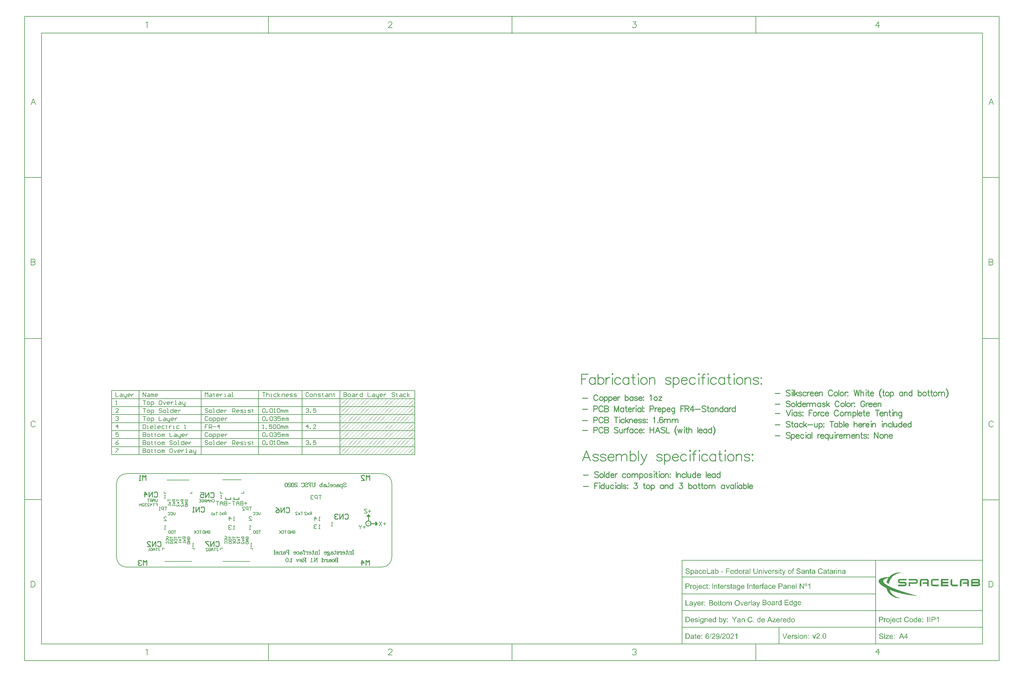
<source format=gbo>
G04*
G04 #@! TF.GenerationSoftware,Altium Limited,Altium Designer,18.1.7 (191)*
G04*
G04 Layer_Color=32896*
%FSLAX25Y25*%
%MOIN*%
G70*
G01*
G75*
%ADD10C,0.00787*%
%ADD11C,0.01000*%
%ADD14C,0.00100*%
%ADD15C,0.00700*%
%ADD35C,0.00602*%
G36*
X299073Y59449D02*
X295136D01*
X297105Y61417D01*
X299073Y59449D01*
D02*
G37*
G36*
X307046Y51476D02*
X305077Y49508D01*
Y53445D01*
X307046Y51476D01*
D02*
G37*
G36*
X799006Y-1464D02*
X799111Y-1474D01*
X799236Y-1493D01*
X799371Y-1512D01*
X799515Y-1541D01*
X799400Y-2214D01*
X799390D01*
X799361Y-2204D01*
X799313Y-2194D01*
X799255Y-2185D01*
X799179D01*
X799102Y-2175D01*
X798938Y-2166D01*
X798881D01*
X798823Y-2175D01*
X798746Y-2185D01*
X798669Y-2204D01*
X798583Y-2233D01*
X798506Y-2271D01*
X798439Y-2319D01*
X798429Y-2329D01*
X798419Y-2348D01*
X798390Y-2387D01*
X798371Y-2444D01*
X798343Y-2521D01*
X798314Y-2627D01*
X798304Y-2742D01*
X798294Y-2886D01*
Y-3300D01*
X799188D01*
Y-3905D01*
X798304D01*
Y-7874D01*
X797526D01*
Y-3905D01*
X796843D01*
Y-3300D01*
X797526D01*
Y-2819D01*
Y-2810D01*
Y-2800D01*
Y-2742D01*
X797535Y-2665D01*
Y-2560D01*
X797545Y-2454D01*
X797564Y-2339D01*
X797583Y-2233D01*
X797612Y-2137D01*
X797622Y-2127D01*
X797631Y-2089D01*
X797660Y-2031D01*
X797699Y-1964D01*
X797756Y-1877D01*
X797823Y-1801D01*
X797900Y-1724D01*
X797997Y-1647D01*
X798006Y-1637D01*
X798054Y-1618D01*
X798112Y-1589D01*
X798208Y-1551D01*
X798314Y-1512D01*
X798458Y-1483D01*
X798612Y-1464D01*
X798794Y-1455D01*
X798919D01*
X799006Y-1464D01*
D02*
G37*
G36*
X850064Y-2444D02*
X849285D01*
Y-1560D01*
X850064D01*
Y-2444D01*
D02*
G37*
G36*
X781957D02*
X781179D01*
Y-1560D01*
X781957D01*
Y-2444D01*
D02*
G37*
G36*
X763343D02*
X762565D01*
Y-1560D01*
X763343D01*
Y-2444D01*
D02*
G37*
G36*
X804704Y-1464D02*
X804772D01*
X804935Y-1483D01*
X805127Y-1512D01*
X805339Y-1551D01*
X805550Y-1608D01*
X805752Y-1685D01*
X805761D01*
X805771Y-1695D01*
X805800Y-1704D01*
X805838Y-1724D01*
X805934Y-1781D01*
X806059Y-1849D01*
X806194Y-1945D01*
X806328Y-2060D01*
X806463Y-2194D01*
X806578Y-2348D01*
X806588Y-2368D01*
X806626Y-2425D01*
X806674Y-2521D01*
X806722Y-2637D01*
X806780Y-2781D01*
X806838Y-2954D01*
X806876Y-3136D01*
X806895Y-3338D01*
X806098Y-3396D01*
Y-3386D01*
Y-3367D01*
X806088Y-3338D01*
X806079Y-3300D01*
X806059Y-3194D01*
X806021Y-3059D01*
X805963Y-2915D01*
X805886Y-2771D01*
X805781Y-2627D01*
X805656Y-2502D01*
X805637Y-2492D01*
X805588Y-2454D01*
X805502Y-2406D01*
X805387Y-2348D01*
X805233Y-2291D01*
X805041Y-2243D01*
X804820Y-2204D01*
X804560Y-2194D01*
X804435D01*
X804378Y-2204D01*
X804301D01*
X804137Y-2233D01*
X803955Y-2262D01*
X803772Y-2310D01*
X803599Y-2377D01*
X803522Y-2425D01*
X803455Y-2473D01*
X803445Y-2483D01*
X803407Y-2521D01*
X803349Y-2579D01*
X803292Y-2665D01*
X803224Y-2761D01*
X803176Y-2877D01*
X803138Y-3002D01*
X803119Y-3146D01*
Y-3165D01*
Y-3204D01*
X803128Y-3271D01*
X803148Y-3348D01*
X803176Y-3434D01*
X803224Y-3530D01*
X803282Y-3617D01*
X803359Y-3703D01*
X803368Y-3713D01*
X803417Y-3742D01*
X803445Y-3761D01*
X803484Y-3790D01*
X803541Y-3809D01*
X803609Y-3838D01*
X803686Y-3876D01*
X803772Y-3915D01*
X803868Y-3943D01*
X803984Y-3982D01*
X804118Y-4030D01*
X804262Y-4069D01*
X804426Y-4107D01*
X804608Y-4155D01*
X804618D01*
X804656Y-4165D01*
X804704Y-4174D01*
X804772Y-4193D01*
X804858Y-4213D01*
X804954Y-4241D01*
X805166Y-4290D01*
X805396Y-4357D01*
X805627Y-4424D01*
X805742Y-4453D01*
X805838Y-4491D01*
X805934Y-4530D01*
X806011Y-4559D01*
X806021D01*
X806040Y-4568D01*
X806059Y-4587D01*
X806098Y-4607D01*
X806194Y-4664D01*
X806319Y-4732D01*
X806453Y-4828D01*
X806588Y-4943D01*
X806713Y-5068D01*
X806818Y-5202D01*
X806828Y-5222D01*
X806857Y-5270D01*
X806905Y-5347D01*
X806953Y-5462D01*
X807001Y-5587D01*
X807049Y-5741D01*
X807078Y-5914D01*
X807088Y-6096D01*
Y-6106D01*
Y-6115D01*
Y-6144D01*
Y-6183D01*
X807068Y-6279D01*
X807049Y-6404D01*
X807020Y-6548D01*
X806963Y-6711D01*
X806895Y-6884D01*
X806799Y-7048D01*
X806790Y-7067D01*
X806742Y-7124D01*
X806684Y-7201D01*
X806588Y-7297D01*
X806472Y-7413D01*
X806328Y-7528D01*
X806155Y-7634D01*
X805963Y-7739D01*
X805954D01*
X805934Y-7749D01*
X805906Y-7759D01*
X805867Y-7778D01*
X805819Y-7797D01*
X805761Y-7816D01*
X805608Y-7855D01*
X805435Y-7903D01*
X805223Y-7941D01*
X805002Y-7970D01*
X804752Y-7980D01*
X804608D01*
X804541Y-7970D01*
X804454D01*
X804358Y-7960D01*
X804253Y-7951D01*
X804032Y-7922D01*
X803791Y-7874D01*
X803551Y-7816D01*
X803321Y-7739D01*
X803311D01*
X803292Y-7730D01*
X803263Y-7711D01*
X803224Y-7691D01*
X803119Y-7634D01*
X802994Y-7547D01*
X802840Y-7442D01*
X802696Y-7317D01*
X802542Y-7163D01*
X802407Y-6990D01*
Y-6980D01*
X802398Y-6971D01*
X802379Y-6942D01*
X802359Y-6903D01*
X802331Y-6855D01*
X802302Y-6798D01*
X802244Y-6654D01*
X802186Y-6490D01*
X802129Y-6288D01*
X802090Y-6077D01*
X802071Y-5846D01*
X802859Y-5779D01*
Y-5789D01*
Y-5798D01*
X802869Y-5856D01*
X802888Y-5942D01*
X802907Y-6058D01*
X802946Y-6183D01*
X802984Y-6317D01*
X803042Y-6442D01*
X803109Y-6567D01*
X803119Y-6577D01*
X803148Y-6615D01*
X803195Y-6673D01*
X803272Y-6740D01*
X803359Y-6817D01*
X803465Y-6903D01*
X803599Y-6980D01*
X803743Y-7057D01*
X803753D01*
X803763Y-7067D01*
X803820Y-7086D01*
X803907Y-7115D01*
X804032Y-7144D01*
X804166Y-7182D01*
X804339Y-7211D01*
X804522Y-7230D01*
X804714Y-7240D01*
X804791D01*
X804887Y-7230D01*
X804993Y-7220D01*
X805127Y-7211D01*
X805262Y-7182D01*
X805406Y-7153D01*
X805550Y-7105D01*
X805569Y-7096D01*
X805608Y-7076D01*
X805675Y-7048D01*
X805752Y-7000D01*
X805848Y-6942D01*
X805934Y-6875D01*
X806021Y-6798D01*
X806098Y-6711D01*
X806107Y-6702D01*
X806127Y-6663D01*
X806155Y-6615D01*
X806194Y-6548D01*
X806223Y-6471D01*
X806252Y-6375D01*
X806271Y-6279D01*
X806280Y-6173D01*
Y-6163D01*
Y-6125D01*
X806271Y-6067D01*
X806261Y-6000D01*
X806242Y-5914D01*
X806203Y-5827D01*
X806165Y-5741D01*
X806107Y-5654D01*
X806098Y-5644D01*
X806079Y-5616D01*
X806030Y-5577D01*
X805973Y-5520D01*
X805896Y-5462D01*
X805800Y-5404D01*
X805675Y-5337D01*
X805540Y-5279D01*
X805531Y-5270D01*
X805492Y-5260D01*
X805415Y-5241D01*
X805367Y-5222D01*
X805310Y-5202D01*
X805233Y-5183D01*
X805156Y-5164D01*
X805060Y-5135D01*
X804964Y-5106D01*
X804848Y-5077D01*
X804714Y-5049D01*
X804570Y-5010D01*
X804416Y-4972D01*
X804406D01*
X804378Y-4962D01*
X804329Y-4953D01*
X804272Y-4933D01*
X804205Y-4914D01*
X804128Y-4895D01*
X803945Y-4847D01*
X803743Y-4780D01*
X803541Y-4712D01*
X803359Y-4645D01*
X803272Y-4616D01*
X803205Y-4578D01*
X803195D01*
X803186Y-4568D01*
X803128Y-4530D01*
X803051Y-4482D01*
X802955Y-4414D01*
X802840Y-4328D01*
X802734Y-4232D01*
X802629Y-4117D01*
X802532Y-3992D01*
X802523Y-3972D01*
X802494Y-3924D01*
X802465Y-3857D01*
X802427Y-3761D01*
X802379Y-3646D01*
X802350Y-3511D01*
X802321Y-3357D01*
X802311Y-3204D01*
Y-3194D01*
Y-3184D01*
Y-3156D01*
Y-3117D01*
X802331Y-3031D01*
X802350Y-2915D01*
X802379Y-2771D01*
X802427Y-2627D01*
X802494Y-2464D01*
X802581Y-2310D01*
Y-2300D01*
X802590Y-2291D01*
X802629Y-2243D01*
X802696Y-2166D01*
X802782Y-2070D01*
X802888Y-1973D01*
X803022Y-1868D01*
X803186Y-1762D01*
X803368Y-1676D01*
X803378D01*
X803388Y-1666D01*
X803417Y-1656D01*
X803465Y-1637D01*
X803513Y-1627D01*
X803570Y-1608D01*
X803705Y-1560D01*
X803878Y-1522D01*
X804070Y-1493D01*
X804291Y-1464D01*
X804522Y-1455D01*
X804637D01*
X804704Y-1464D01*
D02*
G37*
G36*
X673893D02*
X673960D01*
X674124Y-1483D01*
X674316Y-1512D01*
X674527Y-1551D01*
X674739Y-1608D01*
X674940Y-1685D01*
X674950D01*
X674960Y-1695D01*
X674989Y-1704D01*
X675027Y-1724D01*
X675123Y-1781D01*
X675248Y-1849D01*
X675383Y-1945D01*
X675517Y-2060D01*
X675652Y-2194D01*
X675767Y-2348D01*
X675776Y-2368D01*
X675815Y-2425D01*
X675863Y-2521D01*
X675911Y-2637D01*
X675969Y-2781D01*
X676026Y-2954D01*
X676065Y-3136D01*
X676084Y-3338D01*
X675286Y-3396D01*
Y-3386D01*
Y-3367D01*
X675277Y-3338D01*
X675267Y-3300D01*
X675248Y-3194D01*
X675210Y-3059D01*
X675152Y-2915D01*
X675075Y-2771D01*
X674969Y-2627D01*
X674844Y-2502D01*
X674825Y-2492D01*
X674777Y-2454D01*
X674691Y-2406D01*
X674575Y-2348D01*
X674422Y-2291D01*
X674229Y-2243D01*
X674008Y-2204D01*
X673749Y-2194D01*
X673624D01*
X673566Y-2204D01*
X673489D01*
X673326Y-2233D01*
X673143Y-2262D01*
X672961Y-2310D01*
X672788Y-2377D01*
X672711Y-2425D01*
X672644Y-2473D01*
X672634Y-2483D01*
X672596Y-2521D01*
X672538Y-2579D01*
X672480Y-2665D01*
X672413Y-2761D01*
X672365Y-2877D01*
X672327Y-3002D01*
X672307Y-3146D01*
Y-3165D01*
Y-3204D01*
X672317Y-3271D01*
X672336Y-3348D01*
X672365Y-3434D01*
X672413Y-3530D01*
X672471Y-3617D01*
X672548Y-3703D01*
X672557Y-3713D01*
X672605Y-3742D01*
X672634Y-3761D01*
X672673Y-3790D01*
X672730Y-3809D01*
X672797Y-3838D01*
X672874Y-3876D01*
X672961Y-3915D01*
X673057Y-3943D01*
X673172Y-3982D01*
X673307Y-4030D01*
X673451Y-4069D01*
X673614Y-4107D01*
X673797Y-4155D01*
X673806D01*
X673845Y-4165D01*
X673893Y-4174D01*
X673960Y-4193D01*
X674047Y-4213D01*
X674143Y-4241D01*
X674354Y-4290D01*
X674585Y-4357D01*
X674816Y-4424D01*
X674931Y-4453D01*
X675027Y-4491D01*
X675123Y-4530D01*
X675200Y-4559D01*
X675210D01*
X675229Y-4568D01*
X675248Y-4587D01*
X675286Y-4607D01*
X675383Y-4664D01*
X675507Y-4732D01*
X675642Y-4828D01*
X675776Y-4943D01*
X675902Y-5068D01*
X676007Y-5202D01*
X676017Y-5222D01*
X676046Y-5270D01*
X676094Y-5347D01*
X676142Y-5462D01*
X676190Y-5587D01*
X676238Y-5741D01*
X676267Y-5914D01*
X676276Y-6096D01*
Y-6106D01*
Y-6115D01*
Y-6144D01*
Y-6183D01*
X676257Y-6279D01*
X676238Y-6404D01*
X676209Y-6548D01*
X676151Y-6711D01*
X676084Y-6884D01*
X675988Y-7048D01*
X675978Y-7067D01*
X675930Y-7124D01*
X675873Y-7201D01*
X675776Y-7297D01*
X675661Y-7413D01*
X675517Y-7528D01*
X675344Y-7634D01*
X675152Y-7739D01*
X675142D01*
X675123Y-7749D01*
X675094Y-7759D01*
X675056Y-7778D01*
X675008Y-7797D01*
X674950Y-7816D01*
X674796Y-7855D01*
X674623Y-7903D01*
X674412Y-7941D01*
X674191Y-7970D01*
X673941Y-7980D01*
X673797D01*
X673730Y-7970D01*
X673643D01*
X673547Y-7960D01*
X673441Y-7951D01*
X673220Y-7922D01*
X672980Y-7874D01*
X672740Y-7816D01*
X672509Y-7739D01*
X672500D01*
X672480Y-7730D01*
X672451Y-7711D01*
X672413Y-7691D01*
X672307Y-7634D01*
X672182Y-7547D01*
X672029Y-7442D01*
X671884Y-7317D01*
X671731Y-7163D01*
X671596Y-6990D01*
Y-6980D01*
X671587Y-6971D01*
X671567Y-6942D01*
X671548Y-6903D01*
X671519Y-6855D01*
X671490Y-6798D01*
X671433Y-6654D01*
X671375Y-6490D01*
X671317Y-6288D01*
X671279Y-6077D01*
X671260Y-5846D01*
X672048Y-5779D01*
Y-5789D01*
Y-5798D01*
X672057Y-5856D01*
X672077Y-5942D01*
X672096Y-6058D01*
X672134Y-6183D01*
X672173Y-6317D01*
X672230Y-6442D01*
X672298Y-6567D01*
X672307Y-6577D01*
X672336Y-6615D01*
X672384Y-6673D01*
X672461Y-6740D01*
X672548Y-6817D01*
X672653Y-6903D01*
X672788Y-6980D01*
X672932Y-7057D01*
X672942D01*
X672951Y-7067D01*
X673009Y-7086D01*
X673095Y-7115D01*
X673220Y-7144D01*
X673355Y-7182D01*
X673528Y-7211D01*
X673710Y-7230D01*
X673903Y-7240D01*
X673980D01*
X674076Y-7230D01*
X674181Y-7220D01*
X674316Y-7211D01*
X674450Y-7182D01*
X674594Y-7153D01*
X674739Y-7105D01*
X674758Y-7096D01*
X674796Y-7076D01*
X674864Y-7048D01*
X674940Y-7000D01*
X675037Y-6942D01*
X675123Y-6875D01*
X675210Y-6798D01*
X675286Y-6711D01*
X675296Y-6702D01*
X675315Y-6663D01*
X675344Y-6615D01*
X675383Y-6548D01*
X675411Y-6471D01*
X675440Y-6375D01*
X675459Y-6279D01*
X675469Y-6173D01*
Y-6163D01*
Y-6125D01*
X675459Y-6067D01*
X675450Y-6000D01*
X675431Y-5914D01*
X675392Y-5827D01*
X675354Y-5741D01*
X675296Y-5654D01*
X675286Y-5644D01*
X675267Y-5616D01*
X675219Y-5577D01*
X675162Y-5520D01*
X675085Y-5462D01*
X674989Y-5404D01*
X674864Y-5337D01*
X674729Y-5279D01*
X674719Y-5270D01*
X674681Y-5260D01*
X674604Y-5241D01*
X674556Y-5222D01*
X674498Y-5202D01*
X674422Y-5183D01*
X674345Y-5164D01*
X674249Y-5135D01*
X674153Y-5106D01*
X674037Y-5077D01*
X673903Y-5049D01*
X673758Y-5010D01*
X673605Y-4972D01*
X673595D01*
X673566Y-4962D01*
X673518Y-4953D01*
X673460Y-4933D01*
X673393Y-4914D01*
X673316Y-4895D01*
X673134Y-4847D01*
X672932Y-4780D01*
X672730Y-4712D01*
X672548Y-4645D01*
X672461Y-4616D01*
X672394Y-4578D01*
X672384D01*
X672375Y-4568D01*
X672317Y-4530D01*
X672240Y-4482D01*
X672144Y-4414D01*
X672029Y-4328D01*
X671923Y-4232D01*
X671817Y-4117D01*
X671721Y-3992D01*
X671711Y-3972D01*
X671683Y-3924D01*
X671654Y-3857D01*
X671615Y-3761D01*
X671567Y-3646D01*
X671538Y-3511D01*
X671510Y-3357D01*
X671500Y-3204D01*
Y-3194D01*
Y-3184D01*
Y-3156D01*
Y-3117D01*
X671519Y-3031D01*
X671538Y-2915D01*
X671567Y-2771D01*
X671615Y-2627D01*
X671683Y-2464D01*
X671769Y-2310D01*
Y-2300D01*
X671779Y-2291D01*
X671817Y-2243D01*
X671884Y-2166D01*
X671971Y-2070D01*
X672077Y-1973D01*
X672211Y-1868D01*
X672375Y-1762D01*
X672557Y-1676D01*
X672567D01*
X672576Y-1666D01*
X672605Y-1656D01*
X672653Y-1637D01*
X672701Y-1627D01*
X672759Y-1608D01*
X672893Y-1560D01*
X673067Y-1522D01*
X673259Y-1493D01*
X673480Y-1464D01*
X673710Y-1455D01*
X673826D01*
X673893Y-1464D01*
D02*
G37*
G36*
X830728D02*
X830805Y-1474D01*
X830901Y-1483D01*
X831007Y-1493D01*
X831122Y-1512D01*
X831372Y-1570D01*
X831641Y-1656D01*
X831776Y-1714D01*
X831910Y-1781D01*
X832035Y-1858D01*
X832160Y-1945D01*
X832170Y-1954D01*
X832189Y-1964D01*
X832218Y-1993D01*
X832266Y-2031D01*
X832314Y-2079D01*
X832381Y-2146D01*
X832448Y-2214D01*
X832516Y-2291D01*
X832592Y-2387D01*
X832660Y-2483D01*
X832737Y-2598D01*
X832814Y-2723D01*
X832881Y-2848D01*
X832948Y-2992D01*
X833063Y-3300D01*
X832237Y-3492D01*
Y-3482D01*
X832227Y-3463D01*
X832218Y-3425D01*
X832199Y-3376D01*
X832170Y-3319D01*
X832141Y-3252D01*
X832074Y-3108D01*
X831987Y-2944D01*
X831872Y-2771D01*
X831747Y-2617D01*
X831593Y-2483D01*
X831574Y-2473D01*
X831516Y-2435D01*
X831430Y-2387D01*
X831305Y-2319D01*
X831161Y-2262D01*
X830978Y-2214D01*
X830776Y-2175D01*
X830546Y-2166D01*
X830478D01*
X830430Y-2175D01*
X830363D01*
X830296Y-2185D01*
X830123Y-2214D01*
X829931Y-2252D01*
X829729Y-2319D01*
X829527Y-2406D01*
X829335Y-2521D01*
X829325D01*
X829315Y-2541D01*
X829258Y-2589D01*
X829171Y-2665D01*
X829066Y-2771D01*
X828960Y-2906D01*
X828845Y-3059D01*
X828739Y-3252D01*
X828652Y-3463D01*
Y-3473D01*
X828643Y-3492D01*
X828633Y-3521D01*
X828624Y-3569D01*
X828604Y-3617D01*
X828595Y-3684D01*
X828556Y-3838D01*
X828518Y-4020D01*
X828489Y-4222D01*
X828470Y-4443D01*
X828460Y-4674D01*
Y-4684D01*
Y-4712D01*
Y-4751D01*
Y-4808D01*
X828470Y-4876D01*
Y-4962D01*
X828479Y-5049D01*
X828489Y-5145D01*
X828518Y-5366D01*
X828556Y-5606D01*
X828614Y-5846D01*
X828691Y-6077D01*
Y-6087D01*
X828701Y-6106D01*
X828720Y-6135D01*
X828739Y-6173D01*
X828787Y-6288D01*
X828864Y-6413D01*
X828969Y-6567D01*
X829095Y-6711D01*
X829239Y-6855D01*
X829412Y-6980D01*
X829421D01*
X829431Y-6990D01*
X829460Y-7009D01*
X829498Y-7028D01*
X829604Y-7067D01*
X829738Y-7124D01*
X829892Y-7173D01*
X830075Y-7220D01*
X830276Y-7259D01*
X830488Y-7269D01*
X830555D01*
X830603Y-7259D01*
X830661D01*
X830738Y-7249D01*
X830901Y-7220D01*
X831084Y-7173D01*
X831286Y-7096D01*
X831478Y-7000D01*
X831670Y-6865D01*
X831680Y-6855D01*
X831689Y-6846D01*
X831747Y-6788D01*
X831833Y-6692D01*
X831939Y-6567D01*
X832045Y-6394D01*
X832160Y-6192D01*
X832256Y-5942D01*
X832333Y-5664D01*
X833169Y-5875D01*
Y-5885D01*
X833160Y-5923D01*
X833140Y-5971D01*
X833121Y-6048D01*
X833083Y-6125D01*
X833044Y-6231D01*
X833006Y-6336D01*
X832948Y-6452D01*
X832823Y-6711D01*
X832650Y-6971D01*
X832458Y-7220D01*
X832343Y-7336D01*
X832218Y-7442D01*
X832208Y-7451D01*
X832189Y-7461D01*
X832150Y-7490D01*
X832093Y-7528D01*
X832026Y-7566D01*
X831949Y-7615D01*
X831862Y-7663D01*
X831756Y-7711D01*
X831641Y-7759D01*
X831516Y-7807D01*
X831372Y-7855D01*
X831228Y-7893D01*
X830911Y-7960D01*
X830738Y-7970D01*
X830555Y-7980D01*
X830459D01*
X830382Y-7970D01*
X830296D01*
X830200Y-7960D01*
X830084Y-7941D01*
X829969Y-7932D01*
X829700Y-7874D01*
X829421Y-7807D01*
X829152Y-7701D01*
X829018Y-7643D01*
X828893Y-7566D01*
X828883Y-7557D01*
X828864Y-7547D01*
X828835Y-7518D01*
X828787Y-7490D01*
X828672Y-7394D01*
X828537Y-7259D01*
X828374Y-7096D01*
X828220Y-6884D01*
X828057Y-6644D01*
X827922Y-6365D01*
Y-6356D01*
X827912Y-6327D01*
X827893Y-6288D01*
X827874Y-6231D01*
X827845Y-6154D01*
X827816Y-6067D01*
X827787Y-5971D01*
X827759Y-5856D01*
X827730Y-5741D01*
X827701Y-5606D01*
X827643Y-5318D01*
X827605Y-5010D01*
X827595Y-4674D01*
Y-4664D01*
Y-4626D01*
Y-4578D01*
X827605Y-4510D01*
Y-4424D01*
X827614Y-4318D01*
X827624Y-4213D01*
X827643Y-4088D01*
X827691Y-3819D01*
X827749Y-3530D01*
X827845Y-3232D01*
X827970Y-2954D01*
Y-2944D01*
X827989Y-2925D01*
X828008Y-2886D01*
X828037Y-2829D01*
X828076Y-2771D01*
X828124Y-2704D01*
X828249Y-2541D01*
X828393Y-2358D01*
X828576Y-2175D01*
X828797Y-1993D01*
X829037Y-1839D01*
X829046D01*
X829066Y-1820D01*
X829104Y-1801D01*
X829162Y-1781D01*
X829219Y-1752D01*
X829296Y-1714D01*
X829392Y-1685D01*
X829488Y-1647D01*
X829594Y-1608D01*
X829710Y-1579D01*
X829969Y-1512D01*
X830257Y-1474D01*
X830565Y-1455D01*
X830661D01*
X830728Y-1464D01*
D02*
G37*
G36*
X732927Y-7874D02*
X732206D01*
Y-7307D01*
X732197Y-7317D01*
X732187Y-7336D01*
X732158Y-7365D01*
X732120Y-7413D01*
X732082Y-7461D01*
X732024Y-7518D01*
X731957Y-7576D01*
X731880Y-7643D01*
X731793Y-7701D01*
X731697Y-7768D01*
X731591Y-7826D01*
X731486Y-7874D01*
X731361Y-7922D01*
X731226Y-7951D01*
X731082Y-7970D01*
X730928Y-7980D01*
X730871D01*
X730832Y-7970D01*
X730726Y-7960D01*
X730602Y-7941D01*
X730438Y-7903D01*
X730275Y-7855D01*
X730092Y-7778D01*
X729919Y-7682D01*
X729910D01*
X729900Y-7672D01*
X729842Y-7624D01*
X729766Y-7557D01*
X729660Y-7461D01*
X729554Y-7345D01*
X729429Y-7201D01*
X729323Y-7038D01*
X729218Y-6846D01*
Y-6836D01*
X729208Y-6817D01*
X729199Y-6788D01*
X729179Y-6750D01*
X729160Y-6702D01*
X729141Y-6634D01*
X729093Y-6481D01*
X729045Y-6298D01*
X729006Y-6087D01*
X728977Y-5856D01*
X728968Y-5596D01*
Y-5587D01*
Y-5568D01*
Y-5529D01*
Y-5481D01*
X728977Y-5424D01*
Y-5347D01*
X728997Y-5183D01*
X729026Y-4991D01*
X729064Y-4789D01*
X729112Y-4568D01*
X729189Y-4357D01*
Y-4347D01*
X729199Y-4328D01*
X729218Y-4299D01*
X729237Y-4261D01*
X729285Y-4165D01*
X729362Y-4040D01*
X729458Y-3895D01*
X729573Y-3751D01*
X729708Y-3617D01*
X729871Y-3492D01*
X729881D01*
X729890Y-3482D01*
X729948Y-3444D01*
X730044Y-3396D01*
X730169Y-3338D01*
X730323Y-3290D01*
X730496Y-3242D01*
X730688Y-3204D01*
X730890Y-3194D01*
X730957D01*
X731034Y-3204D01*
X731140Y-3213D01*
X731246Y-3242D01*
X731370Y-3271D01*
X731495Y-3319D01*
X731620Y-3376D01*
X731639Y-3386D01*
X731678Y-3405D01*
X731736Y-3444D01*
X731812Y-3501D01*
X731889Y-3559D01*
X731985Y-3636D01*
X732072Y-3732D01*
X732149Y-3828D01*
Y-1560D01*
X732927D01*
Y-7874D01*
D02*
G37*
G36*
X679553Y-3213D02*
X679688Y-3232D01*
X679851Y-3271D01*
X680024Y-3319D01*
X680197Y-3396D01*
X680370Y-3501D01*
X680380D01*
X680389Y-3511D01*
X680447Y-3559D01*
X680524Y-3626D01*
X680630Y-3723D01*
X680735Y-3838D01*
X680851Y-3992D01*
X680956Y-4155D01*
X681052Y-4357D01*
Y-4366D01*
X681062Y-4386D01*
X681072Y-4414D01*
X681091Y-4453D01*
X681110Y-4501D01*
X681129Y-4568D01*
X681168Y-4712D01*
X681206Y-4895D01*
X681245Y-5097D01*
X681274Y-5318D01*
X681283Y-5558D01*
Y-5568D01*
Y-5587D01*
Y-5625D01*
Y-5673D01*
X681274Y-5741D01*
Y-5808D01*
X681254Y-5981D01*
X681216Y-6173D01*
X681177Y-6385D01*
X681110Y-6605D01*
X681024Y-6826D01*
Y-6836D01*
X681014Y-6855D01*
X680995Y-6884D01*
X680976Y-6923D01*
X680918Y-7019D01*
X680841Y-7144D01*
X680735Y-7278D01*
X680610Y-7422D01*
X680466Y-7557D01*
X680293Y-7682D01*
X680284D01*
X680274Y-7691D01*
X680245Y-7711D01*
X680207Y-7730D01*
X680111Y-7778D01*
X679986Y-7826D01*
X679832Y-7884D01*
X679669Y-7932D01*
X679476Y-7970D01*
X679284Y-7980D01*
X679217D01*
X679150Y-7970D01*
X679053Y-7960D01*
X678948Y-7941D01*
X678832Y-7913D01*
X678708Y-7874D01*
X678592Y-7826D01*
X678583Y-7816D01*
X678544Y-7797D01*
X678487Y-7759D01*
X678419Y-7711D01*
X678333Y-7653D01*
X678256Y-7586D01*
X678169Y-7499D01*
X678093Y-7413D01*
Y-9623D01*
X677314D01*
Y-3300D01*
X678025D01*
Y-3895D01*
X678035Y-3876D01*
X678064Y-3838D01*
X678121Y-3780D01*
X678189Y-3703D01*
X678265Y-3617D01*
X678362Y-3530D01*
X678467Y-3444D01*
X678583Y-3376D01*
X678602Y-3367D01*
X678640Y-3348D01*
X678708Y-3319D01*
X678794Y-3280D01*
X678909Y-3252D01*
X679034Y-3223D01*
X679178Y-3204D01*
X679342Y-3194D01*
X679438D01*
X679553Y-3213D01*
D02*
G37*
G36*
X853542Y-3204D02*
X853638Y-3213D01*
X853754Y-3232D01*
X853888Y-3261D01*
X854013Y-3300D01*
X854148Y-3348D01*
X854167Y-3357D01*
X854205Y-3376D01*
X854263Y-3405D01*
X854340Y-3453D01*
X854426Y-3511D01*
X854513Y-3578D01*
X854599Y-3655D01*
X854667Y-3742D01*
X854676Y-3751D01*
X854696Y-3780D01*
X854724Y-3838D01*
X854763Y-3905D01*
X854801Y-3982D01*
X854840Y-4078D01*
X854878Y-4193D01*
X854907Y-4309D01*
Y-4318D01*
X854916Y-4347D01*
X854926Y-4405D01*
X854936Y-4482D01*
Y-4587D01*
X854945Y-4722D01*
X854955Y-4876D01*
Y-5068D01*
Y-7874D01*
X854177D01*
Y-5097D01*
Y-5087D01*
Y-5077D01*
Y-5020D01*
Y-4933D01*
X854167Y-4828D01*
X854157Y-4722D01*
X854138Y-4597D01*
X854109Y-4491D01*
X854080Y-4395D01*
Y-4386D01*
X854061Y-4357D01*
X854042Y-4309D01*
X854013Y-4261D01*
X853965Y-4193D01*
X853907Y-4136D01*
X853840Y-4069D01*
X853763Y-4011D01*
X853754Y-4001D01*
X853725Y-3992D01*
X853677Y-3963D01*
X853610Y-3934D01*
X853533Y-3915D01*
X853437Y-3886D01*
X853341Y-3876D01*
X853225Y-3867D01*
X853139D01*
X853052Y-3886D01*
X852927Y-3905D01*
X852793Y-3943D01*
X852658Y-4001D01*
X852504Y-4078D01*
X852370Y-4184D01*
X852351Y-4203D01*
X852312Y-4251D01*
X852255Y-4328D01*
X852226Y-4386D01*
X852197Y-4453D01*
X852159Y-4530D01*
X852130Y-4616D01*
X852101Y-4712D01*
X852072Y-4818D01*
X852043Y-4943D01*
X852034Y-5077D01*
X852014Y-5222D01*
Y-5375D01*
Y-7874D01*
X851236D01*
Y-3300D01*
X851937D01*
Y-3953D01*
X851947Y-3943D01*
X851957Y-3924D01*
X851985Y-3886D01*
X852034Y-3838D01*
X852082Y-3780D01*
X852149Y-3713D01*
X852216Y-3646D01*
X852303Y-3569D01*
X852408Y-3501D01*
X852514Y-3434D01*
X852629Y-3367D01*
X852764Y-3309D01*
X852899Y-3261D01*
X853052Y-3223D01*
X853216Y-3204D01*
X853389Y-3194D01*
X853456D01*
X853542Y-3204D01*
D02*
G37*
G36*
X815333D02*
X815429Y-3213D01*
X815544Y-3232D01*
X815679Y-3261D01*
X815804Y-3300D01*
X815938Y-3348D01*
X815958Y-3357D01*
X815996Y-3376D01*
X816054Y-3405D01*
X816131Y-3453D01*
X816217Y-3511D01*
X816304Y-3578D01*
X816390Y-3655D01*
X816457Y-3742D01*
X816467Y-3751D01*
X816486Y-3780D01*
X816515Y-3838D01*
X816553Y-3905D01*
X816592Y-3982D01*
X816630Y-4078D01*
X816669Y-4193D01*
X816698Y-4309D01*
Y-4318D01*
X816707Y-4347D01*
X816717Y-4405D01*
X816726Y-4482D01*
Y-4587D01*
X816736Y-4722D01*
X816746Y-4876D01*
Y-5068D01*
Y-7874D01*
X815967D01*
Y-5097D01*
Y-5087D01*
Y-5077D01*
Y-5020D01*
Y-4933D01*
X815958Y-4828D01*
X815948Y-4722D01*
X815929Y-4597D01*
X815900Y-4491D01*
X815871Y-4395D01*
Y-4386D01*
X815852Y-4357D01*
X815833Y-4309D01*
X815804Y-4261D01*
X815756Y-4193D01*
X815698Y-4136D01*
X815631Y-4069D01*
X815554Y-4011D01*
X815544Y-4001D01*
X815516Y-3992D01*
X815467Y-3963D01*
X815400Y-3934D01*
X815323Y-3915D01*
X815227Y-3886D01*
X815131Y-3876D01*
X815016Y-3867D01*
X814929D01*
X814843Y-3886D01*
X814718Y-3905D01*
X814583Y-3943D01*
X814449Y-4001D01*
X814295Y-4078D01*
X814161Y-4184D01*
X814141Y-4203D01*
X814103Y-4251D01*
X814045Y-4328D01*
X814016Y-4386D01*
X813988Y-4453D01*
X813949Y-4530D01*
X813920Y-4616D01*
X813892Y-4712D01*
X813863Y-4818D01*
X813834Y-4943D01*
X813824Y-5077D01*
X813805Y-5222D01*
Y-5375D01*
Y-7874D01*
X813027D01*
Y-3300D01*
X813728D01*
Y-3953D01*
X813738Y-3943D01*
X813747Y-3924D01*
X813776Y-3886D01*
X813824Y-3838D01*
X813872Y-3780D01*
X813939Y-3713D01*
X814007Y-3646D01*
X814093Y-3569D01*
X814199Y-3501D01*
X814305Y-3434D01*
X814420Y-3367D01*
X814555Y-3309D01*
X814689Y-3261D01*
X814843Y-3223D01*
X815006Y-3204D01*
X815179Y-3194D01*
X815246D01*
X815333Y-3204D01*
D02*
G37*
G36*
X759960D02*
X760056Y-3213D01*
X760172Y-3232D01*
X760306Y-3261D01*
X760431Y-3300D01*
X760566Y-3348D01*
X760585Y-3357D01*
X760623Y-3376D01*
X760681Y-3405D01*
X760758Y-3453D01*
X760844Y-3511D01*
X760931Y-3578D01*
X761017Y-3655D01*
X761085Y-3742D01*
X761094Y-3751D01*
X761113Y-3780D01*
X761142Y-3838D01*
X761181Y-3905D01*
X761219Y-3982D01*
X761258Y-4078D01*
X761296Y-4193D01*
X761325Y-4309D01*
Y-4318D01*
X761334Y-4347D01*
X761344Y-4405D01*
X761354Y-4482D01*
Y-4587D01*
X761363Y-4722D01*
X761373Y-4876D01*
Y-5068D01*
Y-7874D01*
X760594D01*
Y-5097D01*
Y-5087D01*
Y-5077D01*
Y-5020D01*
Y-4933D01*
X760585Y-4828D01*
X760575Y-4722D01*
X760556Y-4597D01*
X760527Y-4491D01*
X760498Y-4395D01*
Y-4386D01*
X760479Y-4357D01*
X760460Y-4309D01*
X760431Y-4261D01*
X760383Y-4193D01*
X760325Y-4136D01*
X760258Y-4069D01*
X760181Y-4011D01*
X760172Y-4001D01*
X760143Y-3992D01*
X760095Y-3963D01*
X760027Y-3934D01*
X759950Y-3915D01*
X759854Y-3886D01*
X759758Y-3876D01*
X759643Y-3867D01*
X759556D01*
X759470Y-3886D01*
X759345Y-3905D01*
X759211Y-3943D01*
X759076Y-4001D01*
X758922Y-4078D01*
X758788Y-4184D01*
X758769Y-4203D01*
X758730Y-4251D01*
X758672Y-4328D01*
X758644Y-4386D01*
X758615Y-4453D01*
X758576Y-4530D01*
X758547Y-4616D01*
X758519Y-4712D01*
X758490Y-4818D01*
X758461Y-4943D01*
X758451Y-5077D01*
X758432Y-5222D01*
Y-5375D01*
Y-7874D01*
X757654D01*
Y-3300D01*
X758355D01*
Y-3953D01*
X758365Y-3943D01*
X758375Y-3924D01*
X758403Y-3886D01*
X758451Y-3838D01*
X758499Y-3780D01*
X758567Y-3713D01*
X758634Y-3646D01*
X758720Y-3569D01*
X758826Y-3501D01*
X758932Y-3434D01*
X759047Y-3367D01*
X759182Y-3309D01*
X759316Y-3261D01*
X759470Y-3223D01*
X759633Y-3204D01*
X759806Y-3194D01*
X759874D01*
X759960Y-3204D01*
D02*
G37*
G36*
X848170D02*
X848276Y-3223D01*
X848391Y-3261D01*
X848526Y-3300D01*
X848670Y-3367D01*
X848824Y-3453D01*
X848545Y-4165D01*
X848536Y-4155D01*
X848497Y-4136D01*
X848439Y-4107D01*
X848372Y-4078D01*
X848286Y-4049D01*
X848190Y-4020D01*
X848084Y-4001D01*
X847978Y-3992D01*
X847940D01*
X847892Y-4001D01*
X847824Y-4011D01*
X847757Y-4030D01*
X847680Y-4059D01*
X847603Y-4097D01*
X847526Y-4145D01*
X847517Y-4155D01*
X847498Y-4174D01*
X847459Y-4213D01*
X847421Y-4261D01*
X847373Y-4318D01*
X847325Y-4395D01*
X847286Y-4482D01*
X847248Y-4578D01*
X847238Y-4597D01*
X847229Y-4645D01*
X847209Y-4732D01*
X847190Y-4847D01*
X847161Y-4981D01*
X847142Y-5135D01*
X847132Y-5299D01*
X847123Y-5481D01*
Y-7874D01*
X846344D01*
Y-3300D01*
X847046D01*
Y-3982D01*
X847056Y-3972D01*
X847094Y-3915D01*
X847142Y-3828D01*
X847200Y-3732D01*
X847277Y-3626D01*
X847363Y-3521D01*
X847440Y-3425D01*
X847526Y-3357D01*
X847536Y-3348D01*
X847565Y-3328D01*
X847613Y-3309D01*
X847680Y-3271D01*
X847748Y-3242D01*
X847834Y-3223D01*
X847930Y-3204D01*
X848026Y-3194D01*
X848093D01*
X848170Y-3204D01*
D02*
G37*
G36*
X775653D02*
X775759Y-3223D01*
X775874Y-3261D01*
X776009Y-3300D01*
X776153Y-3367D01*
X776307Y-3453D01*
X776028Y-4165D01*
X776018Y-4155D01*
X775980Y-4136D01*
X775922Y-4107D01*
X775855Y-4078D01*
X775769Y-4049D01*
X775672Y-4020D01*
X775567Y-4001D01*
X775461Y-3992D01*
X775423D01*
X775375Y-4001D01*
X775307Y-4011D01*
X775240Y-4030D01*
X775163Y-4059D01*
X775086Y-4097D01*
X775009Y-4145D01*
X775000Y-4155D01*
X774981Y-4174D01*
X774942Y-4213D01*
X774904Y-4261D01*
X774856Y-4318D01*
X774808Y-4395D01*
X774769Y-4482D01*
X774731Y-4578D01*
X774721Y-4597D01*
X774712Y-4645D01*
X774692Y-4732D01*
X774673Y-4847D01*
X774644Y-4981D01*
X774625Y-5135D01*
X774615Y-5299D01*
X774606Y-5481D01*
Y-7874D01*
X773827D01*
Y-3300D01*
X774529D01*
Y-3982D01*
X774539Y-3972D01*
X774577Y-3915D01*
X774625Y-3828D01*
X774683Y-3732D01*
X774759Y-3626D01*
X774846Y-3521D01*
X774923Y-3425D01*
X775009Y-3357D01*
X775019Y-3348D01*
X775048Y-3328D01*
X775096Y-3309D01*
X775163Y-3271D01*
X775230Y-3242D01*
X775317Y-3223D01*
X775413Y-3204D01*
X775509Y-3194D01*
X775576D01*
X775653Y-3204D01*
D02*
G37*
G36*
X740875D02*
X740980Y-3223D01*
X741096Y-3261D01*
X741230Y-3300D01*
X741374Y-3367D01*
X741528Y-3453D01*
X741250Y-4165D01*
X741240Y-4155D01*
X741201Y-4136D01*
X741144Y-4107D01*
X741077Y-4078D01*
X740990Y-4049D01*
X740894Y-4020D01*
X740788Y-4001D01*
X740683Y-3992D01*
X740644D01*
X740596Y-4001D01*
X740529Y-4011D01*
X740461Y-4030D01*
X740385Y-4059D01*
X740308Y-4097D01*
X740231Y-4145D01*
X740221Y-4155D01*
X740202Y-4174D01*
X740164Y-4213D01*
X740125Y-4261D01*
X740077Y-4318D01*
X740029Y-4395D01*
X739991Y-4482D01*
X739952Y-4578D01*
X739943Y-4597D01*
X739933Y-4645D01*
X739914Y-4732D01*
X739894Y-4847D01*
X739866Y-4981D01*
X739846Y-5135D01*
X739837Y-5299D01*
X739827Y-5481D01*
Y-7874D01*
X739049D01*
Y-3300D01*
X739750D01*
Y-3982D01*
X739760Y-3972D01*
X739798Y-3915D01*
X739846Y-3828D01*
X739904Y-3732D01*
X739981Y-3626D01*
X740067Y-3521D01*
X740144Y-3425D01*
X740231Y-3357D01*
X740240Y-3348D01*
X740269Y-3328D01*
X740317Y-3309D01*
X740385Y-3271D01*
X740452Y-3242D01*
X740538Y-3223D01*
X740634Y-3204D01*
X740730Y-3194D01*
X740798D01*
X740875Y-3204D01*
D02*
G37*
G36*
X778450D02*
X778575Y-3213D01*
X778728Y-3232D01*
X778882Y-3261D01*
X779046Y-3300D01*
X779199Y-3357D01*
X779209D01*
X779219Y-3367D01*
X779267Y-3386D01*
X779344Y-3425D01*
X779430Y-3463D01*
X779526Y-3530D01*
X779632Y-3598D01*
X779728Y-3684D01*
X779805Y-3780D01*
X779814Y-3790D01*
X779834Y-3828D01*
X779872Y-3886D01*
X779920Y-3963D01*
X779959Y-4059D01*
X780007Y-4184D01*
X780045Y-4318D01*
X780084Y-4472D01*
X779324Y-4578D01*
Y-4559D01*
X779315Y-4520D01*
X779295Y-4453D01*
X779267Y-4376D01*
X779228Y-4290D01*
X779171Y-4203D01*
X779103Y-4107D01*
X779017Y-4030D01*
X779007Y-4020D01*
X778969Y-4001D01*
X778911Y-3963D01*
X778834Y-3924D01*
X778738Y-3895D01*
X778613Y-3857D01*
X778479Y-3838D01*
X778315Y-3828D01*
X778229D01*
X778133Y-3838D01*
X778017Y-3847D01*
X777892Y-3876D01*
X777768Y-3905D01*
X777642Y-3953D01*
X777546Y-4011D01*
X777537Y-4020D01*
X777508Y-4040D01*
X777479Y-4078D01*
X777441Y-4126D01*
X777393Y-4184D01*
X777364Y-4261D01*
X777335Y-4338D01*
X777325Y-4424D01*
Y-4434D01*
Y-4453D01*
X777335Y-4482D01*
Y-4520D01*
X777364Y-4607D01*
X777412Y-4703D01*
X777422Y-4712D01*
X777431Y-4722D01*
X777489Y-4770D01*
X777527Y-4808D01*
X777575Y-4837D01*
X777642Y-4876D01*
X777710Y-4905D01*
X777719D01*
X777739Y-4914D01*
X777777Y-4924D01*
X777844Y-4943D01*
X777931Y-4972D01*
X778056Y-5010D01*
X778209Y-5049D01*
X778296Y-5077D01*
X778402Y-5106D01*
X778411D01*
X778440Y-5116D01*
X778479Y-5126D01*
X778536Y-5145D01*
X778604Y-5164D01*
X778680Y-5183D01*
X778853Y-5231D01*
X779046Y-5289D01*
X779238Y-5356D01*
X779411Y-5414D01*
X779488Y-5443D01*
X779555Y-5472D01*
X779574Y-5481D01*
X779613Y-5500D01*
X779670Y-5529D01*
X779738Y-5568D01*
X779824Y-5625D01*
X779911Y-5702D01*
X779987Y-5779D01*
X780064Y-5875D01*
X780074Y-5885D01*
X780093Y-5923D01*
X780122Y-5981D01*
X780160Y-6058D01*
X780199Y-6154D01*
X780228Y-6269D01*
X780247Y-6394D01*
X780257Y-6538D01*
Y-6558D01*
Y-6605D01*
X780247Y-6682D01*
X780228Y-6769D01*
X780199Y-6884D01*
X780160Y-7009D01*
X780103Y-7134D01*
X780026Y-7269D01*
X780016Y-7288D01*
X779987Y-7326D01*
X779930Y-7384D01*
X779853Y-7461D01*
X779766Y-7547D01*
X779651Y-7634D01*
X779517Y-7720D01*
X779363Y-7797D01*
X779344Y-7807D01*
X779286Y-7826D01*
X779199Y-7855D01*
X779084Y-7884D01*
X778940Y-7922D01*
X778777Y-7951D01*
X778594Y-7970D01*
X778402Y-7980D01*
X778315D01*
X778258Y-7970D01*
X778181D01*
X778094Y-7960D01*
X777892Y-7932D01*
X777671Y-7893D01*
X777450Y-7826D01*
X777229Y-7739D01*
X777133Y-7682D01*
X777037Y-7615D01*
X777028D01*
X777018Y-7595D01*
X776960Y-7547D01*
X776883Y-7461D01*
X776787Y-7336D01*
X776691Y-7182D01*
X776595Y-6990D01*
X776509Y-6769D01*
X776451Y-6509D01*
X777220Y-6385D01*
Y-6394D01*
Y-6404D01*
X777229Y-6461D01*
X777258Y-6548D01*
X777287Y-6654D01*
X777335Y-6769D01*
X777393Y-6884D01*
X777479Y-7000D01*
X777575Y-7105D01*
X777585Y-7115D01*
X777633Y-7144D01*
X777700Y-7182D01*
X777787Y-7220D01*
X777912Y-7269D01*
X778046Y-7307D01*
X778219Y-7336D01*
X778402Y-7345D01*
X778488D01*
X778584Y-7336D01*
X778700Y-7317D01*
X778834Y-7297D01*
X778969Y-7259D01*
X779094Y-7201D01*
X779199Y-7134D01*
X779209Y-7124D01*
X779238Y-7096D01*
X779286Y-7048D01*
X779334Y-6990D01*
X779372Y-6913D01*
X779420Y-6817D01*
X779449Y-6721D01*
X779459Y-6615D01*
Y-6605D01*
Y-6567D01*
X779449Y-6529D01*
X779430Y-6461D01*
X779401Y-6404D01*
X779363Y-6327D01*
X779305Y-6260D01*
X779228Y-6202D01*
X779219Y-6192D01*
X779190Y-6183D01*
X779142Y-6163D01*
X779065Y-6125D01*
X778959Y-6096D01*
X778825Y-6048D01*
X778738Y-6019D01*
X778652Y-6000D01*
X778546Y-5971D01*
X778431Y-5942D01*
X778421D01*
X778392Y-5933D01*
X778354Y-5923D01*
X778296Y-5904D01*
X778219Y-5885D01*
X778142Y-5866D01*
X777960Y-5808D01*
X777768Y-5750D01*
X777566Y-5692D01*
X777383Y-5625D01*
X777306Y-5596D01*
X777239Y-5568D01*
X777229Y-5558D01*
X777181Y-5539D01*
X777124Y-5500D01*
X777056Y-5452D01*
X776970Y-5395D01*
X776893Y-5318D01*
X776806Y-5231D01*
X776739Y-5135D01*
X776730Y-5126D01*
X776710Y-5087D01*
X776691Y-5029D01*
X776662Y-4953D01*
X776624Y-4866D01*
X776605Y-4760D01*
X776585Y-4645D01*
X776576Y-4520D01*
Y-4510D01*
Y-4472D01*
X776585Y-4405D01*
X776595Y-4338D01*
X776605Y-4251D01*
X776634Y-4155D01*
X776662Y-4049D01*
X776710Y-3953D01*
X776720Y-3943D01*
X776739Y-3905D01*
X776768Y-3857D01*
X776816Y-3799D01*
X776864Y-3732D01*
X776931Y-3665D01*
X777008Y-3588D01*
X777095Y-3521D01*
X777104Y-3511D01*
X777133Y-3501D01*
X777172Y-3473D01*
X777229Y-3444D01*
X777297Y-3405D01*
X777383Y-3367D01*
X777479Y-3328D01*
X777585Y-3290D01*
X777604D01*
X777642Y-3271D01*
X777700Y-3261D01*
X777787Y-3242D01*
X777892Y-3223D01*
X777998Y-3213D01*
X778123Y-3194D01*
X778344D01*
X778450Y-3204D01*
D02*
G37*
G36*
X689086D02*
X689154D01*
X689221Y-3213D01*
X689394Y-3242D01*
X689586Y-3290D01*
X689797Y-3357D01*
X689999Y-3453D01*
X690182Y-3578D01*
X690192D01*
X690201Y-3598D01*
X690259Y-3646D01*
X690336Y-3732D01*
X690432Y-3847D01*
X690538Y-4001D01*
X690634Y-4184D01*
X690720Y-4405D01*
X690787Y-4645D01*
X690038Y-4760D01*
Y-4751D01*
X690028Y-4741D01*
X690019Y-4684D01*
X689990Y-4607D01*
X689951Y-4501D01*
X689894Y-4386D01*
X689826Y-4270D01*
X689749Y-4165D01*
X689653Y-4069D01*
X689644Y-4059D01*
X689605Y-4030D01*
X689548Y-3992D01*
X689471Y-3943D01*
X689375Y-3905D01*
X689269Y-3867D01*
X689134Y-3838D01*
X689000Y-3828D01*
X688942D01*
X688904Y-3838D01*
X688798Y-3847D01*
X688664Y-3876D01*
X688510Y-3934D01*
X688356Y-4011D01*
X688193Y-4107D01*
X688116Y-4174D01*
X688049Y-4251D01*
X688029Y-4270D01*
X688020Y-4299D01*
X687991Y-4328D01*
X687962Y-4376D01*
X687933Y-4434D01*
X687904Y-4501D01*
X687876Y-4578D01*
X687837Y-4664D01*
X687808Y-4760D01*
X687779Y-4876D01*
X687751Y-4991D01*
X687722Y-5126D01*
X687712Y-5270D01*
X687693Y-5424D01*
Y-5587D01*
Y-5596D01*
Y-5625D01*
Y-5673D01*
X687703Y-5741D01*
Y-5818D01*
X687712Y-5904D01*
X687741Y-6096D01*
X687779Y-6317D01*
X687837Y-6548D01*
X687924Y-6750D01*
X687981Y-6846D01*
X688039Y-6932D01*
X688058Y-6951D01*
X688106Y-7000D01*
X688183Y-7067D01*
X688289Y-7134D01*
X688414Y-7211D01*
X688577Y-7278D01*
X688750Y-7326D01*
X688846Y-7336D01*
X688952Y-7345D01*
X689029D01*
X689115Y-7326D01*
X689221Y-7307D01*
X689336Y-7278D01*
X689471Y-7230D01*
X689596Y-7163D01*
X689711Y-7067D01*
X689721Y-7057D01*
X689759Y-7009D01*
X689817Y-6951D01*
X689874Y-6855D01*
X689942Y-6730D01*
X690009Y-6586D01*
X690067Y-6404D01*
X690105Y-6202D01*
X690864Y-6308D01*
Y-6317D01*
X690855Y-6346D01*
X690845Y-6385D01*
X690835Y-6432D01*
X690816Y-6500D01*
X690797Y-6577D01*
X690739Y-6759D01*
X690653Y-6951D01*
X690538Y-7163D01*
X690393Y-7355D01*
X690220Y-7538D01*
X690211D01*
X690201Y-7557D01*
X690172Y-7576D01*
X690134Y-7605D01*
X690076Y-7643D01*
X690019Y-7682D01*
X689874Y-7759D01*
X689692Y-7836D01*
X689471Y-7913D01*
X689230Y-7960D01*
X689096Y-7970D01*
X688962Y-7980D01*
X688875D01*
X688808Y-7970D01*
X688731Y-7960D01*
X688635Y-7951D01*
X688539Y-7932D01*
X688423Y-7903D01*
X688183Y-7836D01*
X688058Y-7778D01*
X687933Y-7720D01*
X687808Y-7653D01*
X687693Y-7576D01*
X687578Y-7480D01*
X687462Y-7374D01*
X687453Y-7365D01*
X687433Y-7345D01*
X687414Y-7307D01*
X687376Y-7259D01*
X687328Y-7192D01*
X687280Y-7115D01*
X687232Y-7028D01*
X687184Y-6923D01*
X687126Y-6807D01*
X687078Y-6673D01*
X687030Y-6529D01*
X686982Y-6365D01*
X686943Y-6202D01*
X686924Y-6010D01*
X686905Y-5818D01*
X686895Y-5606D01*
Y-5596D01*
Y-5577D01*
Y-5529D01*
Y-5481D01*
X686905Y-5414D01*
Y-5347D01*
X686924Y-5164D01*
X686953Y-4962D01*
X687001Y-4751D01*
X687059Y-4520D01*
X687136Y-4309D01*
Y-4299D01*
X687145Y-4280D01*
X687164Y-4251D01*
X687184Y-4213D01*
X687241Y-4117D01*
X687318Y-3992D01*
X687424Y-3857D01*
X687549Y-3723D01*
X687703Y-3588D01*
X687876Y-3473D01*
X687885D01*
X687895Y-3463D01*
X687924Y-3444D01*
X687962Y-3425D01*
X688068Y-3386D01*
X688202Y-3328D01*
X688356Y-3280D01*
X688548Y-3232D01*
X688750Y-3204D01*
X688962Y-3194D01*
X689038D01*
X689086Y-3204D01*
D02*
G37*
G36*
X715658Y-5981D02*
X713284D01*
Y-5202D01*
X715658D01*
Y-5981D01*
D02*
G37*
G36*
X766514Y-7874D02*
X765784D01*
X764044Y-3300D01*
X764861D01*
X765841Y-6048D01*
X765851Y-6067D01*
X765870Y-6125D01*
X765899Y-6211D01*
X765938Y-6327D01*
X765986Y-6461D01*
X766034Y-6615D01*
X766091Y-6788D01*
X766139Y-6961D01*
X766149Y-6942D01*
X766159Y-6894D01*
X766187Y-6817D01*
X766216Y-6721D01*
X766255Y-6596D01*
X766303Y-6442D01*
X766360Y-6279D01*
X766428Y-6096D01*
X767446Y-3300D01*
X768244D01*
X766514Y-7874D01*
D02*
G37*
G36*
X787599Y-7951D02*
Y-7960D01*
X787589Y-7980D01*
X787570Y-8018D01*
X787550Y-8076D01*
X787531Y-8134D01*
X787502Y-8201D01*
X787445Y-8364D01*
X787368Y-8537D01*
X787301Y-8700D01*
X787233Y-8864D01*
X787195Y-8931D01*
X787166Y-8989D01*
X787156Y-9008D01*
X787128Y-9046D01*
X787089Y-9114D01*
X787032Y-9200D01*
X786955Y-9287D01*
X786878Y-9383D01*
X786782Y-9469D01*
X786686Y-9546D01*
X786676Y-9556D01*
X786637Y-9575D01*
X786580Y-9604D01*
X786503Y-9633D01*
X786416Y-9671D01*
X786301Y-9700D01*
X786186Y-9719D01*
X786051Y-9729D01*
X786013D01*
X785965Y-9719D01*
X785907D01*
X785830Y-9709D01*
X785744Y-9690D01*
X785552Y-9633D01*
X785465Y-8912D01*
X785475D01*
X785503Y-8922D01*
X785552Y-8931D01*
X785619Y-8950D01*
X785753Y-8979D01*
X785907Y-8989D01*
X785955D01*
X785994Y-8979D01*
X786061D01*
X786195Y-8950D01*
X786263Y-8931D01*
X786320Y-8902D01*
X786330D01*
X786349Y-8883D01*
X786378Y-8864D01*
X786407Y-8835D01*
X786493Y-8758D01*
X786580Y-8652D01*
Y-8643D01*
X786589Y-8624D01*
X786609Y-8595D01*
X786637Y-8537D01*
X786666Y-8460D01*
X786705Y-8364D01*
X786753Y-8230D01*
X786810Y-8076D01*
X786820Y-8066D01*
X786830Y-8028D01*
X786859Y-7970D01*
X786887Y-7884D01*
X785148Y-3300D01*
X785974D01*
X786926Y-5933D01*
Y-5942D01*
X786935Y-5952D01*
X786945Y-5981D01*
X786955Y-6019D01*
X786993Y-6125D01*
X787041Y-6260D01*
X787089Y-6413D01*
X787147Y-6596D01*
X787205Y-6788D01*
X787262Y-6990D01*
Y-6980D01*
X787272Y-6971D01*
Y-6942D01*
X787291Y-6903D01*
X787310Y-6798D01*
X787349Y-6673D01*
X787397Y-6519D01*
X787454Y-6346D01*
X787512Y-6163D01*
X787579Y-5971D01*
X788559Y-3300D01*
X789328D01*
X787599Y-7951D01*
D02*
G37*
G36*
X923895Y-6548D02*
X925241D01*
Y-6740D01*
X926394D01*
Y-6932D01*
X927163D01*
Y-7124D01*
X926394D01*
Y-6932D01*
X924856D01*
Y-7124D01*
X923318D01*
Y-7316D01*
X922357D01*
Y-7509D01*
X921588D01*
Y-7701D01*
X921012D01*
Y-7893D01*
X920627D01*
Y-8085D01*
X920051D01*
Y-8277D01*
X919666D01*
Y-8470D01*
X919282D01*
Y-8662D01*
X918897D01*
Y-8854D01*
X918513D01*
Y-9046D01*
X918128D01*
Y-9239D01*
X917936D01*
Y-9431D01*
X917552D01*
Y-9623D01*
X917359D01*
Y-9815D01*
X916975D01*
Y-10008D01*
X916783D01*
Y-10200D01*
X916590D01*
Y-10392D01*
X916398D01*
Y-10584D01*
X916206D01*
Y-10776D01*
X915822D01*
Y-10969D01*
X915629D01*
Y-11161D01*
X915437D01*
Y-11353D01*
X915245D01*
Y-11545D01*
X915053D01*
Y-11738D01*
X914860D01*
Y-11930D01*
Y-12122D01*
X914668D01*
Y-12314D01*
X914476D01*
Y-12506D01*
X914284D01*
Y-12699D01*
X914091D01*
Y-12891D01*
X913899D01*
Y-13083D01*
Y-13275D01*
X913707D01*
Y-13468D01*
X913515D01*
Y-13660D01*
Y-13852D01*
X913323D01*
Y-14044D01*
X913130D01*
Y-14237D01*
Y-14429D01*
X912938D01*
Y-14621D01*
Y-14813D01*
X912746D01*
Y-15006D01*
Y-15198D01*
X912554D01*
Y-15390D01*
Y-15582D01*
X912361D01*
Y-15774D01*
Y-15967D01*
X912169D01*
Y-16159D01*
Y-16351D01*
Y-16543D01*
X911977D01*
Y-16736D01*
Y-16928D01*
X911785D01*
Y-17120D01*
Y-17312D01*
Y-17504D01*
X911592D01*
Y-17697D01*
Y-17889D01*
Y-18081D01*
Y-18273D01*
Y-18466D01*
X911400D01*
Y-18658D01*
Y-18850D01*
Y-19042D01*
Y-19234D01*
X911208D01*
Y-19427D01*
Y-19619D01*
Y-19811D01*
Y-20004D01*
X911016D01*
Y-19811D01*
X910631D01*
Y-19619D01*
X910439D01*
Y-19427D01*
X910055D01*
Y-19234D01*
X909670D01*
Y-19042D01*
X909478D01*
Y-18850D01*
X909093D01*
Y-18658D01*
X908901D01*
Y-18466D01*
X908517D01*
Y-18273D01*
X908325D01*
Y-18081D01*
Y-17889D01*
X908517D01*
Y-17697D01*
Y-17504D01*
Y-17312D01*
Y-17120D01*
X908709D01*
Y-16928D01*
Y-16736D01*
Y-16543D01*
X908901D01*
Y-16351D01*
Y-16159D01*
Y-15967D01*
X909093D01*
Y-15774D01*
Y-15582D01*
X909286D01*
Y-15390D01*
Y-15198D01*
X909478D01*
Y-15006D01*
Y-14813D01*
Y-14621D01*
X909670D01*
Y-14429D01*
X909863D01*
Y-14237D01*
Y-14044D01*
X910055D01*
Y-13852D01*
Y-13660D01*
X910247D01*
Y-13468D01*
Y-13275D01*
X910631D01*
Y-13083D01*
Y-12891D01*
X909286D01*
Y-13083D01*
X908709D01*
Y-13275D01*
X908132D01*
Y-13468D01*
X907556D01*
Y-13660D01*
X907171D01*
Y-13852D01*
X906787D01*
Y-14044D01*
X906402D01*
Y-14237D01*
X906210D01*
Y-14429D01*
X906018D01*
Y-14621D01*
X905633D01*
Y-14813D01*
X905441D01*
Y-15006D01*
X905249D01*
Y-15198D01*
X905057D01*
Y-15390D01*
Y-15582D01*
X904865D01*
Y-15774D01*
X904672D01*
Y-15967D01*
Y-16159D01*
X904480D01*
Y-16351D01*
Y-16543D01*
Y-16736D01*
Y-16928D01*
Y-17120D01*
Y-17312D01*
X904672D01*
Y-17504D01*
Y-17697D01*
X904865D01*
Y-17889D01*
X905057D01*
Y-18081D01*
Y-18273D01*
X905249D01*
Y-18466D01*
X905441D01*
Y-18658D01*
X905633D01*
Y-18850D01*
X905826D01*
Y-19042D01*
X906018D01*
Y-19234D01*
X906210D01*
Y-19427D01*
X906402D01*
Y-19619D01*
X906787D01*
Y-19811D01*
X906979D01*
Y-20004D01*
X907171D01*
Y-20196D01*
X907556D01*
Y-20388D01*
X907748D01*
Y-20580D01*
X907940D01*
Y-20772D01*
X908325D01*
Y-20965D01*
X908709D01*
Y-21157D01*
X908901D01*
Y-21349D01*
X909286D01*
Y-21541D01*
X909670D01*
Y-21734D01*
X909863D01*
Y-21926D01*
X910247D01*
Y-22118D01*
X910631D01*
Y-22310D01*
X911016D01*
Y-22502D01*
X911400D01*
Y-22695D01*
X911785D01*
Y-22887D01*
X912169D01*
Y-23079D01*
X912554D01*
Y-23271D01*
X912938D01*
Y-23464D01*
X913323D01*
Y-23656D01*
X913707D01*
Y-23848D01*
X914284D01*
Y-24040D01*
X914668D01*
Y-24232D01*
X915053D01*
Y-24425D01*
X915437D01*
Y-24617D01*
X916014D01*
Y-24809D01*
X916398D01*
Y-25001D01*
X916783D01*
Y-25194D01*
X917359D01*
Y-25386D01*
X917936D01*
Y-25578D01*
X918320D01*
Y-25770D01*
X918897D01*
Y-25962D01*
X919282D01*
Y-26155D01*
X919858D01*
Y-26347D01*
X920435D01*
Y-26539D01*
X920819D01*
Y-26732D01*
X921396D01*
Y-26924D01*
X921973D01*
Y-27116D01*
X922550D01*
Y-27308D01*
X923126D01*
Y-27500D01*
X923511D01*
Y-27693D01*
X924280D01*
Y-27885D01*
X924664D01*
Y-28077D01*
X925241D01*
Y-28269D01*
X926010D01*
Y-28462D01*
X926394D01*
Y-28654D01*
X927163D01*
Y-28846D01*
X927740D01*
Y-29038D01*
X928316D01*
Y-29230D01*
X928893D01*
Y-29423D01*
X929470D01*
Y-29615D01*
X930046D01*
Y-29807D01*
X930623D01*
Y-29999D01*
X931392D01*
Y-30192D01*
X931969D01*
Y-30384D01*
X932545D01*
Y-30576D01*
X933314D01*
Y-30768D01*
X933891D01*
Y-30961D01*
X934468D01*
Y-31153D01*
X935237D01*
Y-31345D01*
X935813D01*
Y-31537D01*
X936390D01*
Y-31729D01*
X937159D01*
Y-31922D01*
X937736D01*
Y-32114D01*
X938505D01*
Y-32306D01*
X939081D01*
Y-32498D01*
X939850D01*
Y-32691D01*
X940427D01*
Y-32883D01*
X941196D01*
Y-33075D01*
X941965D01*
Y-33267D01*
X942541D01*
Y-33459D01*
X943310D01*
Y-33652D01*
X943887D01*
Y-33844D01*
X944656D01*
Y-34036D01*
X943695D01*
Y-33844D01*
X941772D01*
Y-33652D01*
X940042D01*
Y-33459D01*
X938312D01*
Y-33267D01*
X937159D01*
Y-33075D01*
X935813D01*
Y-32883D01*
X934468D01*
Y-32691D01*
X933507D01*
Y-32498D01*
X932161D01*
Y-32306D01*
X931200D01*
Y-32114D01*
X930239D01*
Y-31922D01*
X929085D01*
Y-31729D01*
X928316D01*
Y-31537D01*
X927355D01*
Y-31345D01*
X926586D01*
Y-31153D01*
X925817D01*
Y-30961D01*
X924856D01*
Y-30768D01*
X924280D01*
Y-30576D01*
X923511D01*
Y-30384D01*
X922742D01*
Y-30192D01*
X921973D01*
Y-29999D01*
X921204D01*
Y-29807D01*
X920627D01*
Y-29615D01*
X920051D01*
Y-29423D01*
X919474D01*
Y-29230D01*
X918705D01*
Y-29038D01*
X918128D01*
Y-28846D01*
X917552D01*
Y-28654D01*
X916975D01*
Y-28462D01*
X916398D01*
Y-28269D01*
X915822D01*
Y-28077D01*
X915245D01*
Y-27885D01*
X914860D01*
Y-27693D01*
X914284D01*
Y-27500D01*
X913899D01*
Y-27308D01*
X913323D01*
Y-27116D01*
X912938D01*
Y-26924D01*
X912361D01*
Y-26732D01*
X912169D01*
Y-26924D01*
Y-27116D01*
Y-27308D01*
X912361D01*
Y-27500D01*
Y-27693D01*
X912554D01*
Y-27885D01*
Y-28077D01*
Y-28269D01*
X912746D01*
Y-28462D01*
X912938D01*
Y-28654D01*
Y-28846D01*
X913130D01*
Y-29038D01*
Y-29230D01*
X913323D01*
Y-29423D01*
Y-29615D01*
X913515D01*
Y-29807D01*
X913707D01*
Y-29999D01*
Y-30192D01*
X913899D01*
Y-30384D01*
X914091D01*
Y-30576D01*
X914284D01*
Y-30768D01*
Y-30961D01*
X914476D01*
Y-31153D01*
X914668D01*
Y-31345D01*
X914860D01*
Y-31537D01*
X915053D01*
Y-31729D01*
X915245D01*
Y-31922D01*
X915437D01*
Y-32114D01*
X915629D01*
Y-32306D01*
X915822D01*
Y-32498D01*
X916014D01*
Y-32691D01*
X916206D01*
Y-32883D01*
X916398D01*
Y-33075D01*
X916783D01*
Y-33267D01*
X916975D01*
Y-33459D01*
X917167D01*
Y-33652D01*
X917552D01*
Y-33844D01*
X917744D01*
Y-34036D01*
X918128D01*
Y-34228D01*
X918320D01*
Y-34421D01*
X918705D01*
Y-34613D01*
X919089D01*
Y-34805D01*
X919474D01*
Y-34997D01*
X919858D01*
Y-35190D01*
X920435D01*
Y-35382D01*
X920819D01*
Y-35574D01*
X921396D01*
Y-35766D01*
X921973D01*
Y-35958D01*
X922934D01*
Y-36151D01*
X924087D01*
Y-36343D01*
X924664D01*
Y-36535D01*
X921588D01*
Y-36343D01*
X920051D01*
Y-36151D01*
X919282D01*
Y-35958D01*
X918513D01*
Y-35766D01*
X918128D01*
Y-35574D01*
X917552D01*
Y-35382D01*
X916975D01*
Y-35190D01*
X916590D01*
Y-34997D01*
X916206D01*
Y-34805D01*
X915822D01*
Y-34613D01*
X915437D01*
Y-34421D01*
X915245D01*
Y-34228D01*
X914860D01*
Y-34036D01*
X914668D01*
Y-33844D01*
X914284D01*
Y-33652D01*
X914091D01*
Y-33459D01*
X913707D01*
Y-33267D01*
X913515D01*
Y-33075D01*
X913323D01*
Y-32883D01*
X913130D01*
Y-32691D01*
X912938D01*
Y-32498D01*
X912746D01*
Y-32306D01*
X912361D01*
Y-32114D01*
X912169D01*
Y-31922D01*
Y-31729D01*
X911977D01*
Y-31537D01*
X911785D01*
Y-31345D01*
X911592D01*
Y-31153D01*
X911400D01*
Y-30961D01*
X911208D01*
Y-30768D01*
X911016D01*
Y-30576D01*
Y-30384D01*
X910824D01*
Y-30192D01*
X910631D01*
Y-29999D01*
X910439D01*
Y-29807D01*
Y-29615D01*
X910247D01*
Y-29423D01*
Y-29230D01*
X910055D01*
Y-29038D01*
X909863D01*
Y-28846D01*
Y-28654D01*
X909670D01*
Y-28462D01*
Y-28269D01*
X909478D01*
Y-28077D01*
Y-27885D01*
X909286D01*
Y-27693D01*
Y-27500D01*
X909093D01*
Y-27308D01*
Y-27116D01*
Y-26924D01*
X908901D01*
Y-26732D01*
Y-26539D01*
Y-26347D01*
X908709D01*
Y-26155D01*
Y-25962D01*
X908517D01*
Y-25770D01*
Y-25578D01*
Y-25386D01*
Y-25194D01*
X908325D01*
Y-25001D01*
Y-24809D01*
X907940D01*
Y-24617D01*
X907556D01*
Y-24425D01*
X907171D01*
Y-24232D01*
X906787D01*
Y-24040D01*
X906595D01*
Y-23848D01*
X906210D01*
Y-23656D01*
X905826D01*
Y-23464D01*
X905441D01*
Y-23271D01*
X905249D01*
Y-23079D01*
X904865D01*
Y-22887D01*
X904672D01*
Y-22695D01*
X904288D01*
Y-22502D01*
X903903D01*
Y-22310D01*
X903711D01*
Y-22118D01*
X903327D01*
Y-21926D01*
X903135D01*
Y-21734D01*
X902942D01*
Y-21541D01*
X902558D01*
Y-21349D01*
X902365D01*
Y-21157D01*
X902173D01*
Y-20965D01*
X901981D01*
Y-20772D01*
X901597D01*
Y-20580D01*
X901404D01*
Y-20388D01*
X901212D01*
Y-20196D01*
X901020D01*
Y-20004D01*
X900828D01*
Y-19811D01*
X900636D01*
Y-19619D01*
X900443D01*
Y-19427D01*
X900251D01*
Y-19234D01*
Y-19042D01*
X900059D01*
Y-18850D01*
X899867D01*
Y-18658D01*
X899674D01*
Y-18466D01*
Y-18273D01*
X899482D01*
Y-18081D01*
Y-17889D01*
X899290D01*
Y-17697D01*
Y-17504D01*
X899098D01*
Y-17312D01*
Y-17120D01*
Y-16928D01*
Y-16736D01*
X898905D01*
Y-16543D01*
Y-16351D01*
Y-16159D01*
X899098D01*
Y-15967D01*
Y-15774D01*
Y-15582D01*
X899290D01*
Y-15390D01*
Y-15198D01*
X899482D01*
Y-15006D01*
Y-14813D01*
X899674D01*
Y-14621D01*
X899867D01*
Y-14429D01*
X900059D01*
Y-14237D01*
X900443D01*
Y-14044D01*
X900636D01*
Y-13852D01*
X901020D01*
Y-13660D01*
X901404D01*
Y-13468D01*
X901789D01*
Y-13275D01*
X902173D01*
Y-13083D01*
X902750D01*
Y-12891D01*
X903519D01*
Y-12699D01*
X904096D01*
Y-12506D01*
X905057D01*
Y-12314D01*
X906018D01*
Y-12122D01*
X907556D01*
Y-11930D01*
X910055D01*
Y-11738D01*
X911592D01*
Y-11545D01*
X911785D01*
Y-11353D01*
X911977D01*
Y-11161D01*
X912169D01*
Y-10969D01*
X912361D01*
Y-10776D01*
X912554D01*
Y-10584D01*
X912746D01*
Y-10392D01*
X912938D01*
Y-10200D01*
X913130D01*
Y-10008D01*
X913323D01*
Y-9815D01*
X913707D01*
Y-9623D01*
X913899D01*
Y-9431D01*
X914091D01*
Y-9239D01*
X914476D01*
Y-9046D01*
X914668D01*
Y-8854D01*
X915053D01*
Y-8662D01*
X915245D01*
Y-8470D01*
X915629D01*
Y-8277D01*
X916014D01*
Y-8085D01*
X916398D01*
Y-7893D01*
X916783D01*
Y-7701D01*
X917167D01*
Y-7509D01*
X917744D01*
Y-7316D01*
X918320D01*
Y-7124D01*
X918897D01*
Y-6932D01*
X919666D01*
Y-6740D01*
X920819D01*
Y-6548D01*
X922165D01*
Y-6355D01*
X923895D01*
Y-6548D01*
D02*
G37*
G36*
X756366Y-5212D02*
Y-5222D01*
Y-5251D01*
Y-5299D01*
Y-5366D01*
X756356Y-5452D01*
Y-5539D01*
X756347Y-5644D01*
X756337Y-5760D01*
X756308Y-6000D01*
X756270Y-6250D01*
X756222Y-6500D01*
X756145Y-6721D01*
Y-6730D01*
X756135Y-6750D01*
X756126Y-6779D01*
X756107Y-6817D01*
X756049Y-6913D01*
X755972Y-7048D01*
X755866Y-7192D01*
X755732Y-7345D01*
X755559Y-7490D01*
X755367Y-7634D01*
X755357D01*
X755338Y-7653D01*
X755309Y-7663D01*
X755261Y-7691D01*
X755213Y-7711D01*
X755146Y-7739D01*
X755059Y-7778D01*
X754973Y-7807D01*
X754877Y-7836D01*
X754761Y-7874D01*
X754646Y-7903D01*
X754511Y-7922D01*
X754223Y-7960D01*
X753896Y-7980D01*
X753810D01*
X753752Y-7970D01*
X753675D01*
X753589Y-7960D01*
X753493Y-7951D01*
X753387Y-7941D01*
X753156Y-7903D01*
X752916Y-7855D01*
X752666Y-7778D01*
X752445Y-7682D01*
X752435D01*
X752416Y-7663D01*
X752397Y-7653D01*
X752359Y-7624D01*
X752253Y-7557D01*
X752138Y-7451D01*
X752003Y-7326D01*
X751878Y-7182D01*
X751753Y-7000D01*
X751648Y-6798D01*
Y-6788D01*
X751638Y-6769D01*
X751628Y-6740D01*
X751609Y-6692D01*
X751590Y-6634D01*
X751571Y-6558D01*
X751551Y-6471D01*
X751532Y-6375D01*
X751503Y-6269D01*
X751484Y-6154D01*
X751465Y-6019D01*
X751446Y-5885D01*
X751427Y-5731D01*
X751417Y-5568D01*
X751407Y-5395D01*
Y-5212D01*
Y-1560D01*
X752243D01*
Y-5212D01*
Y-5222D01*
Y-5251D01*
Y-5289D01*
Y-5347D01*
Y-5414D01*
X752253Y-5491D01*
X752262Y-5673D01*
X752282Y-5866D01*
X752301Y-6067D01*
X752339Y-6260D01*
X752359Y-6346D01*
X752388Y-6423D01*
X752397Y-6442D01*
X752416Y-6490D01*
X752455Y-6558D01*
X752512Y-6644D01*
X752580Y-6740D01*
X752676Y-6846D01*
X752781Y-6942D01*
X752916Y-7028D01*
X752935Y-7038D01*
X752983Y-7057D01*
X753060Y-7096D01*
X753166Y-7124D01*
X753300Y-7163D01*
X753454Y-7201D01*
X753627Y-7220D01*
X753819Y-7230D01*
X753906D01*
X753973Y-7220D01*
X754050D01*
X754137Y-7211D01*
X754329Y-7182D01*
X754550Y-7124D01*
X754761Y-7057D01*
X754963Y-6951D01*
X755059Y-6894D01*
X755136Y-6817D01*
Y-6807D01*
X755155Y-6798D01*
X755174Y-6769D01*
X755194Y-6730D01*
X755232Y-6682D01*
X755261Y-6625D01*
X755299Y-6548D01*
X755338Y-6461D01*
X755367Y-6356D01*
X755405Y-6240D01*
X755443Y-6115D01*
X755472Y-5962D01*
X755491Y-5798D01*
X755511Y-5625D01*
X755530Y-5424D01*
Y-5212D01*
Y-1560D01*
X756366D01*
Y-5212D01*
D02*
G37*
G36*
X858270Y-3204D02*
X858405Y-3213D01*
X858559Y-3232D01*
X858722Y-3252D01*
X858876Y-3290D01*
X859020Y-3338D01*
X859039Y-3348D01*
X859078Y-3357D01*
X859145Y-3396D01*
X859222Y-3434D01*
X859308Y-3482D01*
X859404Y-3540D01*
X859481Y-3607D01*
X859558Y-3684D01*
X859568Y-3694D01*
X859587Y-3723D01*
X859616Y-3761D01*
X859654Y-3828D01*
X859693Y-3905D01*
X859731Y-3992D01*
X859770Y-4097D01*
X859798Y-4213D01*
Y-4222D01*
X859808Y-4251D01*
X859818Y-4299D01*
X859827Y-4376D01*
Y-4472D01*
X859837Y-4597D01*
X859846Y-4741D01*
Y-4924D01*
Y-5962D01*
Y-5971D01*
Y-6010D01*
Y-6067D01*
Y-6135D01*
Y-6221D01*
Y-6317D01*
X859856Y-6538D01*
Y-6779D01*
X859866Y-7000D01*
X859875Y-7105D01*
Y-7192D01*
X859885Y-7269D01*
X859894Y-7336D01*
Y-7345D01*
X859904Y-7384D01*
X859914Y-7442D01*
X859933Y-7509D01*
X859962Y-7586D01*
X860000Y-7682D01*
X860087Y-7874D01*
X859280D01*
X859270Y-7864D01*
X859260Y-7836D01*
X859241Y-7778D01*
X859212Y-7711D01*
X859183Y-7624D01*
X859164Y-7528D01*
X859145Y-7422D01*
X859126Y-7297D01*
X859107Y-7317D01*
X859049Y-7355D01*
X858972Y-7422D01*
X858857Y-7499D01*
X858732Y-7595D01*
X858588Y-7682D01*
X858443Y-7759D01*
X858290Y-7826D01*
X858270Y-7836D01*
X858222Y-7845D01*
X858146Y-7874D01*
X858040Y-7903D01*
X857905Y-7932D01*
X857761Y-7951D01*
X857607Y-7970D01*
X857434Y-7980D01*
X857367D01*
X857309Y-7970D01*
X857252D01*
X857175Y-7960D01*
X857012Y-7932D01*
X856819Y-7893D01*
X856637Y-7826D01*
X856444Y-7739D01*
X856281Y-7615D01*
X856262Y-7595D01*
X856214Y-7547D01*
X856156Y-7470D01*
X856079Y-7355D01*
X856003Y-7220D01*
X855945Y-7067D01*
X855897Y-6875D01*
X855877Y-6673D01*
Y-6654D01*
Y-6615D01*
X855887Y-6548D01*
X855897Y-6471D01*
X855916Y-6375D01*
X855935Y-6269D01*
X855974Y-6163D01*
X856022Y-6058D01*
X856031Y-6048D01*
X856050Y-6010D01*
X856079Y-5962D01*
X856127Y-5894D01*
X856185Y-5827D01*
X856262Y-5750D01*
X856339Y-5683D01*
X856425Y-5616D01*
X856435Y-5606D01*
X856473Y-5587D01*
X856521Y-5558D01*
X856589Y-5520D01*
X856675Y-5472D01*
X856762Y-5433D01*
X856867Y-5395D01*
X856983Y-5356D01*
X856992D01*
X857031Y-5347D01*
X857079Y-5337D01*
X857156Y-5318D01*
X857252Y-5299D01*
X857377Y-5279D01*
X857511Y-5260D01*
X857675Y-5241D01*
X857684D01*
X857713Y-5231D01*
X857761D01*
X857828Y-5222D01*
X857905Y-5212D01*
X857992Y-5202D01*
X858203Y-5164D01*
X858424Y-5126D01*
X858655Y-5087D01*
X858876Y-5029D01*
X858972Y-5001D01*
X859058Y-4972D01*
Y-4962D01*
Y-4943D01*
X859068Y-4885D01*
Y-4818D01*
Y-4789D01*
Y-4770D01*
Y-4760D01*
Y-4751D01*
Y-4693D01*
X859058Y-4607D01*
X859039Y-4510D01*
X859010Y-4405D01*
X858972Y-4290D01*
X858924Y-4193D01*
X858847Y-4107D01*
X858837Y-4097D01*
X858789Y-4069D01*
X858722Y-4020D01*
X858626Y-3972D01*
X858501Y-3924D01*
X858347Y-3876D01*
X858165Y-3847D01*
X857963Y-3838D01*
X857876D01*
X857780Y-3847D01*
X857655Y-3857D01*
X857521Y-3886D01*
X857396Y-3915D01*
X857261Y-3963D01*
X857156Y-4030D01*
X857146Y-4040D01*
X857117Y-4069D01*
X857069Y-4117D01*
X857012Y-4184D01*
X856944Y-4280D01*
X856887Y-4395D01*
X856819Y-4539D01*
X856771Y-4703D01*
X856012Y-4597D01*
Y-4587D01*
X856022Y-4578D01*
X856031Y-4520D01*
X856060Y-4434D01*
X856089Y-4318D01*
X856137Y-4193D01*
X856195Y-4069D01*
X856262Y-3934D01*
X856348Y-3819D01*
X856358Y-3809D01*
X856396Y-3771D01*
X856444Y-3713D01*
X856521Y-3646D01*
X856618Y-3578D01*
X856742Y-3501D01*
X856877Y-3425D01*
X857031Y-3357D01*
X857040D01*
X857050Y-3348D01*
X857079Y-3338D01*
X857108Y-3328D01*
X857204Y-3309D01*
X857329Y-3271D01*
X857482Y-3242D01*
X857655Y-3223D01*
X857857Y-3204D01*
X858069Y-3194D01*
X858165D01*
X858270Y-3204D01*
D02*
G37*
G36*
X850064Y-7874D02*
X849285D01*
Y-3300D01*
X850064D01*
Y-7874D01*
D02*
G37*
G36*
X843577Y-3204D02*
X843711Y-3213D01*
X843865Y-3232D01*
X844028Y-3252D01*
X844182Y-3290D01*
X844326Y-3338D01*
X844346Y-3348D01*
X844384Y-3357D01*
X844451Y-3396D01*
X844528Y-3434D01*
X844615Y-3482D01*
X844711Y-3540D01*
X844788Y-3607D01*
X844864Y-3684D01*
X844874Y-3694D01*
X844893Y-3723D01*
X844922Y-3761D01*
X844961Y-3828D01*
X844999Y-3905D01*
X845037Y-3992D01*
X845076Y-4097D01*
X845105Y-4213D01*
Y-4222D01*
X845114Y-4251D01*
X845124Y-4299D01*
X845134Y-4376D01*
Y-4472D01*
X845143Y-4597D01*
X845153Y-4741D01*
Y-4924D01*
Y-5962D01*
Y-5971D01*
Y-6010D01*
Y-6067D01*
Y-6135D01*
Y-6221D01*
Y-6317D01*
X845162Y-6538D01*
Y-6779D01*
X845172Y-7000D01*
X845182Y-7105D01*
Y-7192D01*
X845191Y-7269D01*
X845201Y-7336D01*
Y-7345D01*
X845210Y-7384D01*
X845220Y-7442D01*
X845239Y-7509D01*
X845268Y-7586D01*
X845307Y-7682D01*
X845393Y-7874D01*
X844586D01*
X844576Y-7864D01*
X844567Y-7836D01*
X844547Y-7778D01*
X844518Y-7711D01*
X844490Y-7624D01*
X844471Y-7528D01*
X844451Y-7422D01*
X844432Y-7297D01*
X844413Y-7317D01*
X844355Y-7355D01*
X844278Y-7422D01*
X844163Y-7499D01*
X844038Y-7595D01*
X843894Y-7682D01*
X843750Y-7759D01*
X843596Y-7826D01*
X843577Y-7836D01*
X843529Y-7845D01*
X843452Y-7874D01*
X843346Y-7903D01*
X843212Y-7932D01*
X843067Y-7951D01*
X842914Y-7970D01*
X842741Y-7980D01*
X842673D01*
X842616Y-7970D01*
X842558D01*
X842481Y-7960D01*
X842318Y-7932D01*
X842126Y-7893D01*
X841943Y-7826D01*
X841751Y-7739D01*
X841588Y-7615D01*
X841568Y-7595D01*
X841520Y-7547D01*
X841463Y-7470D01*
X841386Y-7355D01*
X841309Y-7220D01*
X841251Y-7067D01*
X841203Y-6875D01*
X841184Y-6673D01*
Y-6654D01*
Y-6615D01*
X841193Y-6548D01*
X841203Y-6471D01*
X841222Y-6375D01*
X841241Y-6269D01*
X841280Y-6163D01*
X841328Y-6058D01*
X841338Y-6048D01*
X841357Y-6010D01*
X841386Y-5962D01*
X841434Y-5894D01*
X841491Y-5827D01*
X841568Y-5750D01*
X841645Y-5683D01*
X841732Y-5616D01*
X841741Y-5606D01*
X841780Y-5587D01*
X841828Y-5558D01*
X841895Y-5520D01*
X841982Y-5472D01*
X842068Y-5433D01*
X842174Y-5395D01*
X842289Y-5356D01*
X842299D01*
X842337Y-5347D01*
X842385Y-5337D01*
X842462Y-5318D01*
X842558Y-5299D01*
X842683Y-5279D01*
X842818Y-5260D01*
X842981Y-5241D01*
X842990D01*
X843019Y-5231D01*
X843067D01*
X843135Y-5222D01*
X843212Y-5212D01*
X843298Y-5202D01*
X843509Y-5164D01*
X843731Y-5126D01*
X843961Y-5087D01*
X844182Y-5029D01*
X844278Y-5001D01*
X844365Y-4972D01*
Y-4962D01*
Y-4943D01*
X844374Y-4885D01*
Y-4818D01*
Y-4789D01*
Y-4770D01*
Y-4760D01*
Y-4751D01*
Y-4693D01*
X844365Y-4607D01*
X844346Y-4510D01*
X844317Y-4405D01*
X844278Y-4290D01*
X844230Y-4193D01*
X844153Y-4107D01*
X844144Y-4097D01*
X844096Y-4069D01*
X844028Y-4020D01*
X843932Y-3972D01*
X843807Y-3924D01*
X843654Y-3876D01*
X843471Y-3847D01*
X843269Y-3838D01*
X843183D01*
X843087Y-3847D01*
X842962Y-3857D01*
X842827Y-3886D01*
X842702Y-3915D01*
X842568Y-3963D01*
X842462Y-4030D01*
X842452Y-4040D01*
X842424Y-4069D01*
X842375Y-4117D01*
X842318Y-4184D01*
X842251Y-4280D01*
X842193Y-4395D01*
X842126Y-4539D01*
X842078Y-4703D01*
X841318Y-4597D01*
Y-4587D01*
X841328Y-4578D01*
X841338Y-4520D01*
X841366Y-4434D01*
X841395Y-4318D01*
X841443Y-4193D01*
X841501Y-4069D01*
X841568Y-3934D01*
X841655Y-3819D01*
X841664Y-3809D01*
X841703Y-3771D01*
X841751Y-3713D01*
X841828Y-3646D01*
X841924Y-3578D01*
X842049Y-3501D01*
X842183Y-3425D01*
X842337Y-3357D01*
X842347D01*
X842356Y-3348D01*
X842385Y-3338D01*
X842414Y-3328D01*
X842510Y-3309D01*
X842635Y-3271D01*
X842789Y-3242D01*
X842962Y-3223D01*
X843163Y-3204D01*
X843375Y-3194D01*
X843471D01*
X843577Y-3204D01*
D02*
G37*
G36*
X836225D02*
X836360Y-3213D01*
X836513Y-3232D01*
X836677Y-3252D01*
X836831Y-3290D01*
X836975Y-3338D01*
X836994Y-3348D01*
X837032Y-3357D01*
X837100Y-3396D01*
X837177Y-3434D01*
X837263Y-3482D01*
X837359Y-3540D01*
X837436Y-3607D01*
X837513Y-3684D01*
X837523Y-3694D01*
X837542Y-3723D01*
X837570Y-3761D01*
X837609Y-3828D01*
X837647Y-3905D01*
X837686Y-3992D01*
X837724Y-4097D01*
X837753Y-4213D01*
Y-4222D01*
X837763Y-4251D01*
X837772Y-4299D01*
X837782Y-4376D01*
Y-4472D01*
X837792Y-4597D01*
X837801Y-4741D01*
Y-4924D01*
Y-5962D01*
Y-5971D01*
Y-6010D01*
Y-6067D01*
Y-6135D01*
Y-6221D01*
Y-6317D01*
X837811Y-6538D01*
Y-6779D01*
X837820Y-7000D01*
X837830Y-7105D01*
Y-7192D01*
X837840Y-7269D01*
X837849Y-7336D01*
Y-7345D01*
X837859Y-7384D01*
X837868Y-7442D01*
X837888Y-7509D01*
X837916Y-7586D01*
X837955Y-7682D01*
X838041Y-7874D01*
X837234D01*
X837224Y-7864D01*
X837215Y-7836D01*
X837196Y-7778D01*
X837167Y-7711D01*
X837138Y-7624D01*
X837119Y-7528D01*
X837100Y-7422D01*
X837080Y-7297D01*
X837061Y-7317D01*
X837004Y-7355D01*
X836927Y-7422D01*
X836811Y-7499D01*
X836686Y-7595D01*
X836542Y-7682D01*
X836398Y-7759D01*
X836244Y-7826D01*
X836225Y-7836D01*
X836177Y-7845D01*
X836100Y-7874D01*
X835995Y-7903D01*
X835860Y-7932D01*
X835716Y-7951D01*
X835562Y-7970D01*
X835389Y-7980D01*
X835322D01*
X835264Y-7970D01*
X835206D01*
X835130Y-7960D01*
X834966Y-7932D01*
X834774Y-7893D01*
X834591Y-7826D01*
X834399Y-7739D01*
X834236Y-7615D01*
X834217Y-7595D01*
X834169Y-7547D01*
X834111Y-7470D01*
X834034Y-7355D01*
X833957Y-7220D01*
X833899Y-7067D01*
X833851Y-6875D01*
X833832Y-6673D01*
Y-6654D01*
Y-6615D01*
X833842Y-6548D01*
X833851Y-6471D01*
X833871Y-6375D01*
X833890Y-6269D01*
X833928Y-6163D01*
X833976Y-6058D01*
X833986Y-6048D01*
X834005Y-6010D01*
X834034Y-5962D01*
X834082Y-5894D01*
X834140Y-5827D01*
X834217Y-5750D01*
X834293Y-5683D01*
X834380Y-5616D01*
X834390Y-5606D01*
X834428Y-5587D01*
X834476Y-5558D01*
X834543Y-5520D01*
X834630Y-5472D01*
X834716Y-5433D01*
X834822Y-5395D01*
X834937Y-5356D01*
X834947D01*
X834985Y-5347D01*
X835034Y-5337D01*
X835110Y-5318D01*
X835206Y-5299D01*
X835331Y-5279D01*
X835466Y-5260D01*
X835629Y-5241D01*
X835639D01*
X835668Y-5231D01*
X835716D01*
X835783Y-5222D01*
X835860Y-5212D01*
X835946Y-5202D01*
X836158Y-5164D01*
X836379Y-5126D01*
X836609Y-5087D01*
X836831Y-5029D01*
X836927Y-5001D01*
X837013Y-4972D01*
Y-4962D01*
Y-4943D01*
X837023Y-4885D01*
Y-4818D01*
Y-4789D01*
Y-4770D01*
Y-4760D01*
Y-4751D01*
Y-4693D01*
X837013Y-4607D01*
X836994Y-4510D01*
X836965Y-4405D01*
X836927Y-4290D01*
X836879Y-4193D01*
X836802Y-4107D01*
X836792Y-4097D01*
X836744Y-4069D01*
X836677Y-4020D01*
X836581Y-3972D01*
X836456Y-3924D01*
X836302Y-3876D01*
X836119Y-3847D01*
X835918Y-3838D01*
X835831D01*
X835735Y-3847D01*
X835610Y-3857D01*
X835476Y-3886D01*
X835351Y-3915D01*
X835216Y-3963D01*
X835110Y-4030D01*
X835101Y-4040D01*
X835072Y-4069D01*
X835024Y-4117D01*
X834966Y-4184D01*
X834899Y-4280D01*
X834841Y-4395D01*
X834774Y-4539D01*
X834726Y-4703D01*
X833967Y-4597D01*
Y-4587D01*
X833976Y-4578D01*
X833986Y-4520D01*
X834015Y-4434D01*
X834044Y-4318D01*
X834092Y-4193D01*
X834149Y-4069D01*
X834217Y-3934D01*
X834303Y-3819D01*
X834313Y-3809D01*
X834351Y-3771D01*
X834399Y-3713D01*
X834476Y-3646D01*
X834572Y-3578D01*
X834697Y-3501D01*
X834832Y-3425D01*
X834985Y-3357D01*
X834995D01*
X835005Y-3348D01*
X835034Y-3338D01*
X835062Y-3328D01*
X835158Y-3309D01*
X835283Y-3271D01*
X835437Y-3242D01*
X835610Y-3223D01*
X835812Y-3204D01*
X836023Y-3194D01*
X836119D01*
X836225Y-3204D01*
D02*
G37*
G36*
X822512D02*
X822646Y-3213D01*
X822800Y-3232D01*
X822963Y-3252D01*
X823117Y-3290D01*
X823261Y-3338D01*
X823280Y-3348D01*
X823319Y-3357D01*
X823386Y-3396D01*
X823463Y-3434D01*
X823549Y-3482D01*
X823646Y-3540D01*
X823722Y-3607D01*
X823799Y-3684D01*
X823809Y-3694D01*
X823828Y-3723D01*
X823857Y-3761D01*
X823895Y-3828D01*
X823934Y-3905D01*
X823972Y-3992D01*
X824011Y-4097D01*
X824040Y-4213D01*
Y-4222D01*
X824049Y-4251D01*
X824059Y-4299D01*
X824068Y-4376D01*
Y-4472D01*
X824078Y-4597D01*
X824088Y-4741D01*
Y-4924D01*
Y-5962D01*
Y-5971D01*
Y-6010D01*
Y-6067D01*
Y-6135D01*
Y-6221D01*
Y-6317D01*
X824097Y-6538D01*
Y-6779D01*
X824107Y-7000D01*
X824117Y-7105D01*
Y-7192D01*
X824126Y-7269D01*
X824136Y-7336D01*
Y-7345D01*
X824145Y-7384D01*
X824155Y-7442D01*
X824174Y-7509D01*
X824203Y-7586D01*
X824241Y-7682D01*
X824328Y-7874D01*
X823521D01*
X823511Y-7864D01*
X823501Y-7836D01*
X823482Y-7778D01*
X823453Y-7711D01*
X823425Y-7624D01*
X823405Y-7528D01*
X823386Y-7422D01*
X823367Y-7297D01*
X823348Y-7317D01*
X823290Y-7355D01*
X823213Y-7422D01*
X823098Y-7499D01*
X822973Y-7595D01*
X822829Y-7682D01*
X822685Y-7759D01*
X822531Y-7826D01*
X822512Y-7836D01*
X822464Y-7845D01*
X822387Y-7874D01*
X822281Y-7903D01*
X822147Y-7932D01*
X822002Y-7951D01*
X821848Y-7970D01*
X821676Y-7980D01*
X821608D01*
X821551Y-7970D01*
X821493D01*
X821416Y-7960D01*
X821253Y-7932D01*
X821060Y-7893D01*
X820878Y-7826D01*
X820686Y-7739D01*
X820522Y-7615D01*
X820503Y-7595D01*
X820455Y-7547D01*
X820397Y-7470D01*
X820321Y-7355D01*
X820244Y-7220D01*
X820186Y-7067D01*
X820138Y-6875D01*
X820119Y-6673D01*
Y-6654D01*
Y-6615D01*
X820128Y-6548D01*
X820138Y-6471D01*
X820157Y-6375D01*
X820176Y-6269D01*
X820215Y-6163D01*
X820263Y-6058D01*
X820273Y-6048D01*
X820292Y-6010D01*
X820321Y-5962D01*
X820369Y-5894D01*
X820426Y-5827D01*
X820503Y-5750D01*
X820580Y-5683D01*
X820667Y-5616D01*
X820676Y-5606D01*
X820715Y-5587D01*
X820763Y-5558D01*
X820830Y-5520D01*
X820916Y-5472D01*
X821003Y-5433D01*
X821109Y-5395D01*
X821224Y-5356D01*
X821233D01*
X821272Y-5347D01*
X821320Y-5337D01*
X821397Y-5318D01*
X821493Y-5299D01*
X821618Y-5279D01*
X821752Y-5260D01*
X821916Y-5241D01*
X821925D01*
X821954Y-5231D01*
X822002D01*
X822070Y-5222D01*
X822147Y-5212D01*
X822233Y-5202D01*
X822444Y-5164D01*
X822665Y-5126D01*
X822896Y-5087D01*
X823117Y-5029D01*
X823213Y-5001D01*
X823300Y-4972D01*
Y-4962D01*
Y-4943D01*
X823309Y-4885D01*
Y-4818D01*
Y-4789D01*
Y-4770D01*
Y-4760D01*
Y-4751D01*
Y-4693D01*
X823300Y-4607D01*
X823280Y-4510D01*
X823252Y-4405D01*
X823213Y-4290D01*
X823165Y-4193D01*
X823088Y-4107D01*
X823079Y-4097D01*
X823031Y-4069D01*
X822963Y-4020D01*
X822867Y-3972D01*
X822742Y-3924D01*
X822589Y-3876D01*
X822406Y-3847D01*
X822204Y-3838D01*
X822118D01*
X822021Y-3847D01*
X821897Y-3857D01*
X821762Y-3886D01*
X821637Y-3915D01*
X821503Y-3963D01*
X821397Y-4030D01*
X821387Y-4040D01*
X821358Y-4069D01*
X821310Y-4117D01*
X821253Y-4184D01*
X821185Y-4280D01*
X821128Y-4395D01*
X821060Y-4539D01*
X821012Y-4703D01*
X820253Y-4597D01*
Y-4587D01*
X820263Y-4578D01*
X820273Y-4520D01*
X820301Y-4434D01*
X820330Y-4318D01*
X820378Y-4193D01*
X820436Y-4069D01*
X820503Y-3934D01*
X820590Y-3819D01*
X820599Y-3809D01*
X820638Y-3771D01*
X820686Y-3713D01*
X820763Y-3646D01*
X820859Y-3578D01*
X820984Y-3501D01*
X821118Y-3425D01*
X821272Y-3357D01*
X821282D01*
X821291Y-3348D01*
X821320Y-3338D01*
X821349Y-3328D01*
X821445Y-3309D01*
X821570Y-3271D01*
X821724Y-3242D01*
X821897Y-3223D01*
X822098Y-3204D01*
X822310Y-3194D01*
X822406D01*
X822512Y-3204D01*
D02*
G37*
G36*
X810259D02*
X810393Y-3213D01*
X810547Y-3232D01*
X810711Y-3252D01*
X810864Y-3290D01*
X811008Y-3338D01*
X811028Y-3348D01*
X811066Y-3357D01*
X811133Y-3396D01*
X811210Y-3434D01*
X811297Y-3482D01*
X811393Y-3540D01*
X811470Y-3607D01*
X811547Y-3684D01*
X811556Y-3694D01*
X811576Y-3723D01*
X811604Y-3761D01*
X811643Y-3828D01*
X811681Y-3905D01*
X811720Y-3992D01*
X811758Y-4097D01*
X811787Y-4213D01*
Y-4222D01*
X811796Y-4251D01*
X811806Y-4299D01*
X811816Y-4376D01*
Y-4472D01*
X811825Y-4597D01*
X811835Y-4741D01*
Y-4924D01*
Y-5962D01*
Y-5971D01*
Y-6010D01*
Y-6067D01*
Y-6135D01*
Y-6221D01*
Y-6317D01*
X811845Y-6538D01*
Y-6779D01*
X811854Y-7000D01*
X811864Y-7105D01*
Y-7192D01*
X811873Y-7269D01*
X811883Y-7336D01*
Y-7345D01*
X811893Y-7384D01*
X811902Y-7442D01*
X811921Y-7509D01*
X811950Y-7586D01*
X811989Y-7682D01*
X812075Y-7874D01*
X811268D01*
X811258Y-7864D01*
X811249Y-7836D01*
X811230Y-7778D01*
X811201Y-7711D01*
X811172Y-7624D01*
X811153Y-7528D01*
X811133Y-7422D01*
X811114Y-7297D01*
X811095Y-7317D01*
X811037Y-7355D01*
X810960Y-7422D01*
X810845Y-7499D01*
X810720Y-7595D01*
X810576Y-7682D01*
X810432Y-7759D01*
X810278Y-7826D01*
X810259Y-7836D01*
X810211Y-7845D01*
X810134Y-7874D01*
X810028Y-7903D01*
X809894Y-7932D01*
X809750Y-7951D01*
X809596Y-7970D01*
X809423Y-7980D01*
X809356D01*
X809298Y-7970D01*
X809240D01*
X809163Y-7960D01*
X809000Y-7932D01*
X808808Y-7893D01*
X808625Y-7826D01*
X808433Y-7739D01*
X808270Y-7615D01*
X808250Y-7595D01*
X808202Y-7547D01*
X808145Y-7470D01*
X808068Y-7355D01*
X807991Y-7220D01*
X807933Y-7067D01*
X807885Y-6875D01*
X807866Y-6673D01*
Y-6654D01*
Y-6615D01*
X807876Y-6548D01*
X807885Y-6471D01*
X807904Y-6375D01*
X807924Y-6269D01*
X807962Y-6163D01*
X808010Y-6058D01*
X808020Y-6048D01*
X808039Y-6010D01*
X808068Y-5962D01*
X808116Y-5894D01*
X808173Y-5827D01*
X808250Y-5750D01*
X808327Y-5683D01*
X808414Y-5616D01*
X808423Y-5606D01*
X808462Y-5587D01*
X808510Y-5558D01*
X808577Y-5520D01*
X808664Y-5472D01*
X808750Y-5433D01*
X808856Y-5395D01*
X808971Y-5356D01*
X808981D01*
X809019Y-5347D01*
X809067Y-5337D01*
X809144Y-5318D01*
X809240Y-5299D01*
X809365Y-5279D01*
X809500Y-5260D01*
X809663Y-5241D01*
X809673D01*
X809702Y-5231D01*
X809750D01*
X809817Y-5222D01*
X809894Y-5212D01*
X809980Y-5202D01*
X810192Y-5164D01*
X810413Y-5126D01*
X810643Y-5087D01*
X810864Y-5029D01*
X810960Y-5001D01*
X811047Y-4972D01*
Y-4962D01*
Y-4943D01*
X811057Y-4885D01*
Y-4818D01*
Y-4789D01*
Y-4770D01*
Y-4760D01*
Y-4751D01*
Y-4693D01*
X811047Y-4607D01*
X811028Y-4510D01*
X810999Y-4405D01*
X810960Y-4290D01*
X810912Y-4193D01*
X810835Y-4107D01*
X810826Y-4097D01*
X810778Y-4069D01*
X810711Y-4020D01*
X810614Y-3972D01*
X810489Y-3924D01*
X810336Y-3876D01*
X810153Y-3847D01*
X809951Y-3838D01*
X809865D01*
X809769Y-3847D01*
X809644Y-3857D01*
X809509Y-3886D01*
X809384Y-3915D01*
X809250Y-3963D01*
X809144Y-4030D01*
X809134Y-4040D01*
X809106Y-4069D01*
X809058Y-4117D01*
X809000Y-4184D01*
X808933Y-4280D01*
X808875Y-4395D01*
X808808Y-4539D01*
X808760Y-4703D01*
X808000Y-4597D01*
Y-4587D01*
X808010Y-4578D01*
X808020Y-4520D01*
X808049Y-4434D01*
X808077Y-4318D01*
X808125Y-4193D01*
X808183Y-4069D01*
X808250Y-3934D01*
X808337Y-3819D01*
X808346Y-3809D01*
X808385Y-3771D01*
X808433Y-3713D01*
X808510Y-3646D01*
X808606Y-3578D01*
X808731Y-3501D01*
X808865Y-3425D01*
X809019Y-3357D01*
X809029D01*
X809038Y-3348D01*
X809067Y-3338D01*
X809096Y-3328D01*
X809192Y-3309D01*
X809317Y-3271D01*
X809471Y-3242D01*
X809644Y-3223D01*
X809846Y-3204D01*
X810057Y-3194D01*
X810153D01*
X810259Y-3204D01*
D02*
G37*
G36*
X781957Y-7874D02*
X781179D01*
Y-3300D01*
X781957D01*
Y-7874D01*
D02*
G37*
G36*
X763343D02*
X762565D01*
Y-3300D01*
X763343D01*
Y-7874D01*
D02*
G37*
G36*
X747650D02*
X746871D01*
Y-1560D01*
X747650D01*
Y-7874D01*
D02*
G37*
G36*
X744113Y-3204D02*
X744248Y-3213D01*
X744402Y-3232D01*
X744565Y-3252D01*
X744719Y-3290D01*
X744863Y-3338D01*
X744882Y-3348D01*
X744920Y-3357D01*
X744988Y-3396D01*
X745065Y-3434D01*
X745151Y-3482D01*
X745247Y-3540D01*
X745324Y-3607D01*
X745401Y-3684D01*
X745411Y-3694D01*
X745430Y-3723D01*
X745459Y-3761D01*
X745497Y-3828D01*
X745536Y-3905D01*
X745574Y-3992D01*
X745612Y-4097D01*
X745641Y-4213D01*
Y-4222D01*
X745651Y-4251D01*
X745660Y-4299D01*
X745670Y-4376D01*
Y-4472D01*
X745680Y-4597D01*
X745689Y-4741D01*
Y-4924D01*
Y-5962D01*
Y-5971D01*
Y-6010D01*
Y-6067D01*
Y-6135D01*
Y-6221D01*
Y-6317D01*
X745699Y-6538D01*
Y-6779D01*
X745709Y-7000D01*
X745718Y-7105D01*
Y-7192D01*
X745728Y-7269D01*
X745737Y-7336D01*
Y-7345D01*
X745747Y-7384D01*
X745757Y-7442D01*
X745776Y-7509D01*
X745805Y-7586D01*
X745843Y-7682D01*
X745929Y-7874D01*
X745122D01*
X745113Y-7864D01*
X745103Y-7836D01*
X745084Y-7778D01*
X745055Y-7711D01*
X745026Y-7624D01*
X745007Y-7528D01*
X744988Y-7422D01*
X744969Y-7297D01*
X744949Y-7317D01*
X744892Y-7355D01*
X744815Y-7422D01*
X744699Y-7499D01*
X744574Y-7595D01*
X744430Y-7682D01*
X744286Y-7759D01*
X744133Y-7826D01*
X744113Y-7836D01*
X744065Y-7845D01*
X743988Y-7874D01*
X743883Y-7903D01*
X743748Y-7932D01*
X743604Y-7951D01*
X743450Y-7970D01*
X743277Y-7980D01*
X743210D01*
X743152Y-7970D01*
X743095D01*
X743018Y-7960D01*
X742854Y-7932D01*
X742662Y-7893D01*
X742480Y-7826D01*
X742287Y-7739D01*
X742124Y-7615D01*
X742105Y-7595D01*
X742057Y-7547D01*
X741999Y-7470D01*
X741922Y-7355D01*
X741845Y-7220D01*
X741788Y-7067D01*
X741740Y-6875D01*
X741720Y-6673D01*
Y-6654D01*
Y-6615D01*
X741730Y-6548D01*
X741740Y-6471D01*
X741759Y-6375D01*
X741778Y-6269D01*
X741817Y-6163D01*
X741864Y-6058D01*
X741874Y-6048D01*
X741893Y-6010D01*
X741922Y-5962D01*
X741970Y-5894D01*
X742028Y-5827D01*
X742105Y-5750D01*
X742182Y-5683D01*
X742268Y-5616D01*
X742278Y-5606D01*
X742316Y-5587D01*
X742364Y-5558D01*
X742431Y-5520D01*
X742518Y-5472D01*
X742604Y-5433D01*
X742710Y-5395D01*
X742826Y-5356D01*
X742835D01*
X742874Y-5347D01*
X742922Y-5337D01*
X742999Y-5318D01*
X743095Y-5299D01*
X743220Y-5279D01*
X743354Y-5260D01*
X743517Y-5241D01*
X743527D01*
X743556Y-5231D01*
X743604D01*
X743671Y-5222D01*
X743748Y-5212D01*
X743835Y-5202D01*
X744046Y-5164D01*
X744267Y-5126D01*
X744498Y-5087D01*
X744719Y-5029D01*
X744815Y-5001D01*
X744901Y-4972D01*
Y-4962D01*
Y-4943D01*
X744911Y-4885D01*
Y-4818D01*
Y-4789D01*
Y-4770D01*
Y-4760D01*
Y-4751D01*
Y-4693D01*
X744901Y-4607D01*
X744882Y-4510D01*
X744853Y-4405D01*
X744815Y-4290D01*
X744767Y-4193D01*
X744690Y-4107D01*
X744680Y-4097D01*
X744632Y-4069D01*
X744565Y-4020D01*
X744469Y-3972D01*
X744344Y-3924D01*
X744190Y-3876D01*
X744007Y-3847D01*
X743806Y-3838D01*
X743719D01*
X743623Y-3847D01*
X743498Y-3857D01*
X743364Y-3886D01*
X743239Y-3915D01*
X743104Y-3963D01*
X742999Y-4030D01*
X742989Y-4040D01*
X742960Y-4069D01*
X742912Y-4117D01*
X742854Y-4184D01*
X742787Y-4280D01*
X742729Y-4395D01*
X742662Y-4539D01*
X742614Y-4703D01*
X741855Y-4597D01*
Y-4587D01*
X741864Y-4578D01*
X741874Y-4520D01*
X741903Y-4434D01*
X741932Y-4318D01*
X741980Y-4193D01*
X742037Y-4069D01*
X742105Y-3934D01*
X742191Y-3819D01*
X742201Y-3809D01*
X742239Y-3771D01*
X742287Y-3713D01*
X742364Y-3646D01*
X742460Y-3578D01*
X742585Y-3501D01*
X742720Y-3425D01*
X742874Y-3357D01*
X742883D01*
X742893Y-3348D01*
X742922Y-3338D01*
X742950Y-3328D01*
X743047Y-3309D01*
X743172Y-3271D01*
X743325Y-3242D01*
X743498Y-3223D01*
X743700Y-3204D01*
X743911Y-3194D01*
X744007D01*
X744113Y-3204D01*
D02*
G37*
G36*
X723365Y-2300D02*
X719944D01*
Y-4270D01*
X722904D01*
Y-5010D01*
X719944D01*
Y-7874D01*
X719108D01*
Y-1560D01*
X723365D01*
Y-2300D01*
D02*
G37*
G36*
X703463Y-3204D02*
X703597Y-3213D01*
X703751Y-3232D01*
X703915Y-3252D01*
X704068Y-3290D01*
X704213Y-3338D01*
X704232Y-3348D01*
X704270Y-3357D01*
X704338Y-3396D01*
X704414Y-3434D01*
X704501Y-3482D01*
X704597Y-3540D01*
X704674Y-3607D01*
X704751Y-3684D01*
X704760Y-3694D01*
X704779Y-3723D01*
X704808Y-3761D01*
X704847Y-3828D01*
X704885Y-3905D01*
X704924Y-3992D01*
X704962Y-4097D01*
X704991Y-4213D01*
Y-4222D01*
X705001Y-4251D01*
X705010Y-4299D01*
X705020Y-4376D01*
Y-4472D01*
X705029Y-4597D01*
X705039Y-4741D01*
Y-4924D01*
Y-5962D01*
Y-5971D01*
Y-6010D01*
Y-6067D01*
Y-6135D01*
Y-6221D01*
Y-6317D01*
X705049Y-6538D01*
Y-6779D01*
X705058Y-7000D01*
X705068Y-7105D01*
Y-7192D01*
X705077Y-7269D01*
X705087Y-7336D01*
Y-7345D01*
X705097Y-7384D01*
X705106Y-7442D01*
X705126Y-7509D01*
X705154Y-7586D01*
X705193Y-7682D01*
X705279Y-7874D01*
X704472D01*
X704462Y-7864D01*
X704453Y-7836D01*
X704434Y-7778D01*
X704405Y-7711D01*
X704376Y-7624D01*
X704357Y-7528D01*
X704338Y-7422D01*
X704318Y-7297D01*
X704299Y-7317D01*
X704241Y-7355D01*
X704165Y-7422D01*
X704049Y-7499D01*
X703924Y-7595D01*
X703780Y-7682D01*
X703636Y-7759D01*
X703482Y-7826D01*
X703463Y-7836D01*
X703415Y-7845D01*
X703338Y-7874D01*
X703232Y-7903D01*
X703098Y-7932D01*
X702954Y-7951D01*
X702800Y-7970D01*
X702627Y-7980D01*
X702560D01*
X702502Y-7970D01*
X702444D01*
X702367Y-7960D01*
X702204Y-7932D01*
X702012Y-7893D01*
X701829Y-7826D01*
X701637Y-7739D01*
X701474Y-7615D01*
X701454Y-7595D01*
X701406Y-7547D01*
X701349Y-7470D01*
X701272Y-7355D01*
X701195Y-7220D01*
X701137Y-7067D01*
X701089Y-6875D01*
X701070Y-6673D01*
Y-6654D01*
Y-6615D01*
X701080Y-6548D01*
X701089Y-6471D01*
X701109Y-6375D01*
X701128Y-6269D01*
X701166Y-6163D01*
X701214Y-6058D01*
X701224Y-6048D01*
X701243Y-6010D01*
X701272Y-5962D01*
X701320Y-5894D01*
X701378Y-5827D01*
X701454Y-5750D01*
X701531Y-5683D01*
X701618Y-5616D01*
X701627Y-5606D01*
X701666Y-5587D01*
X701714Y-5558D01*
X701781Y-5520D01*
X701868Y-5472D01*
X701954Y-5433D01*
X702060Y-5395D01*
X702175Y-5356D01*
X702185D01*
X702223Y-5347D01*
X702271Y-5337D01*
X702348Y-5318D01*
X702444Y-5299D01*
X702569Y-5279D01*
X702704Y-5260D01*
X702867Y-5241D01*
X702877D01*
X702906Y-5231D01*
X702954D01*
X703021Y-5222D01*
X703098Y-5212D01*
X703184Y-5202D01*
X703396Y-5164D01*
X703617Y-5126D01*
X703847Y-5087D01*
X704068Y-5029D01*
X704165Y-5001D01*
X704251Y-4972D01*
Y-4962D01*
Y-4943D01*
X704261Y-4885D01*
Y-4818D01*
Y-4789D01*
Y-4770D01*
Y-4760D01*
Y-4751D01*
Y-4693D01*
X704251Y-4607D01*
X704232Y-4510D01*
X704203Y-4405D01*
X704165Y-4290D01*
X704116Y-4193D01*
X704039Y-4107D01*
X704030Y-4097D01*
X703982Y-4069D01*
X703915Y-4020D01*
X703819Y-3972D01*
X703694Y-3924D01*
X703540Y-3876D01*
X703357Y-3847D01*
X703155Y-3838D01*
X703069D01*
X702973Y-3847D01*
X702848Y-3857D01*
X702713Y-3886D01*
X702588Y-3915D01*
X702454Y-3963D01*
X702348Y-4030D01*
X702339Y-4040D01*
X702310Y-4069D01*
X702262Y-4117D01*
X702204Y-4184D01*
X702137Y-4280D01*
X702079Y-4395D01*
X702012Y-4539D01*
X701964Y-4703D01*
X701205Y-4597D01*
Y-4587D01*
X701214Y-4578D01*
X701224Y-4520D01*
X701253Y-4434D01*
X701281Y-4318D01*
X701330Y-4193D01*
X701387Y-4069D01*
X701454Y-3934D01*
X701541Y-3819D01*
X701551Y-3809D01*
X701589Y-3771D01*
X701637Y-3713D01*
X701714Y-3646D01*
X701810Y-3578D01*
X701935Y-3501D01*
X702070Y-3425D01*
X702223Y-3357D01*
X702233D01*
X702243Y-3348D01*
X702271Y-3338D01*
X702300Y-3328D01*
X702396Y-3309D01*
X702521Y-3271D01*
X702675Y-3242D01*
X702848Y-3223D01*
X703050Y-3204D01*
X703261Y-3194D01*
X703357D01*
X703463Y-3204D01*
D02*
G37*
G36*
X697332Y-7134D02*
X700436D01*
Y-7874D01*
X696496D01*
Y-1560D01*
X697332D01*
Y-7134D01*
D02*
G37*
G36*
X684349Y-3204D02*
X684483Y-3213D01*
X684637Y-3232D01*
X684800Y-3252D01*
X684954Y-3290D01*
X685098Y-3338D01*
X685117Y-3348D01*
X685156Y-3357D01*
X685223Y-3396D01*
X685300Y-3434D01*
X685387Y-3482D01*
X685483Y-3540D01*
X685560Y-3607D01*
X685636Y-3684D01*
X685646Y-3694D01*
X685665Y-3723D01*
X685694Y-3761D01*
X685733Y-3828D01*
X685771Y-3905D01*
X685809Y-3992D01*
X685848Y-4097D01*
X685877Y-4213D01*
Y-4222D01*
X685886Y-4251D01*
X685896Y-4299D01*
X685906Y-4376D01*
Y-4472D01*
X685915Y-4597D01*
X685925Y-4741D01*
Y-4924D01*
Y-5962D01*
Y-5971D01*
Y-6010D01*
Y-6067D01*
Y-6135D01*
Y-6221D01*
Y-6317D01*
X685934Y-6538D01*
Y-6779D01*
X685944Y-7000D01*
X685954Y-7105D01*
Y-7192D01*
X685963Y-7269D01*
X685973Y-7336D01*
Y-7345D01*
X685982Y-7384D01*
X685992Y-7442D01*
X686011Y-7509D01*
X686040Y-7586D01*
X686079Y-7682D01*
X686165Y-7874D01*
X685358D01*
X685348Y-7864D01*
X685338Y-7836D01*
X685319Y-7778D01*
X685290Y-7711D01*
X685262Y-7624D01*
X685242Y-7528D01*
X685223Y-7422D01*
X685204Y-7297D01*
X685185Y-7317D01*
X685127Y-7355D01*
X685050Y-7422D01*
X684935Y-7499D01*
X684810Y-7595D01*
X684666Y-7682D01*
X684522Y-7759D01*
X684368Y-7826D01*
X684349Y-7836D01*
X684301Y-7845D01*
X684224Y-7874D01*
X684118Y-7903D01*
X683984Y-7932D01*
X683839Y-7951D01*
X683686Y-7970D01*
X683513Y-7980D01*
X683445D01*
X683388Y-7970D01*
X683330D01*
X683253Y-7960D01*
X683090Y-7932D01*
X682898Y-7893D01*
X682715Y-7826D01*
X682523Y-7739D01*
X682359Y-7615D01*
X682340Y-7595D01*
X682292Y-7547D01*
X682234Y-7470D01*
X682158Y-7355D01*
X682081Y-7220D01*
X682023Y-7067D01*
X681975Y-6875D01*
X681956Y-6673D01*
Y-6654D01*
Y-6615D01*
X681965Y-6548D01*
X681975Y-6471D01*
X681994Y-6375D01*
X682013Y-6269D01*
X682052Y-6163D01*
X682100Y-6058D01*
X682109Y-6048D01*
X682129Y-6010D01*
X682158Y-5962D01*
X682206Y-5894D01*
X682263Y-5827D01*
X682340Y-5750D01*
X682417Y-5683D01*
X682504Y-5616D01*
X682513Y-5606D01*
X682552Y-5587D01*
X682600Y-5558D01*
X682667Y-5520D01*
X682753Y-5472D01*
X682840Y-5433D01*
X682946Y-5395D01*
X683061Y-5356D01*
X683071D01*
X683109Y-5347D01*
X683157Y-5337D01*
X683234Y-5318D01*
X683330Y-5299D01*
X683455Y-5279D01*
X683590Y-5260D01*
X683753Y-5241D01*
X683762D01*
X683791Y-5231D01*
X683839D01*
X683907Y-5222D01*
X683984Y-5212D01*
X684070Y-5202D01*
X684281Y-5164D01*
X684502Y-5126D01*
X684733Y-5087D01*
X684954Y-5029D01*
X685050Y-5001D01*
X685137Y-4972D01*
Y-4962D01*
Y-4943D01*
X685146Y-4885D01*
Y-4818D01*
Y-4789D01*
Y-4770D01*
Y-4760D01*
Y-4751D01*
Y-4693D01*
X685137Y-4607D01*
X685117Y-4510D01*
X685089Y-4405D01*
X685050Y-4290D01*
X685002Y-4193D01*
X684925Y-4107D01*
X684916Y-4097D01*
X684868Y-4069D01*
X684800Y-4020D01*
X684704Y-3972D01*
X684579Y-3924D01*
X684425Y-3876D01*
X684243Y-3847D01*
X684041Y-3838D01*
X683955D01*
X683859Y-3847D01*
X683734Y-3857D01*
X683599Y-3886D01*
X683474Y-3915D01*
X683340Y-3963D01*
X683234Y-4030D01*
X683224Y-4040D01*
X683195Y-4069D01*
X683147Y-4117D01*
X683090Y-4184D01*
X683022Y-4280D01*
X682965Y-4395D01*
X682898Y-4539D01*
X682850Y-4703D01*
X682090Y-4597D01*
Y-4587D01*
X682100Y-4578D01*
X682109Y-4520D01*
X682138Y-4434D01*
X682167Y-4318D01*
X682215Y-4193D01*
X682273Y-4069D01*
X682340Y-3934D01*
X682427Y-3819D01*
X682436Y-3809D01*
X682475Y-3771D01*
X682523Y-3713D01*
X682600Y-3646D01*
X682696Y-3578D01*
X682821Y-3501D01*
X682955Y-3425D01*
X683109Y-3357D01*
X683119D01*
X683128Y-3348D01*
X683157Y-3338D01*
X683186Y-3328D01*
X683282Y-3309D01*
X683407Y-3271D01*
X683561Y-3242D01*
X683734Y-3223D01*
X683935Y-3204D01*
X684147Y-3194D01*
X684243D01*
X684349Y-3204D01*
D02*
G37*
G36*
X839906Y-3300D02*
X840684D01*
Y-3905D01*
X839906D01*
Y-6586D01*
Y-6596D01*
Y-6634D01*
Y-6692D01*
X839915Y-6759D01*
X839925Y-6903D01*
X839935Y-6961D01*
X839944Y-7009D01*
X839954Y-7028D01*
X839973Y-7067D01*
X840011Y-7115D01*
X840069Y-7163D01*
X840088Y-7173D01*
X840136Y-7182D01*
X840223Y-7201D01*
X840338Y-7211D01*
X840434D01*
X840482Y-7201D01*
X840540D01*
X840684Y-7182D01*
X840790Y-7864D01*
X840771D01*
X840732Y-7874D01*
X840674Y-7884D01*
X840588Y-7893D01*
X840501Y-7913D01*
X840405Y-7922D01*
X840204Y-7932D01*
X840136D01*
X840059Y-7922D01*
X839963Y-7913D01*
X839858Y-7903D01*
X839742Y-7874D01*
X839637Y-7845D01*
X839541Y-7807D01*
X839531Y-7797D01*
X839502Y-7778D01*
X839464Y-7749D01*
X839416Y-7711D01*
X839358Y-7663D01*
X839310Y-7605D01*
X839252Y-7538D01*
X839214Y-7461D01*
Y-7451D01*
X839204Y-7413D01*
X839185Y-7355D01*
X839175Y-7259D01*
X839156Y-7134D01*
X839147Y-7067D01*
X839137Y-6980D01*
Y-6884D01*
X839127Y-6779D01*
Y-6663D01*
Y-6538D01*
Y-3905D01*
X838551D01*
Y-3300D01*
X839127D01*
Y-2175D01*
X839906Y-1704D01*
Y-3300D01*
D02*
G37*
G36*
X818841D02*
X819619D01*
Y-3905D01*
X818841D01*
Y-6586D01*
Y-6596D01*
Y-6634D01*
Y-6692D01*
X818850Y-6759D01*
X818860Y-6903D01*
X818869Y-6961D01*
X818879Y-7009D01*
X818889Y-7028D01*
X818908Y-7067D01*
X818946Y-7115D01*
X819004Y-7163D01*
X819023Y-7173D01*
X819071Y-7182D01*
X819158Y-7201D01*
X819273Y-7211D01*
X819369D01*
X819417Y-7201D01*
X819475D01*
X819619Y-7182D01*
X819725Y-7864D01*
X819705D01*
X819667Y-7874D01*
X819609Y-7884D01*
X819523Y-7893D01*
X819436Y-7913D01*
X819340Y-7922D01*
X819139Y-7932D01*
X819071D01*
X818994Y-7922D01*
X818898Y-7913D01*
X818793Y-7903D01*
X818677Y-7874D01*
X818571Y-7845D01*
X818475Y-7807D01*
X818466Y-7797D01*
X818437Y-7778D01*
X818398Y-7749D01*
X818351Y-7711D01*
X818293Y-7663D01*
X818245Y-7605D01*
X818187Y-7538D01*
X818149Y-7461D01*
Y-7451D01*
X818139Y-7413D01*
X818120Y-7355D01*
X818110Y-7259D01*
X818091Y-7134D01*
X818081Y-7067D01*
X818072Y-6980D01*
Y-6884D01*
X818062Y-6779D01*
Y-6663D01*
Y-6538D01*
Y-3905D01*
X817486D01*
Y-3300D01*
X818062D01*
Y-2175D01*
X818841Y-1704D01*
Y-3300D01*
D02*
G37*
G36*
X784043D02*
X784821D01*
Y-3905D01*
X784043D01*
Y-6586D01*
Y-6596D01*
Y-6634D01*
Y-6692D01*
X784052Y-6759D01*
X784062Y-6903D01*
X784072Y-6961D01*
X784081Y-7009D01*
X784091Y-7028D01*
X784110Y-7067D01*
X784149Y-7115D01*
X784206Y-7163D01*
X784225Y-7173D01*
X784273Y-7182D01*
X784360Y-7201D01*
X784475Y-7211D01*
X784571D01*
X784619Y-7201D01*
X784677D01*
X784821Y-7182D01*
X784927Y-7864D01*
X784908D01*
X784869Y-7874D01*
X784812Y-7884D01*
X784725Y-7893D01*
X784639Y-7913D01*
X784543Y-7922D01*
X784341Y-7932D01*
X784273D01*
X784197Y-7922D01*
X784100Y-7913D01*
X783995Y-7903D01*
X783879Y-7874D01*
X783774Y-7845D01*
X783678Y-7807D01*
X783668Y-7797D01*
X783639Y-7778D01*
X783601Y-7749D01*
X783553Y-7711D01*
X783495Y-7663D01*
X783447Y-7605D01*
X783389Y-7538D01*
X783351Y-7461D01*
Y-7451D01*
X783341Y-7413D01*
X783322Y-7355D01*
X783312Y-7259D01*
X783293Y-7134D01*
X783284Y-7067D01*
X783274Y-6980D01*
Y-6884D01*
X783264Y-6779D01*
Y-6663D01*
Y-6538D01*
Y-3905D01*
X782688D01*
Y-3300D01*
X783264D01*
Y-2175D01*
X784043Y-1704D01*
Y-3300D01*
D02*
G37*
G36*
X794450Y-3204D02*
X794537Y-3213D01*
X794623Y-3223D01*
X794729Y-3242D01*
X794844Y-3271D01*
X795085Y-3348D01*
X795210Y-3396D01*
X795344Y-3453D01*
X795469Y-3530D01*
X795594Y-3617D01*
X795719Y-3713D01*
X795834Y-3819D01*
X795844Y-3828D01*
X795863Y-3847D01*
X795892Y-3886D01*
X795930Y-3934D01*
X795978Y-3992D01*
X796027Y-4069D01*
X796084Y-4165D01*
X796142Y-4261D01*
X796190Y-4376D01*
X796247Y-4510D01*
X796296Y-4645D01*
X796344Y-4799D01*
X796382Y-4962D01*
X796411Y-5145D01*
X796430Y-5327D01*
X796440Y-5529D01*
Y-5539D01*
Y-5568D01*
Y-5616D01*
Y-5673D01*
X796430Y-5750D01*
Y-5837D01*
X796420Y-5933D01*
X796411Y-6038D01*
X796372Y-6260D01*
X796324Y-6490D01*
X796257Y-6721D01*
X796171Y-6923D01*
Y-6932D01*
X796161Y-6942D01*
X796123Y-7009D01*
X796055Y-7096D01*
X795969Y-7211D01*
X795863Y-7336D01*
X795729Y-7461D01*
X795575Y-7586D01*
X795392Y-7701D01*
X795383D01*
X795373Y-7711D01*
X795344Y-7730D01*
X795306Y-7739D01*
X795200Y-7788D01*
X795065Y-7836D01*
X794902Y-7893D01*
X794720Y-7932D01*
X794518Y-7970D01*
X794297Y-7980D01*
X794201D01*
X794133Y-7970D01*
X794056Y-7960D01*
X793960Y-7951D01*
X793855Y-7932D01*
X793739Y-7903D01*
X793499Y-7826D01*
X793364Y-7778D01*
X793240Y-7720D01*
X793105Y-7653D01*
X792980Y-7566D01*
X792855Y-7470D01*
X792740Y-7365D01*
X792730Y-7355D01*
X792711Y-7336D01*
X792682Y-7297D01*
X792653Y-7249D01*
X792605Y-7182D01*
X792557Y-7105D01*
X792500Y-7019D01*
X792452Y-6913D01*
X792394Y-6788D01*
X792336Y-6663D01*
X792288Y-6509D01*
X792250Y-6356D01*
X792211Y-6183D01*
X792182Y-6000D01*
X792163Y-5798D01*
X792154Y-5587D01*
Y-5568D01*
Y-5529D01*
X792163Y-5462D01*
Y-5375D01*
X792173Y-5270D01*
X792192Y-5154D01*
X792211Y-5020D01*
X792240Y-4876D01*
X792279Y-4722D01*
X792327Y-4568D01*
X792384Y-4414D01*
X792452Y-4261D01*
X792528Y-4107D01*
X792625Y-3963D01*
X792730Y-3828D01*
X792855Y-3703D01*
X792865Y-3694D01*
X792884Y-3684D01*
X792913Y-3655D01*
X792961Y-3626D01*
X793018Y-3588D01*
X793086Y-3540D01*
X793163Y-3492D01*
X793259Y-3444D01*
X793355Y-3405D01*
X793461Y-3357D01*
X793711Y-3271D01*
X793989Y-3213D01*
X794143Y-3204D01*
X794297Y-3194D01*
X794383D01*
X794450Y-3204D01*
D02*
G37*
G36*
X770954D02*
X771031Y-3213D01*
X771127Y-3223D01*
X771223Y-3242D01*
X771338Y-3271D01*
X771569Y-3348D01*
X771694Y-3396D01*
X771819Y-3463D01*
X771944Y-3530D01*
X772069Y-3617D01*
X772184Y-3713D01*
X772299Y-3828D01*
X772309Y-3838D01*
X772328Y-3857D01*
X772357Y-3895D01*
X772396Y-3943D01*
X772434Y-4011D01*
X772482Y-4088D01*
X772540Y-4174D01*
X772597Y-4280D01*
X772645Y-4405D01*
X772703Y-4530D01*
X772751Y-4674D01*
X772799Y-4837D01*
X772828Y-5001D01*
X772857Y-5183D01*
X772876Y-5375D01*
X772886Y-5587D01*
Y-5596D01*
Y-5635D01*
Y-5702D01*
X772876Y-5789D01*
X769474D01*
Y-5798D01*
Y-5818D01*
X769484Y-5866D01*
Y-5914D01*
X769493Y-5981D01*
X769503Y-6048D01*
X769541Y-6221D01*
X769599Y-6404D01*
X769666Y-6596D01*
X769772Y-6788D01*
X769897Y-6951D01*
X769916Y-6971D01*
X769964Y-7009D01*
X770051Y-7076D01*
X770156Y-7144D01*
X770300Y-7220D01*
X770464Y-7288D01*
X770646Y-7326D01*
X770848Y-7345D01*
X770925D01*
X771002Y-7336D01*
X771098Y-7317D01*
X771213Y-7288D01*
X771338Y-7249D01*
X771463Y-7201D01*
X771579Y-7124D01*
X771588Y-7115D01*
X771627Y-7076D01*
X771684Y-7028D01*
X771752Y-6942D01*
X771829Y-6846D01*
X771905Y-6721D01*
X771982Y-6567D01*
X772059Y-6394D01*
X772857Y-6500D01*
Y-6509D01*
X772847Y-6529D01*
X772837Y-6567D01*
X772818Y-6615D01*
X772799Y-6673D01*
X772770Y-6740D01*
X772693Y-6903D01*
X772597Y-7076D01*
X772482Y-7259D01*
X772328Y-7442D01*
X772155Y-7595D01*
X772146D01*
X772136Y-7615D01*
X772107Y-7634D01*
X772059Y-7653D01*
X772011Y-7682D01*
X771953Y-7720D01*
X771886Y-7749D01*
X771800Y-7788D01*
X771617Y-7855D01*
X771386Y-7922D01*
X771137Y-7960D01*
X770848Y-7980D01*
X770752D01*
X770685Y-7970D01*
X770598Y-7960D01*
X770502Y-7951D01*
X770397Y-7932D01*
X770272Y-7903D01*
X770022Y-7826D01*
X769887Y-7778D01*
X769762Y-7720D01*
X769628Y-7653D01*
X769503Y-7566D01*
X769378Y-7470D01*
X769263Y-7365D01*
X769253Y-7355D01*
X769234Y-7336D01*
X769205Y-7297D01*
X769176Y-7249D01*
X769128Y-7192D01*
X769080Y-7115D01*
X769022Y-7019D01*
X768974Y-6913D01*
X768917Y-6798D01*
X768859Y-6673D01*
X768811Y-6529D01*
X768773Y-6375D01*
X768734Y-6211D01*
X768705Y-6029D01*
X768686Y-5837D01*
X768676Y-5635D01*
Y-5625D01*
Y-5587D01*
Y-5520D01*
X768686Y-5443D01*
X768696Y-5347D01*
X768705Y-5231D01*
X768724Y-5106D01*
X768753Y-4972D01*
X768821Y-4684D01*
X768869Y-4539D01*
X768926Y-4386D01*
X768994Y-4241D01*
X769070Y-4097D01*
X769157Y-3963D01*
X769263Y-3838D01*
X769272Y-3828D01*
X769291Y-3809D01*
X769320Y-3780D01*
X769368Y-3732D01*
X769426Y-3684D01*
X769503Y-3636D01*
X769580Y-3578D01*
X769676Y-3511D01*
X769782Y-3453D01*
X769897Y-3396D01*
X770022Y-3348D01*
X770166Y-3290D01*
X770310Y-3252D01*
X770464Y-3223D01*
X770627Y-3204D01*
X770800Y-3194D01*
X770887D01*
X770954Y-3204D01*
D02*
G37*
G36*
X736175D02*
X736252Y-3213D01*
X736348Y-3223D01*
X736445Y-3242D01*
X736560Y-3271D01*
X736790Y-3348D01*
X736915Y-3396D01*
X737040Y-3463D01*
X737165Y-3530D01*
X737290Y-3617D01*
X737405Y-3713D01*
X737521Y-3828D01*
X737530Y-3838D01*
X737550Y-3857D01*
X737578Y-3895D01*
X737617Y-3943D01*
X737655Y-4011D01*
X737703Y-4088D01*
X737761Y-4174D01*
X737819Y-4280D01*
X737867Y-4405D01*
X737924Y-4530D01*
X737972Y-4674D01*
X738021Y-4837D01*
X738049Y-5001D01*
X738078Y-5183D01*
X738097Y-5375D01*
X738107Y-5587D01*
Y-5596D01*
Y-5635D01*
Y-5702D01*
X738097Y-5789D01*
X734695D01*
Y-5798D01*
Y-5818D01*
X734705Y-5866D01*
Y-5914D01*
X734715Y-5981D01*
X734724Y-6048D01*
X734763Y-6221D01*
X734820Y-6404D01*
X734888Y-6596D01*
X734993Y-6788D01*
X735118Y-6951D01*
X735138Y-6971D01*
X735186Y-7009D01*
X735272Y-7076D01*
X735378Y-7144D01*
X735522Y-7220D01*
X735685Y-7288D01*
X735868Y-7326D01*
X736070Y-7345D01*
X736147D01*
X736223Y-7336D01*
X736319Y-7317D01*
X736435Y-7288D01*
X736560Y-7249D01*
X736685Y-7201D01*
X736800Y-7124D01*
X736810Y-7115D01*
X736848Y-7076D01*
X736906Y-7028D01*
X736973Y-6942D01*
X737050Y-6846D01*
X737127Y-6721D01*
X737204Y-6567D01*
X737281Y-6394D01*
X738078Y-6500D01*
Y-6509D01*
X738069Y-6529D01*
X738059Y-6567D01*
X738040Y-6615D01*
X738021Y-6673D01*
X737992Y-6740D01*
X737915Y-6903D01*
X737819Y-7076D01*
X737703Y-7259D01*
X737550Y-7442D01*
X737377Y-7595D01*
X737367D01*
X737357Y-7615D01*
X737329Y-7634D01*
X737281Y-7653D01*
X737232Y-7682D01*
X737175Y-7720D01*
X737108Y-7749D01*
X737021Y-7788D01*
X736838Y-7855D01*
X736608Y-7922D01*
X736358Y-7960D01*
X736070Y-7980D01*
X735974D01*
X735906Y-7970D01*
X735820Y-7960D01*
X735724Y-7951D01*
X735618Y-7932D01*
X735493Y-7903D01*
X735243Y-7826D01*
X735109Y-7778D01*
X734984Y-7720D01*
X734849Y-7653D01*
X734724Y-7566D01*
X734599Y-7470D01*
X734484Y-7365D01*
X734474Y-7355D01*
X734455Y-7336D01*
X734426Y-7297D01*
X734398Y-7249D01*
X734349Y-7192D01*
X734301Y-7115D01*
X734244Y-7019D01*
X734196Y-6913D01*
X734138Y-6798D01*
X734080Y-6673D01*
X734032Y-6529D01*
X733994Y-6375D01*
X733955Y-6211D01*
X733927Y-6029D01*
X733907Y-5837D01*
X733898Y-5635D01*
Y-5625D01*
Y-5587D01*
Y-5520D01*
X733907Y-5443D01*
X733917Y-5347D01*
X733927Y-5231D01*
X733946Y-5106D01*
X733975Y-4972D01*
X734042Y-4684D01*
X734090Y-4539D01*
X734148Y-4386D01*
X734215Y-4241D01*
X734292Y-4097D01*
X734378Y-3963D01*
X734484Y-3838D01*
X734494Y-3828D01*
X734513Y-3809D01*
X734542Y-3780D01*
X734590Y-3732D01*
X734647Y-3684D01*
X734724Y-3636D01*
X734801Y-3578D01*
X734897Y-3511D01*
X735003Y-3453D01*
X735118Y-3396D01*
X735243Y-3348D01*
X735387Y-3290D01*
X735532Y-3252D01*
X735685Y-3223D01*
X735849Y-3204D01*
X736022Y-3194D01*
X736108D01*
X736175Y-3204D01*
D02*
G37*
G36*
X726373D02*
X726450Y-3213D01*
X726546Y-3223D01*
X726642Y-3242D01*
X726758Y-3271D01*
X726988Y-3348D01*
X727113Y-3396D01*
X727238Y-3463D01*
X727363Y-3530D01*
X727488Y-3617D01*
X727603Y-3713D01*
X727719Y-3828D01*
X727728Y-3838D01*
X727747Y-3857D01*
X727776Y-3895D01*
X727815Y-3943D01*
X727853Y-4011D01*
X727901Y-4088D01*
X727959Y-4174D01*
X728017Y-4280D01*
X728064Y-4405D01*
X728122Y-4530D01*
X728170Y-4674D01*
X728218Y-4837D01*
X728247Y-5001D01*
X728276Y-5183D01*
X728295Y-5375D01*
X728305Y-5587D01*
Y-5596D01*
Y-5635D01*
Y-5702D01*
X728295Y-5789D01*
X724893D01*
Y-5798D01*
Y-5818D01*
X724903Y-5866D01*
Y-5914D01*
X724913Y-5981D01*
X724922Y-6048D01*
X724961Y-6221D01*
X725018Y-6404D01*
X725085Y-6596D01*
X725191Y-6788D01*
X725316Y-6951D01*
X725335Y-6971D01*
X725383Y-7009D01*
X725470Y-7076D01*
X725576Y-7144D01*
X725720Y-7220D01*
X725883Y-7288D01*
X726066Y-7326D01*
X726267Y-7345D01*
X726344D01*
X726421Y-7336D01*
X726517Y-7317D01*
X726633Y-7288D01*
X726758Y-7249D01*
X726883Y-7201D01*
X726998Y-7124D01*
X727007Y-7115D01*
X727046Y-7076D01*
X727104Y-7028D01*
X727171Y-6942D01*
X727248Y-6846D01*
X727325Y-6721D01*
X727401Y-6567D01*
X727478Y-6394D01*
X728276Y-6500D01*
Y-6509D01*
X728266Y-6529D01*
X728257Y-6567D01*
X728237Y-6615D01*
X728218Y-6673D01*
X728190Y-6740D01*
X728113Y-6903D01*
X728017Y-7076D01*
X727901Y-7259D01*
X727747Y-7442D01*
X727574Y-7595D01*
X727565D01*
X727555Y-7615D01*
X727526Y-7634D01*
X727478Y-7653D01*
X727430Y-7682D01*
X727373Y-7720D01*
X727305Y-7749D01*
X727219Y-7788D01*
X727036Y-7855D01*
X726806Y-7922D01*
X726556Y-7960D01*
X726267Y-7980D01*
X726171D01*
X726104Y-7970D01*
X726018Y-7960D01*
X725921Y-7951D01*
X725816Y-7932D01*
X725691Y-7903D01*
X725441Y-7826D01*
X725307Y-7778D01*
X725181Y-7720D01*
X725047Y-7653D01*
X724922Y-7566D01*
X724797Y-7470D01*
X724682Y-7365D01*
X724672Y-7355D01*
X724653Y-7336D01*
X724624Y-7297D01*
X724595Y-7249D01*
X724547Y-7192D01*
X724499Y-7115D01*
X724442Y-7019D01*
X724394Y-6913D01*
X724336Y-6798D01*
X724278Y-6673D01*
X724230Y-6529D01*
X724192Y-6375D01*
X724153Y-6211D01*
X724124Y-6029D01*
X724105Y-5837D01*
X724096Y-5635D01*
Y-5625D01*
Y-5587D01*
Y-5520D01*
X724105Y-5443D01*
X724115Y-5347D01*
X724124Y-5231D01*
X724144Y-5106D01*
X724172Y-4972D01*
X724240Y-4684D01*
X724288Y-4539D01*
X724345Y-4386D01*
X724413Y-4241D01*
X724490Y-4097D01*
X724576Y-3963D01*
X724682Y-3838D01*
X724691Y-3828D01*
X724711Y-3809D01*
X724740Y-3780D01*
X724788Y-3732D01*
X724845Y-3684D01*
X724922Y-3636D01*
X724999Y-3578D01*
X725095Y-3511D01*
X725201Y-3453D01*
X725316Y-3396D01*
X725441Y-3348D01*
X725585Y-3290D01*
X725729Y-3252D01*
X725883Y-3223D01*
X726047Y-3204D01*
X726219Y-3194D01*
X726306D01*
X726373Y-3204D01*
D02*
G37*
G36*
X706999Y-3809D02*
X707009Y-3799D01*
X707019Y-3780D01*
X707048Y-3751D01*
X707086Y-3713D01*
X707134Y-3665D01*
X707192Y-3617D01*
X707336Y-3501D01*
X707509Y-3386D01*
X707730Y-3290D01*
X707845Y-3252D01*
X707970Y-3223D01*
X708105Y-3204D01*
X708239Y-3194D01*
X708316D01*
X708393Y-3204D01*
X708499Y-3213D01*
X708624Y-3232D01*
X708758Y-3271D01*
X708893Y-3309D01*
X709037Y-3367D01*
X709056Y-3376D01*
X709104Y-3396D01*
X709171Y-3434D01*
X709258Y-3492D01*
X709354Y-3559D01*
X709450Y-3646D01*
X709556Y-3742D01*
X709652Y-3847D01*
X709661Y-3857D01*
X709690Y-3905D01*
X709738Y-3972D01*
X709796Y-4059D01*
X709854Y-4165D01*
X709921Y-4290D01*
X709978Y-4434D01*
X710036Y-4597D01*
X710046Y-4616D01*
X710055Y-4674D01*
X710084Y-4760D01*
X710113Y-4876D01*
X710132Y-5010D01*
X710161Y-5164D01*
X710171Y-5337D01*
X710180Y-5520D01*
Y-5529D01*
Y-5568D01*
Y-5635D01*
X710171Y-5712D01*
X710161Y-5818D01*
X710151Y-5923D01*
X710132Y-6058D01*
X710104Y-6192D01*
X710036Y-6481D01*
X709988Y-6634D01*
X709931Y-6788D01*
X709863Y-6942D01*
X709786Y-7086D01*
X709700Y-7220D01*
X709594Y-7345D01*
X709585Y-7355D01*
X709565Y-7374D01*
X709537Y-7403D01*
X709488Y-7442D01*
X709440Y-7490D01*
X709373Y-7547D01*
X709296Y-7605D01*
X709200Y-7663D01*
X708998Y-7778D01*
X708768Y-7884D01*
X708633Y-7922D01*
X708499Y-7951D01*
X708354Y-7970D01*
X708201Y-7980D01*
X708124D01*
X708066Y-7970D01*
X707999Y-7960D01*
X707922Y-7941D01*
X707739Y-7893D01*
X707643Y-7864D01*
X707538Y-7816D01*
X707432Y-7759D01*
X707326Y-7691D01*
X707230Y-7615D01*
X707124Y-7528D01*
X707028Y-7422D01*
X706942Y-7307D01*
Y-7874D01*
X706221D01*
Y-1560D01*
X706999D01*
Y-3809D01*
D02*
G37*
G36*
X693555Y-3204D02*
X693632Y-3213D01*
X693728Y-3223D01*
X693824Y-3242D01*
X693939Y-3271D01*
X694170Y-3348D01*
X694295Y-3396D01*
X694420Y-3463D01*
X694545Y-3530D01*
X694670Y-3617D01*
X694785Y-3713D01*
X694900Y-3828D01*
X694910Y-3838D01*
X694929Y-3857D01*
X694958Y-3895D01*
X694997Y-3943D01*
X695035Y-4011D01*
X695083Y-4088D01*
X695141Y-4174D01*
X695198Y-4280D01*
X695246Y-4405D01*
X695304Y-4530D01*
X695352Y-4674D01*
X695400Y-4837D01*
X695429Y-5001D01*
X695458Y-5183D01*
X695477Y-5375D01*
X695487Y-5587D01*
Y-5596D01*
Y-5635D01*
Y-5702D01*
X695477Y-5789D01*
X692075D01*
Y-5798D01*
Y-5818D01*
X692085Y-5866D01*
Y-5914D01*
X692094Y-5981D01*
X692104Y-6048D01*
X692142Y-6221D01*
X692200Y-6404D01*
X692267Y-6596D01*
X692373Y-6788D01*
X692498Y-6951D01*
X692517Y-6971D01*
X692565Y-7009D01*
X692652Y-7076D01*
X692757Y-7144D01*
X692902Y-7220D01*
X693065Y-7288D01*
X693248Y-7326D01*
X693449Y-7345D01*
X693526D01*
X693603Y-7336D01*
X693699Y-7317D01*
X693815Y-7288D01*
X693939Y-7249D01*
X694064Y-7201D01*
X694180Y-7124D01*
X694189Y-7115D01*
X694228Y-7076D01*
X694285Y-7028D01*
X694353Y-6942D01*
X694430Y-6846D01*
X694506Y-6721D01*
X694583Y-6567D01*
X694660Y-6394D01*
X695458Y-6500D01*
Y-6509D01*
X695448Y-6529D01*
X695439Y-6567D01*
X695419Y-6615D01*
X695400Y-6673D01*
X695371Y-6740D01*
X695294Y-6903D01*
X695198Y-7076D01*
X695083Y-7259D01*
X694929Y-7442D01*
X694756Y-7595D01*
X694747D01*
X694737Y-7615D01*
X694708Y-7634D01*
X694660Y-7653D01*
X694612Y-7682D01*
X694555Y-7720D01*
X694487Y-7749D01*
X694401Y-7788D01*
X694218Y-7855D01*
X693988Y-7922D01*
X693738Y-7960D01*
X693449Y-7980D01*
X693353D01*
X693286Y-7970D01*
X693199Y-7960D01*
X693103Y-7951D01*
X692998Y-7932D01*
X692873Y-7903D01*
X692623Y-7826D01*
X692488Y-7778D01*
X692363Y-7720D01*
X692229Y-7653D01*
X692104Y-7566D01*
X691979Y-7470D01*
X691864Y-7365D01*
X691854Y-7355D01*
X691835Y-7336D01*
X691806Y-7297D01*
X691777Y-7249D01*
X691729Y-7192D01*
X691681Y-7115D01*
X691623Y-7019D01*
X691575Y-6913D01*
X691518Y-6798D01*
X691460Y-6673D01*
X691412Y-6529D01*
X691374Y-6375D01*
X691335Y-6211D01*
X691306Y-6029D01*
X691287Y-5837D01*
X691278Y-5635D01*
Y-5625D01*
Y-5587D01*
Y-5520D01*
X691287Y-5443D01*
X691297Y-5347D01*
X691306Y-5231D01*
X691326Y-5106D01*
X691354Y-4972D01*
X691422Y-4684D01*
X691470Y-4539D01*
X691527Y-4386D01*
X691595Y-4241D01*
X691672Y-4097D01*
X691758Y-3963D01*
X691864Y-3838D01*
X691873Y-3828D01*
X691892Y-3809D01*
X691921Y-3780D01*
X691969Y-3732D01*
X692027Y-3684D01*
X692104Y-3636D01*
X692181Y-3578D01*
X692277Y-3511D01*
X692383Y-3453D01*
X692498Y-3396D01*
X692623Y-3348D01*
X692767Y-3290D01*
X692911Y-3252D01*
X693065Y-3223D01*
X693228Y-3204D01*
X693401Y-3194D01*
X693488D01*
X693555Y-3204D01*
D02*
G37*
G36*
X763453Y-19181D02*
X763558Y-19190D01*
X763683Y-19209D01*
X763818Y-19229D01*
X763962Y-19258D01*
X763847Y-19930D01*
X763837D01*
X763808Y-19921D01*
X763760Y-19911D01*
X763702Y-19901D01*
X763626D01*
X763549Y-19892D01*
X763385Y-19882D01*
X763328D01*
X763270Y-19892D01*
X763193Y-19901D01*
X763116Y-19921D01*
X763030Y-19950D01*
X762953Y-19988D01*
X762886Y-20036D01*
X762876Y-20046D01*
X762866Y-20065D01*
X762838Y-20103D01*
X762818Y-20161D01*
X762790Y-20238D01*
X762761Y-20344D01*
X762751Y-20459D01*
X762742Y-20603D01*
Y-21016D01*
X763635D01*
Y-21622D01*
X762751D01*
Y-25591D01*
X761973D01*
Y-21622D01*
X761290D01*
Y-21293D01*
X761060Y-21881D01*
X761050Y-21871D01*
X761012Y-21852D01*
X760954Y-21823D01*
X760887Y-21795D01*
X760800Y-21766D01*
X760704Y-21737D01*
X760599Y-21718D01*
X760493Y-21708D01*
X760454D01*
X760406Y-21718D01*
X760339Y-21727D01*
X760272Y-21746D01*
X760195Y-21775D01*
X760118Y-21814D01*
X760041Y-21862D01*
X760032Y-21871D01*
X760012Y-21891D01*
X759974Y-21929D01*
X759935Y-21977D01*
X759887Y-22035D01*
X759839Y-22112D01*
X759801Y-22198D01*
X759762Y-22294D01*
X759753Y-22313D01*
X759743Y-22362D01*
X759724Y-22448D01*
X759705Y-22563D01*
X759676Y-22698D01*
X759657Y-22852D01*
X759647Y-23015D01*
X759637Y-23198D01*
Y-25591D01*
X758859D01*
Y-21016D01*
X759561D01*
Y-21699D01*
X759570Y-21689D01*
X759609Y-21631D01*
X759657Y-21545D01*
X759714Y-21449D01*
X759791Y-21343D01*
X759878Y-21237D01*
X759955Y-21141D01*
X760041Y-21074D01*
X760051Y-21064D01*
X760080Y-21045D01*
X760128Y-21026D01*
X760195Y-20987D01*
X760262Y-20958D01*
X760349Y-20939D01*
X760445Y-20920D01*
X760541Y-20910D01*
X760608D01*
X760685Y-20920D01*
X760791Y-20939D01*
X760906Y-20978D01*
X761040Y-21016D01*
X761185Y-21083D01*
X761290Y-21143D01*
Y-21016D01*
X761973D01*
Y-20536D01*
Y-20526D01*
Y-20516D01*
Y-20459D01*
X761982Y-20382D01*
Y-20276D01*
X761992Y-20170D01*
X762011Y-20055D01*
X762030Y-19950D01*
X762059Y-19853D01*
X762069Y-19844D01*
X762078Y-19805D01*
X762107Y-19748D01*
X762146Y-19680D01*
X762203Y-19594D01*
X762271Y-19517D01*
X762348Y-19440D01*
X762444Y-19363D01*
X762453Y-19354D01*
X762501Y-19334D01*
X762559Y-19306D01*
X762655Y-19267D01*
X762761Y-19229D01*
X762905Y-19200D01*
X763059Y-19181D01*
X763241Y-19171D01*
X763366D01*
X763453Y-19181D01*
D02*
G37*
G36*
X685646Y-20180D02*
X684868D01*
Y-19277D01*
X685646D01*
Y-20180D01*
D02*
G37*
G36*
X793993Y-20920D02*
X794089Y-20930D01*
X794205Y-20949D01*
X794339Y-20978D01*
X794464Y-21016D01*
X794599Y-21064D01*
X794618Y-21074D01*
X794656Y-21093D01*
X794714Y-21122D01*
X794791Y-21170D01*
X794877Y-21228D01*
X794964Y-21295D01*
X795050Y-21372D01*
X795118Y-21458D01*
X795127Y-21468D01*
X795146Y-21497D01*
X795175Y-21554D01*
X795214Y-21622D01*
X795252Y-21699D01*
X795291Y-21795D01*
X795329Y-21910D01*
X795358Y-22025D01*
Y-22035D01*
X795367Y-22064D01*
X795377Y-22121D01*
X795387Y-22198D01*
Y-22304D01*
X795396Y-22438D01*
X795406Y-22592D01*
Y-22784D01*
Y-25591D01*
X794628D01*
Y-22813D01*
Y-22804D01*
Y-22794D01*
Y-22736D01*
Y-22650D01*
X794618Y-22544D01*
X794608Y-22438D01*
X794589Y-22313D01*
X794560Y-22208D01*
X794531Y-22112D01*
Y-22102D01*
X794512Y-22073D01*
X794493Y-22025D01*
X794464Y-21977D01*
X794416Y-21910D01*
X794358Y-21852D01*
X794291Y-21785D01*
X794214Y-21727D01*
X794205Y-21718D01*
X794176Y-21708D01*
X794128Y-21679D01*
X794061Y-21651D01*
X793984Y-21631D01*
X793888Y-21602D01*
X793791Y-21593D01*
X793676Y-21583D01*
X793590D01*
X793503Y-21602D01*
X793378Y-21622D01*
X793244Y-21660D01*
X793109Y-21718D01*
X792955Y-21795D01*
X792821Y-21900D01*
X792802Y-21919D01*
X792763Y-21968D01*
X792705Y-22045D01*
X792677Y-22102D01*
X792648Y-22169D01*
X792609Y-22246D01*
X792581Y-22333D01*
X792552Y-22429D01*
X792523Y-22535D01*
X792494Y-22659D01*
X792485Y-22794D01*
X792465Y-22938D01*
Y-23092D01*
Y-25591D01*
X791687D01*
Y-21016D01*
X792388D01*
Y-21670D01*
X792398Y-21660D01*
X792408Y-21641D01*
X792436Y-21602D01*
X792485Y-21554D01*
X792532Y-21497D01*
X792600Y-21429D01*
X792667Y-21362D01*
X792754Y-21285D01*
X792859Y-21218D01*
X792965Y-21151D01*
X793080Y-21083D01*
X793215Y-21026D01*
X793349Y-20978D01*
X793503Y-20939D01*
X793667Y-20920D01*
X793840Y-20910D01*
X793907D01*
X793993Y-20920D01*
D02*
G37*
G36*
X748913D02*
X749009Y-20930D01*
X749124Y-20949D01*
X749259Y-20978D01*
X749384Y-21016D01*
X749518Y-21064D01*
X749537Y-21074D01*
X749576Y-21093D01*
X749634Y-21122D01*
X749710Y-21170D01*
X749797Y-21228D01*
X749883Y-21295D01*
X749970Y-21372D01*
X750037Y-21458D01*
X750047Y-21468D01*
X750066Y-21497D01*
X750095Y-21554D01*
X750133Y-21622D01*
X750172Y-21699D01*
X750210Y-21795D01*
X750248Y-21910D01*
X750277Y-22025D01*
Y-22035D01*
X750287Y-22064D01*
X750297Y-22121D01*
X750306Y-22198D01*
Y-22304D01*
X750316Y-22438D01*
X750325Y-22592D01*
Y-22784D01*
Y-25591D01*
X749547D01*
Y-22813D01*
Y-22804D01*
Y-22794D01*
Y-22736D01*
Y-22650D01*
X749537Y-22544D01*
X749528Y-22438D01*
X749509Y-22313D01*
X749480Y-22208D01*
X749451Y-22112D01*
Y-22102D01*
X749432Y-22073D01*
X749412Y-22025D01*
X749384Y-21977D01*
X749336Y-21910D01*
X749278Y-21852D01*
X749211Y-21785D01*
X749134Y-21727D01*
X749124Y-21718D01*
X749095Y-21708D01*
X749047Y-21679D01*
X748980Y-21651D01*
X748903Y-21631D01*
X748807Y-21602D01*
X748711Y-21593D01*
X748596Y-21583D01*
X748509D01*
X748423Y-21602D01*
X748298Y-21622D01*
X748163Y-21660D01*
X748029Y-21718D01*
X747875Y-21795D01*
X747740Y-21900D01*
X747721Y-21919D01*
X747683Y-21968D01*
X747625Y-22045D01*
X747596Y-22102D01*
X747567Y-22169D01*
X747529Y-22246D01*
X747500Y-22333D01*
X747471Y-22429D01*
X747442Y-22535D01*
X747414Y-22659D01*
X747404Y-22794D01*
X747385Y-22938D01*
Y-23092D01*
Y-25591D01*
X746606D01*
Y-21016D01*
X747308D01*
Y-21670D01*
X747318Y-21660D01*
X747327Y-21641D01*
X747356Y-21602D01*
X747404Y-21554D01*
X747452Y-21497D01*
X747519Y-21429D01*
X747586Y-21362D01*
X747673Y-21285D01*
X747779Y-21218D01*
X747885Y-21151D01*
X748000Y-21083D01*
X748134Y-21026D01*
X748269Y-20978D01*
X748423Y-20939D01*
X748586Y-20920D01*
X748759Y-20910D01*
X748826D01*
X748913Y-20920D01*
D02*
G37*
G36*
X707263D02*
X707359Y-20930D01*
X707474Y-20949D01*
X707609Y-20978D01*
X707734Y-21016D01*
X707868Y-21064D01*
X707888Y-21074D01*
X707926Y-21093D01*
X707984Y-21122D01*
X708061Y-21170D01*
X708147Y-21228D01*
X708234Y-21295D01*
X708320Y-21372D01*
X708387Y-21458D01*
X708397Y-21468D01*
X708416Y-21497D01*
X708445Y-21554D01*
X708484Y-21622D01*
X708522Y-21699D01*
X708560Y-21795D01*
X708599Y-21910D01*
X708628Y-22025D01*
Y-22035D01*
X708637Y-22064D01*
X708647Y-22121D01*
X708656Y-22198D01*
Y-22304D01*
X708666Y-22438D01*
X708676Y-22592D01*
Y-22784D01*
Y-25591D01*
X707897D01*
Y-22813D01*
Y-22804D01*
Y-22794D01*
Y-22736D01*
Y-22650D01*
X707888Y-22544D01*
X707878Y-22438D01*
X707859Y-22313D01*
X707830Y-22208D01*
X707801Y-22112D01*
Y-22102D01*
X707782Y-22073D01*
X707763Y-22025D01*
X707734Y-21977D01*
X707686Y-21910D01*
X707628Y-21852D01*
X707561Y-21785D01*
X707484Y-21727D01*
X707474Y-21718D01*
X707446Y-21708D01*
X707398Y-21679D01*
X707330Y-21651D01*
X707253Y-21631D01*
X707157Y-21602D01*
X707061Y-21593D01*
X706946Y-21583D01*
X706859D01*
X706773Y-21602D01*
X706648Y-21622D01*
X706513Y-21660D01*
X706379Y-21718D01*
X706225Y-21795D01*
X706091Y-21900D01*
X706071Y-21919D01*
X706033Y-21968D01*
X705975Y-22045D01*
X705946Y-22102D01*
X705918Y-22169D01*
X705879Y-22246D01*
X705850Y-22333D01*
X705822Y-22429D01*
X705793Y-22535D01*
X705764Y-22659D01*
X705754Y-22794D01*
X705735Y-22938D01*
Y-23092D01*
Y-25591D01*
X704957D01*
Y-21016D01*
X705658D01*
Y-21670D01*
X705668Y-21660D01*
X705677Y-21641D01*
X705706Y-21602D01*
X705754Y-21554D01*
X705802Y-21497D01*
X705869Y-21429D01*
X705937Y-21362D01*
X706023Y-21285D01*
X706129Y-21218D01*
X706235Y-21151D01*
X706350Y-21083D01*
X706485Y-21026D01*
X706619Y-20978D01*
X706773Y-20939D01*
X706936Y-20920D01*
X707109Y-20910D01*
X707176D01*
X707263Y-20920D01*
D02*
G37*
G36*
X719035D02*
X719141Y-20939D01*
X719256Y-20978D01*
X719391Y-21016D01*
X719535Y-21083D01*
X719689Y-21170D01*
X719410Y-21881D01*
X719400Y-21871D01*
X719362Y-21852D01*
X719304Y-21823D01*
X719237Y-21795D01*
X719151Y-21766D01*
X719055Y-21737D01*
X718949Y-21718D01*
X718843Y-21708D01*
X718805D01*
X718756Y-21718D01*
X718689Y-21727D01*
X718622Y-21746D01*
X718545Y-21775D01*
X718468Y-21814D01*
X718391Y-21862D01*
X718382Y-21871D01*
X718363Y-21891D01*
X718324Y-21929D01*
X718286Y-21977D01*
X718238Y-22035D01*
X718190Y-22112D01*
X718151Y-22198D01*
X718113Y-22294D01*
X718103Y-22313D01*
X718093Y-22362D01*
X718074Y-22448D01*
X718055Y-22563D01*
X718026Y-22698D01*
X718007Y-22852D01*
X717997Y-23015D01*
X717988Y-23198D01*
Y-25591D01*
X717209D01*
Y-21016D01*
X717911D01*
Y-21699D01*
X717920Y-21689D01*
X717959Y-21631D01*
X718007Y-21545D01*
X718065Y-21449D01*
X718142Y-21343D01*
X718228Y-21237D01*
X718305Y-21141D01*
X718391Y-21074D01*
X718401Y-21064D01*
X718430Y-21045D01*
X718478Y-21026D01*
X718545Y-20987D01*
X718612Y-20958D01*
X718699Y-20939D01*
X718795Y-20920D01*
X718891Y-20910D01*
X718958D01*
X719035Y-20920D01*
D02*
G37*
G36*
X678861D02*
X678967Y-20939D01*
X679082Y-20978D01*
X679217Y-21016D01*
X679361Y-21083D01*
X679515Y-21170D01*
X679236Y-21881D01*
X679226Y-21871D01*
X679188Y-21852D01*
X679130Y-21823D01*
X679063Y-21795D01*
X678977Y-21766D01*
X678881Y-21737D01*
X678775Y-21718D01*
X678669Y-21708D01*
X678631D01*
X678583Y-21718D01*
X678515Y-21727D01*
X678448Y-21746D01*
X678371Y-21775D01*
X678294Y-21814D01*
X678218Y-21862D01*
X678208Y-21871D01*
X678189Y-21891D01*
X678150Y-21929D01*
X678112Y-21977D01*
X678064Y-22035D01*
X678016Y-22112D01*
X677977Y-22198D01*
X677939Y-22294D01*
X677929Y-22313D01*
X677920Y-22362D01*
X677900Y-22448D01*
X677881Y-22563D01*
X677852Y-22698D01*
X677833Y-22852D01*
X677823Y-23015D01*
X677814Y-23198D01*
Y-25591D01*
X677036D01*
Y-21016D01*
X677737D01*
Y-21699D01*
X677747Y-21689D01*
X677785Y-21631D01*
X677833Y-21545D01*
X677891Y-21449D01*
X677968Y-21343D01*
X678054Y-21237D01*
X678131Y-21141D01*
X678218Y-21074D01*
X678227Y-21064D01*
X678256Y-21045D01*
X678304Y-21026D01*
X678371Y-20987D01*
X678439Y-20958D01*
X678525Y-20939D01*
X678621Y-20920D01*
X678717Y-20910D01*
X678785D01*
X678861Y-20920D01*
D02*
G37*
G36*
X699696Y-21900D02*
X698812D01*
Y-21016D01*
X699696D01*
Y-21900D01*
D02*
G37*
G36*
X721832Y-20920D02*
X721957Y-20930D01*
X722110Y-20949D01*
X722264Y-20978D01*
X722428Y-21016D01*
X722581Y-21074D01*
X722591D01*
X722601Y-21083D01*
X722649Y-21103D01*
X722725Y-21141D01*
X722812Y-21180D01*
X722908Y-21247D01*
X723014Y-21314D01*
X723110Y-21401D01*
X723187Y-21497D01*
X723196Y-21506D01*
X723216Y-21545D01*
X723254Y-21602D01*
X723302Y-21679D01*
X723341Y-21775D01*
X723389Y-21900D01*
X723427Y-22035D01*
X723465Y-22189D01*
X722706Y-22294D01*
Y-22275D01*
X722697Y-22237D01*
X722677Y-22169D01*
X722649Y-22093D01*
X722610Y-22006D01*
X722552Y-21919D01*
X722485Y-21823D01*
X722399Y-21746D01*
X722389Y-21737D01*
X722351Y-21718D01*
X722293Y-21679D01*
X722216Y-21641D01*
X722120Y-21612D01*
X721995Y-21574D01*
X721861Y-21554D01*
X721697Y-21545D01*
X721611D01*
X721515Y-21554D01*
X721399Y-21564D01*
X721274Y-21593D01*
X721149Y-21622D01*
X721025Y-21670D01*
X720928Y-21727D01*
X720919Y-21737D01*
X720890Y-21756D01*
X720861Y-21795D01*
X720823Y-21843D01*
X720775Y-21900D01*
X720746Y-21977D01*
X720717Y-22054D01*
X720707Y-22141D01*
Y-22150D01*
Y-22169D01*
X720717Y-22198D01*
Y-22237D01*
X720746Y-22323D01*
X720794Y-22419D01*
X720803Y-22429D01*
X720813Y-22438D01*
X720871Y-22487D01*
X720909Y-22525D01*
X720957Y-22554D01*
X721025Y-22592D01*
X721092Y-22621D01*
X721101D01*
X721121Y-22631D01*
X721159Y-22640D01*
X721226Y-22659D01*
X721313Y-22688D01*
X721438Y-22727D01*
X721592Y-22765D01*
X721678Y-22794D01*
X721784Y-22823D01*
X721793D01*
X721822Y-22832D01*
X721861Y-22842D01*
X721918Y-22861D01*
X721985Y-22881D01*
X722062Y-22900D01*
X722235Y-22948D01*
X722428Y-23006D01*
X722620Y-23073D01*
X722793Y-23130D01*
X722870Y-23159D01*
X722937Y-23188D01*
X722956Y-23198D01*
X722995Y-23217D01*
X723052Y-23246D01*
X723119Y-23284D01*
X723206Y-23342D01*
X723292Y-23419D01*
X723369Y-23496D01*
X723446Y-23592D01*
X723456Y-23601D01*
X723475Y-23640D01*
X723504Y-23697D01*
X723542Y-23774D01*
X723581Y-23870D01*
X723610Y-23986D01*
X723629Y-24111D01*
X723638Y-24255D01*
Y-24274D01*
Y-24322D01*
X723629Y-24399D01*
X723610Y-24485D01*
X723581Y-24601D01*
X723542Y-24726D01*
X723485Y-24851D01*
X723408Y-24985D01*
X723398Y-25004D01*
X723369Y-25043D01*
X723312Y-25100D01*
X723235Y-25177D01*
X723148Y-25264D01*
X723033Y-25350D01*
X722898Y-25437D01*
X722745Y-25514D01*
X722725Y-25523D01*
X722668Y-25543D01*
X722581Y-25571D01*
X722466Y-25600D01*
X722322Y-25639D01*
X722158Y-25667D01*
X721976Y-25687D01*
X721784Y-25696D01*
X721697D01*
X721639Y-25687D01*
X721563D01*
X721476Y-25677D01*
X721274Y-25648D01*
X721053Y-25610D01*
X720832Y-25543D01*
X720611Y-25456D01*
X720515Y-25398D01*
X720419Y-25331D01*
X720409D01*
X720400Y-25312D01*
X720342Y-25264D01*
X720265Y-25177D01*
X720169Y-25052D01*
X720073Y-24899D01*
X719977Y-24706D01*
X719890Y-24485D01*
X719833Y-24226D01*
X720602Y-24101D01*
Y-24111D01*
Y-24120D01*
X720611Y-24178D01*
X720640Y-24264D01*
X720669Y-24370D01*
X720717Y-24485D01*
X720775Y-24601D01*
X720861Y-24716D01*
X720957Y-24822D01*
X720967Y-24831D01*
X721015Y-24860D01*
X721082Y-24899D01*
X721169Y-24937D01*
X721294Y-24985D01*
X721428Y-25024D01*
X721601Y-25052D01*
X721784Y-25062D01*
X721870D01*
X721966Y-25052D01*
X722082Y-25033D01*
X722216Y-25014D01*
X722351Y-24975D01*
X722476Y-24918D01*
X722581Y-24851D01*
X722591Y-24841D01*
X722620Y-24812D01*
X722668Y-24764D01*
X722716Y-24706D01*
X722754Y-24630D01*
X722802Y-24533D01*
X722831Y-24437D01*
X722841Y-24332D01*
Y-24322D01*
Y-24284D01*
X722831Y-24245D01*
X722812Y-24178D01*
X722783Y-24120D01*
X722745Y-24043D01*
X722687Y-23976D01*
X722610Y-23918D01*
X722601Y-23909D01*
X722572Y-23899D01*
X722524Y-23880D01*
X722447Y-23842D01*
X722341Y-23813D01*
X722206Y-23765D01*
X722120Y-23736D01*
X722034Y-23717D01*
X721928Y-23688D01*
X721812Y-23659D01*
X721803D01*
X721774Y-23649D01*
X721736Y-23640D01*
X721678Y-23620D01*
X721601Y-23601D01*
X721524Y-23582D01*
X721342Y-23524D01*
X721149Y-23467D01*
X720948Y-23409D01*
X720765Y-23342D01*
X720688Y-23313D01*
X720621Y-23284D01*
X720611Y-23275D01*
X720563Y-23255D01*
X720506Y-23217D01*
X720438Y-23169D01*
X720352Y-23111D01*
X720275Y-23034D01*
X720188Y-22948D01*
X720121Y-22852D01*
X720112Y-22842D01*
X720092Y-22804D01*
X720073Y-22746D01*
X720044Y-22669D01*
X720006Y-22583D01*
X719987Y-22477D01*
X719967Y-22362D01*
X719958Y-22237D01*
Y-22227D01*
Y-22189D01*
X719967Y-22121D01*
X719977Y-22054D01*
X719987Y-21968D01*
X720015Y-21871D01*
X720044Y-21766D01*
X720092Y-21670D01*
X720102Y-21660D01*
X720121Y-21622D01*
X720150Y-21574D01*
X720198Y-21516D01*
X720246Y-21449D01*
X720313Y-21381D01*
X720390Y-21305D01*
X720477Y-21237D01*
X720486Y-21228D01*
X720515Y-21218D01*
X720554Y-21189D01*
X720611Y-21160D01*
X720679Y-21122D01*
X720765Y-21083D01*
X720861Y-21045D01*
X720967Y-21007D01*
X720986D01*
X721025Y-20987D01*
X721082Y-20978D01*
X721169Y-20958D01*
X721274Y-20939D01*
X721380Y-20930D01*
X721505Y-20910D01*
X721726D01*
X721832Y-20920D01*
D02*
G37*
G36*
X813396Y-19181D02*
X813444D01*
X813511Y-19190D01*
X813655Y-19229D01*
X813809Y-19277D01*
X813982Y-19354D01*
X814155Y-19459D01*
X814232Y-19527D01*
X814309Y-19603D01*
X814318D01*
X814328Y-19623D01*
X814347Y-19652D01*
X814376Y-19680D01*
X814434Y-19776D01*
X814511Y-19911D01*
X814587Y-20084D01*
X814645Y-20286D01*
X814693Y-20526D01*
X814712Y-20795D01*
Y-20805D01*
Y-20824D01*
Y-20862D01*
X814703Y-20920D01*
Y-20978D01*
X814693Y-21055D01*
X814664Y-21228D01*
X814616Y-21410D01*
X814539Y-21612D01*
X814443Y-21804D01*
X814309Y-21977D01*
X814290Y-21996D01*
X814242Y-22045D01*
X814155Y-22112D01*
X814030Y-22189D01*
X813886Y-22265D01*
X813713Y-22333D01*
X813511Y-22381D01*
X813405Y-22390D01*
X813290Y-22400D01*
X813233D01*
X813184Y-22390D01*
X813136D01*
X813069Y-22381D01*
X812925Y-22352D01*
X812771Y-22294D01*
X812598Y-22227D01*
X812425Y-22121D01*
X812348Y-22064D01*
X812271Y-21987D01*
Y-21977D01*
X812252Y-21968D01*
X812233Y-21939D01*
X812214Y-21910D01*
X812146Y-21814D01*
X812079Y-21679D01*
X812002Y-21516D01*
X811935Y-21314D01*
X811897Y-21083D01*
X811878Y-20814D01*
Y-20805D01*
Y-20776D01*
Y-20738D01*
X811887Y-20689D01*
Y-20622D01*
X811897Y-20545D01*
X811926Y-20372D01*
X811973Y-20180D01*
X812041Y-19978D01*
X812137Y-19776D01*
X812271Y-19603D01*
X812281Y-19594D01*
X812291Y-19584D01*
X812339Y-19536D01*
X812425Y-19469D01*
X812550Y-19383D01*
X812694Y-19306D01*
X812867Y-19238D01*
X813069Y-19190D01*
X813175Y-19171D01*
X813348D01*
X813396Y-19181D01*
D02*
G37*
G36*
X771112Y-20920D02*
X771179D01*
X771246Y-20930D01*
X771419Y-20958D01*
X771611Y-21007D01*
X771823Y-21074D01*
X772025Y-21170D01*
X772207Y-21295D01*
X772217D01*
X772227Y-21314D01*
X772284Y-21362D01*
X772361Y-21449D01*
X772457Y-21564D01*
X772563Y-21718D01*
X772659Y-21900D01*
X772746Y-22121D01*
X772813Y-22362D01*
X772063Y-22477D01*
Y-22467D01*
X772054Y-22458D01*
X772044Y-22400D01*
X772015Y-22323D01*
X771977Y-22217D01*
X771919Y-22102D01*
X771852Y-21987D01*
X771775Y-21881D01*
X771679Y-21785D01*
X771669Y-21775D01*
X771631Y-21746D01*
X771573Y-21708D01*
X771496Y-21660D01*
X771400Y-21622D01*
X771294Y-21583D01*
X771160Y-21554D01*
X771025Y-21545D01*
X770968D01*
X770929Y-21554D01*
X770823Y-21564D01*
X770689Y-21593D01*
X770535Y-21651D01*
X770381Y-21727D01*
X770218Y-21823D01*
X770141Y-21891D01*
X770074Y-21968D01*
X770055Y-21987D01*
X770045Y-22016D01*
X770016Y-22045D01*
X769987Y-22093D01*
X769959Y-22150D01*
X769930Y-22217D01*
X769901Y-22294D01*
X769863Y-22381D01*
X769834Y-22477D01*
X769805Y-22592D01*
X769776Y-22708D01*
X769747Y-22842D01*
X769738Y-22986D01*
X769718Y-23140D01*
Y-23303D01*
Y-23313D01*
Y-23342D01*
Y-23390D01*
X769728Y-23457D01*
Y-23534D01*
X769738Y-23620D01*
X769766Y-23813D01*
X769805Y-24034D01*
X769863Y-24264D01*
X769949Y-24466D01*
X770007Y-24562D01*
X770064Y-24649D01*
X770084Y-24668D01*
X770132Y-24716D01*
X770209Y-24783D01*
X770314Y-24851D01*
X770439Y-24927D01*
X770603Y-24995D01*
X770776Y-25043D01*
X770872Y-25052D01*
X770977Y-25062D01*
X771054D01*
X771141Y-25043D01*
X771246Y-25024D01*
X771362Y-24995D01*
X771496Y-24947D01*
X771621Y-24879D01*
X771736Y-24783D01*
X771746Y-24774D01*
X771784Y-24726D01*
X771842Y-24668D01*
X771900Y-24572D01*
X771967Y-24447D01*
X772034Y-24303D01*
X772092Y-24120D01*
X772130Y-23918D01*
X772890Y-24024D01*
Y-24034D01*
X772880Y-24063D01*
X772870Y-24101D01*
X772861Y-24149D01*
X772842Y-24216D01*
X772822Y-24293D01*
X772765Y-24476D01*
X772678Y-24668D01*
X772563Y-24879D01*
X772419Y-25072D01*
X772246Y-25254D01*
X772236D01*
X772227Y-25273D01*
X772198Y-25293D01*
X772159Y-25321D01*
X772102Y-25360D01*
X772044Y-25398D01*
X771900Y-25475D01*
X771717Y-25552D01*
X771496Y-25629D01*
X771256Y-25677D01*
X771121Y-25687D01*
X770987Y-25696D01*
X770900D01*
X770833Y-25687D01*
X770756Y-25677D01*
X770660Y-25667D01*
X770564Y-25648D01*
X770449Y-25619D01*
X770209Y-25552D01*
X770084Y-25495D01*
X769959Y-25437D01*
X769834Y-25370D01*
X769718Y-25293D01*
X769603Y-25196D01*
X769488Y-25091D01*
X769478Y-25081D01*
X769459Y-25062D01*
X769440Y-25024D01*
X769401Y-24975D01*
X769353Y-24908D01*
X769305Y-24831D01*
X769257Y-24745D01*
X769209Y-24639D01*
X769151Y-24524D01*
X769103Y-24389D01*
X769055Y-24245D01*
X769007Y-24082D01*
X768969Y-23918D01*
X768950Y-23726D01*
X768930Y-23534D01*
X768921Y-23323D01*
Y-23313D01*
Y-23294D01*
Y-23246D01*
Y-23198D01*
X768930Y-23130D01*
Y-23063D01*
X768950Y-22881D01*
X768978Y-22679D01*
X769027Y-22467D01*
X769084Y-22237D01*
X769161Y-22025D01*
Y-22016D01*
X769171Y-21996D01*
X769190Y-21968D01*
X769209Y-21929D01*
X769267Y-21833D01*
X769344Y-21708D01*
X769449Y-21574D01*
X769574Y-21439D01*
X769728Y-21305D01*
X769901Y-21189D01*
X769911D01*
X769920Y-21180D01*
X769949Y-21160D01*
X769987Y-21141D01*
X770093Y-21103D01*
X770228Y-21045D01*
X770381Y-20997D01*
X770574Y-20949D01*
X770776Y-20920D01*
X770987Y-20910D01*
X771064D01*
X771112Y-20920D01*
D02*
G37*
G36*
X693699D02*
X693766D01*
X693834Y-20930D01*
X694007Y-20958D01*
X694199Y-21007D01*
X694410Y-21074D01*
X694612Y-21170D01*
X694795Y-21295D01*
X694804D01*
X694814Y-21314D01*
X694872Y-21362D01*
X694948Y-21449D01*
X695045Y-21564D01*
X695150Y-21718D01*
X695246Y-21900D01*
X695333Y-22121D01*
X695400Y-22362D01*
X694651Y-22477D01*
Y-22467D01*
X694641Y-22458D01*
X694631Y-22400D01*
X694602Y-22323D01*
X694564Y-22217D01*
X694506Y-22102D01*
X694439Y-21987D01*
X694362Y-21881D01*
X694266Y-21785D01*
X694257Y-21775D01*
X694218Y-21746D01*
X694161Y-21708D01*
X694084Y-21660D01*
X693988Y-21622D01*
X693882Y-21583D01*
X693747Y-21554D01*
X693613Y-21545D01*
X693555D01*
X693517Y-21554D01*
X693411Y-21564D01*
X693276Y-21593D01*
X693123Y-21651D01*
X692969Y-21727D01*
X692805Y-21823D01*
X692729Y-21891D01*
X692661Y-21968D01*
X692642Y-21987D01*
X692632Y-22016D01*
X692604Y-22045D01*
X692575Y-22093D01*
X692546Y-22150D01*
X692517Y-22217D01*
X692488Y-22294D01*
X692450Y-22381D01*
X692421Y-22477D01*
X692392Y-22592D01*
X692363Y-22708D01*
X692335Y-22842D01*
X692325Y-22986D01*
X692306Y-23140D01*
Y-23303D01*
Y-23313D01*
Y-23342D01*
Y-23390D01*
X692315Y-23457D01*
Y-23534D01*
X692325Y-23620D01*
X692354Y-23813D01*
X692392Y-24034D01*
X692450Y-24264D01*
X692536Y-24466D01*
X692594Y-24562D01*
X692652Y-24649D01*
X692671Y-24668D01*
X692719Y-24716D01*
X692796Y-24783D01*
X692902Y-24851D01*
X693026Y-24927D01*
X693190Y-24995D01*
X693363Y-25043D01*
X693459Y-25052D01*
X693565Y-25062D01*
X693642D01*
X693728Y-25043D01*
X693834Y-25024D01*
X693949Y-24995D01*
X694084Y-24947D01*
X694208Y-24879D01*
X694324Y-24783D01*
X694333Y-24774D01*
X694372Y-24726D01*
X694430Y-24668D01*
X694487Y-24572D01*
X694555Y-24447D01*
X694622Y-24303D01*
X694679Y-24120D01*
X694718Y-23918D01*
X695477Y-24024D01*
Y-24034D01*
X695467Y-24063D01*
X695458Y-24101D01*
X695448Y-24149D01*
X695429Y-24216D01*
X695410Y-24293D01*
X695352Y-24476D01*
X695266Y-24668D01*
X695150Y-24879D01*
X695006Y-25072D01*
X694833Y-25254D01*
X694824D01*
X694814Y-25273D01*
X694785Y-25293D01*
X694747Y-25321D01*
X694689Y-25360D01*
X694631Y-25398D01*
X694487Y-25475D01*
X694305Y-25552D01*
X694084Y-25629D01*
X693843Y-25677D01*
X693709Y-25687D01*
X693574Y-25696D01*
X693488D01*
X693421Y-25687D01*
X693344Y-25677D01*
X693248Y-25667D01*
X693151Y-25648D01*
X693036Y-25619D01*
X692796Y-25552D01*
X692671Y-25495D01*
X692546Y-25437D01*
X692421Y-25370D01*
X692306Y-25293D01*
X692190Y-25196D01*
X692075Y-25091D01*
X692065Y-25081D01*
X692046Y-25062D01*
X692027Y-25024D01*
X691989Y-24975D01*
X691941Y-24908D01*
X691892Y-24831D01*
X691845Y-24745D01*
X691796Y-24639D01*
X691739Y-24524D01*
X691691Y-24389D01*
X691643Y-24245D01*
X691595Y-24082D01*
X691556Y-23918D01*
X691537Y-23726D01*
X691518Y-23534D01*
X691508Y-23323D01*
Y-23313D01*
Y-23294D01*
Y-23246D01*
Y-23198D01*
X691518Y-23130D01*
Y-23063D01*
X691537Y-22881D01*
X691566Y-22679D01*
X691614Y-22467D01*
X691672Y-22237D01*
X691748Y-22025D01*
Y-22016D01*
X691758Y-21996D01*
X691777Y-21968D01*
X691796Y-21929D01*
X691854Y-21833D01*
X691931Y-21708D01*
X692037Y-21574D01*
X692162Y-21439D01*
X692315Y-21305D01*
X692488Y-21189D01*
X692498D01*
X692508Y-21180D01*
X692536Y-21160D01*
X692575Y-21141D01*
X692681Y-21103D01*
X692815Y-21045D01*
X692969Y-20997D01*
X693161Y-20949D01*
X693363Y-20920D01*
X693574Y-20910D01*
X693651D01*
X693699Y-20920D01*
D02*
G37*
G36*
X1017126Y-14237D02*
X1017511D01*
Y-14429D01*
X1017895D01*
Y-14621D01*
X1018087D01*
Y-14813D01*
Y-15006D01*
X1018279D01*
Y-15198D01*
X1018472D01*
Y-15390D01*
Y-15582D01*
Y-15774D01*
Y-15967D01*
Y-16159D01*
Y-16351D01*
Y-16543D01*
Y-16736D01*
Y-16928D01*
Y-17120D01*
Y-17312D01*
X1018279D01*
Y-17504D01*
Y-17697D01*
X1018087D01*
Y-17889D01*
X1017703D01*
Y-18081D01*
Y-18273D01*
Y-18466D01*
X1018087D01*
Y-18658D01*
X1018279D01*
Y-18850D01*
X1018472D01*
Y-19042D01*
Y-19234D01*
X1018664D01*
Y-19427D01*
Y-19619D01*
Y-19811D01*
X1018856D01*
Y-20004D01*
Y-20196D01*
Y-20388D01*
Y-20580D01*
X1018664D01*
Y-20772D01*
Y-20965D01*
Y-21157D01*
X1018472D01*
Y-21349D01*
Y-21541D01*
X1018279D01*
Y-21734D01*
X1018087D01*
Y-21926D01*
X1017895D01*
Y-22118D01*
X1017511D01*
Y-22310D01*
X1016934D01*
Y-22502D01*
X1008091D01*
Y-22310D01*
Y-22118D01*
Y-21926D01*
Y-21734D01*
Y-21541D01*
Y-21349D01*
Y-21157D01*
Y-20965D01*
Y-20772D01*
Y-20580D01*
Y-20388D01*
Y-20196D01*
Y-20004D01*
Y-19811D01*
Y-19619D01*
Y-19427D01*
Y-19234D01*
Y-19042D01*
Y-18850D01*
Y-18658D01*
Y-18466D01*
Y-18273D01*
Y-18081D01*
Y-17889D01*
Y-17697D01*
Y-17504D01*
Y-17312D01*
Y-17120D01*
Y-16928D01*
Y-16736D01*
Y-16543D01*
Y-16351D01*
Y-16159D01*
Y-15967D01*
Y-15774D01*
Y-15582D01*
Y-15390D01*
X1008284D01*
Y-15198D01*
Y-15006D01*
X1008476D01*
Y-14813D01*
X1008668D01*
Y-14621D01*
X1008860D01*
Y-14429D01*
X1009052D01*
Y-14237D01*
X1009629D01*
Y-14044D01*
X1017126D01*
Y-14237D01*
D02*
G37*
G36*
X1004055D02*
X1004439D01*
Y-14429D01*
X1004631D01*
Y-14621D01*
X1004823D01*
Y-14813D01*
X1005016D01*
Y-15006D01*
X1005208D01*
Y-15198D01*
Y-15390D01*
X1005400D01*
Y-15582D01*
Y-15774D01*
Y-15967D01*
X1005592D01*
Y-16159D01*
Y-16351D01*
Y-16543D01*
Y-16736D01*
Y-16928D01*
Y-17120D01*
Y-17312D01*
Y-17504D01*
Y-17697D01*
Y-17889D01*
Y-18081D01*
Y-18273D01*
Y-18466D01*
Y-18658D01*
Y-18850D01*
Y-19042D01*
Y-19234D01*
Y-19427D01*
Y-19619D01*
Y-19811D01*
Y-20004D01*
Y-20196D01*
Y-20388D01*
Y-20580D01*
Y-20772D01*
Y-20965D01*
Y-21157D01*
Y-21349D01*
Y-21541D01*
Y-21734D01*
Y-21926D01*
Y-22118D01*
Y-22310D01*
Y-22502D01*
X1003670D01*
Y-22310D01*
Y-22118D01*
Y-21926D01*
Y-21734D01*
Y-21541D01*
Y-21349D01*
Y-21157D01*
Y-20965D01*
Y-20772D01*
Y-20580D01*
Y-20388D01*
Y-20196D01*
Y-20004D01*
Y-19811D01*
X998096D01*
Y-19619D01*
Y-19427D01*
Y-19234D01*
X998288D01*
Y-19042D01*
Y-18850D01*
Y-18658D01*
X998480D01*
Y-18466D01*
Y-18273D01*
X998672D01*
Y-18081D01*
X999057D01*
Y-17889D01*
X1003670D01*
Y-17697D01*
Y-17504D01*
Y-17312D01*
Y-17120D01*
Y-16928D01*
Y-16736D01*
Y-16543D01*
Y-16351D01*
Y-16159D01*
Y-15967D01*
X1003478D01*
Y-15774D01*
X997134D01*
Y-15967D01*
X996942D01*
Y-16159D01*
Y-16351D01*
Y-16543D01*
Y-16736D01*
Y-16928D01*
Y-17120D01*
Y-17312D01*
Y-17504D01*
Y-17697D01*
Y-17889D01*
Y-18081D01*
Y-18273D01*
Y-18466D01*
Y-18658D01*
Y-18850D01*
Y-19042D01*
Y-19234D01*
Y-19427D01*
Y-19619D01*
Y-19811D01*
Y-20004D01*
Y-20196D01*
Y-20388D01*
Y-20580D01*
Y-20772D01*
Y-20965D01*
Y-21157D01*
Y-21349D01*
Y-21541D01*
Y-21734D01*
Y-21926D01*
Y-22118D01*
Y-22310D01*
Y-22502D01*
X995020D01*
Y-22310D01*
Y-22118D01*
Y-21926D01*
Y-21734D01*
Y-21541D01*
Y-21349D01*
Y-21157D01*
Y-20965D01*
Y-20772D01*
Y-20580D01*
Y-20388D01*
Y-20196D01*
Y-20004D01*
Y-19811D01*
Y-19619D01*
Y-19427D01*
Y-19234D01*
Y-19042D01*
Y-18850D01*
Y-18658D01*
Y-18466D01*
Y-18273D01*
Y-18081D01*
Y-17889D01*
Y-17697D01*
Y-17504D01*
Y-17312D01*
Y-17120D01*
Y-16928D01*
Y-16736D01*
Y-16543D01*
Y-16351D01*
Y-16159D01*
Y-15967D01*
X995212D01*
Y-15774D01*
Y-15582D01*
Y-15390D01*
X995404D01*
Y-15198D01*
Y-15006D01*
X995597D01*
Y-14813D01*
X995789D01*
Y-14621D01*
X995981D01*
Y-14429D01*
X996173D01*
Y-14237D01*
X996558D01*
Y-14044D01*
X1004055D01*
Y-14237D01*
D02*
G37*
G36*
X985985D02*
Y-14429D01*
Y-14621D01*
Y-14813D01*
Y-15006D01*
Y-15198D01*
Y-15390D01*
Y-15582D01*
Y-15774D01*
Y-15967D01*
Y-16159D01*
Y-16351D01*
Y-16543D01*
Y-16736D01*
Y-16928D01*
Y-17120D01*
Y-17312D01*
Y-17504D01*
Y-17697D01*
Y-17889D01*
Y-18081D01*
Y-18273D01*
Y-18466D01*
Y-18658D01*
Y-18850D01*
Y-19042D01*
Y-19234D01*
Y-19427D01*
Y-19619D01*
Y-19811D01*
Y-20004D01*
Y-20196D01*
Y-20388D01*
X986177D01*
Y-20580D01*
X986562D01*
Y-20772D01*
X992329D01*
Y-20965D01*
Y-21157D01*
Y-21349D01*
Y-21541D01*
Y-21734D01*
X992521D01*
Y-21926D01*
Y-22118D01*
Y-22310D01*
Y-22502D01*
X985793D01*
Y-22310D01*
X985216D01*
Y-22118D01*
X985024D01*
Y-21926D01*
X984832D01*
Y-21734D01*
X984639D01*
Y-21541D01*
X984447D01*
Y-21349D01*
Y-21157D01*
X984255D01*
Y-20965D01*
Y-20772D01*
Y-20580D01*
X984063D01*
Y-20388D01*
Y-20196D01*
Y-20004D01*
Y-19811D01*
Y-19619D01*
Y-19427D01*
Y-19234D01*
Y-19042D01*
Y-18850D01*
Y-18658D01*
Y-18466D01*
Y-18273D01*
Y-18081D01*
Y-17889D01*
Y-17697D01*
Y-17504D01*
Y-17312D01*
Y-17120D01*
Y-16928D01*
Y-16736D01*
Y-16543D01*
Y-16351D01*
Y-16159D01*
Y-15967D01*
Y-15774D01*
Y-15582D01*
X984255D01*
Y-15390D01*
Y-15198D01*
Y-15006D01*
X984447D01*
Y-14813D01*
Y-14621D01*
X984639D01*
Y-14429D01*
X985024D01*
Y-14237D01*
X985216D01*
Y-14044D01*
X985985D01*
Y-14237D01*
D02*
G37*
G36*
X981564D02*
Y-14429D01*
Y-14621D01*
X981372D01*
Y-14813D01*
Y-15006D01*
Y-15198D01*
Y-15390D01*
Y-15582D01*
Y-15774D01*
X974451D01*
Y-15967D01*
Y-16159D01*
Y-16351D01*
Y-16543D01*
Y-16736D01*
Y-16928D01*
Y-17120D01*
Y-17312D01*
X981179D01*
Y-17504D01*
Y-17697D01*
Y-17889D01*
Y-18081D01*
Y-18273D01*
Y-18466D01*
Y-18658D01*
Y-18850D01*
Y-19042D01*
Y-19234D01*
X974451D01*
Y-19427D01*
Y-19619D01*
Y-19811D01*
Y-20004D01*
Y-20196D01*
Y-20388D01*
Y-20580D01*
Y-20772D01*
X981372D01*
Y-20965D01*
Y-21157D01*
Y-21349D01*
Y-21541D01*
Y-21734D01*
Y-21926D01*
X981564D01*
Y-22118D01*
Y-22310D01*
Y-22502D01*
X972529D01*
Y-22310D01*
Y-22118D01*
Y-21926D01*
Y-21734D01*
Y-21541D01*
Y-21349D01*
Y-21157D01*
Y-20965D01*
Y-20772D01*
Y-20580D01*
Y-20388D01*
Y-20196D01*
Y-20004D01*
Y-19811D01*
Y-19619D01*
Y-19427D01*
Y-19234D01*
Y-19042D01*
Y-18850D01*
Y-18658D01*
Y-18466D01*
Y-18273D01*
Y-18081D01*
Y-17889D01*
Y-17697D01*
Y-17504D01*
Y-17312D01*
Y-17120D01*
Y-16928D01*
Y-16736D01*
Y-16543D01*
Y-16351D01*
Y-16159D01*
Y-15967D01*
Y-15774D01*
Y-15582D01*
Y-15390D01*
Y-15198D01*
Y-15006D01*
Y-14813D01*
Y-14621D01*
Y-14429D01*
Y-14237D01*
Y-14044D01*
X981564D01*
Y-14237D01*
D02*
G37*
G36*
X970030D02*
Y-14429D01*
Y-14621D01*
X969838D01*
Y-14813D01*
Y-15006D01*
Y-15198D01*
Y-15390D01*
Y-15582D01*
Y-15774D01*
X963110D01*
Y-15967D01*
X962725D01*
Y-16159D01*
X962533D01*
Y-16351D01*
Y-16543D01*
Y-16736D01*
Y-16928D01*
Y-17120D01*
Y-17312D01*
Y-17504D01*
Y-17697D01*
Y-17889D01*
Y-18081D01*
Y-18273D01*
Y-18466D01*
Y-18658D01*
Y-18850D01*
Y-19042D01*
Y-19234D01*
Y-19427D01*
Y-19619D01*
Y-19811D01*
Y-20004D01*
Y-20196D01*
Y-20388D01*
X962725D01*
Y-20580D01*
X963110D01*
Y-20772D01*
X969838D01*
Y-20965D01*
Y-21157D01*
Y-21349D01*
Y-21541D01*
Y-21734D01*
Y-21926D01*
X970030D01*
Y-22118D01*
Y-22310D01*
Y-22502D01*
X962725D01*
Y-22310D01*
X962149D01*
Y-22118D01*
X961764D01*
Y-21926D01*
X961572D01*
Y-21734D01*
X961380D01*
Y-21541D01*
X961187D01*
Y-21349D01*
Y-21157D01*
X960995D01*
Y-20965D01*
Y-20772D01*
X960803D01*
Y-20580D01*
Y-20388D01*
Y-20196D01*
Y-20004D01*
Y-19811D01*
Y-19619D01*
Y-19427D01*
Y-19234D01*
Y-19042D01*
Y-18850D01*
Y-18658D01*
Y-18466D01*
Y-18273D01*
Y-18081D01*
Y-17889D01*
Y-17697D01*
Y-17504D01*
Y-17312D01*
Y-17120D01*
Y-16928D01*
Y-16736D01*
Y-16543D01*
Y-16351D01*
Y-16159D01*
Y-15967D01*
Y-15774D01*
Y-15582D01*
X960995D01*
Y-15390D01*
Y-15198D01*
X961187D01*
Y-15006D01*
X961380D01*
Y-14813D01*
X961572D01*
Y-14621D01*
X961764D01*
Y-14429D01*
X962149D01*
Y-14237D01*
X962533D01*
Y-14044D01*
X970030D01*
Y-14237D01*
D02*
G37*
G36*
X956766D02*
X957151D01*
Y-14429D01*
X957343D01*
Y-14621D01*
X957535D01*
Y-14813D01*
X957727D01*
Y-15006D01*
X957920D01*
Y-15198D01*
Y-15390D01*
X958112D01*
Y-15582D01*
Y-15774D01*
Y-15967D01*
Y-16159D01*
X958304D01*
Y-16351D01*
Y-16543D01*
Y-16736D01*
Y-16928D01*
Y-17120D01*
Y-17312D01*
Y-17504D01*
Y-17697D01*
Y-17889D01*
Y-18081D01*
Y-18273D01*
Y-18466D01*
Y-18658D01*
Y-18850D01*
Y-19042D01*
Y-19234D01*
Y-19427D01*
Y-19619D01*
Y-19811D01*
Y-20004D01*
Y-20196D01*
Y-20388D01*
Y-20580D01*
Y-20772D01*
Y-20965D01*
Y-21157D01*
Y-21349D01*
Y-21541D01*
Y-21734D01*
Y-21926D01*
Y-22118D01*
Y-22310D01*
Y-22502D01*
X956382D01*
Y-22310D01*
Y-22118D01*
Y-21926D01*
Y-21734D01*
Y-21541D01*
Y-21349D01*
Y-21157D01*
Y-20965D01*
Y-20772D01*
Y-20580D01*
Y-20388D01*
Y-20196D01*
Y-20004D01*
Y-19811D01*
X950807D01*
Y-19619D01*
Y-19427D01*
X950999D01*
Y-19234D01*
Y-19042D01*
Y-18850D01*
Y-18658D01*
X951192D01*
Y-18466D01*
Y-18273D01*
X951384D01*
Y-18081D01*
X951768D01*
Y-17889D01*
X956382D01*
Y-17697D01*
Y-17504D01*
Y-17312D01*
Y-17120D01*
Y-16928D01*
Y-16736D01*
Y-16543D01*
Y-16351D01*
Y-16159D01*
Y-15967D01*
X956190D01*
Y-15774D01*
X949846D01*
Y-15967D01*
X949654D01*
Y-16159D01*
Y-16351D01*
Y-16543D01*
X949462D01*
Y-16736D01*
Y-16928D01*
Y-17120D01*
Y-17312D01*
Y-17504D01*
Y-17697D01*
Y-17889D01*
Y-18081D01*
Y-18273D01*
Y-18466D01*
Y-18658D01*
Y-18850D01*
Y-19042D01*
Y-19234D01*
Y-19427D01*
Y-19619D01*
Y-19811D01*
Y-20004D01*
Y-20196D01*
Y-20388D01*
Y-20580D01*
Y-20772D01*
Y-20965D01*
Y-21157D01*
Y-21349D01*
Y-21541D01*
Y-21734D01*
Y-21926D01*
Y-22118D01*
Y-22310D01*
X949654D01*
Y-22502D01*
X947731D01*
Y-22310D01*
Y-22118D01*
Y-21926D01*
Y-21734D01*
Y-21541D01*
Y-21349D01*
Y-21157D01*
Y-20965D01*
Y-20772D01*
Y-20580D01*
Y-20388D01*
Y-20196D01*
Y-20004D01*
Y-19811D01*
Y-19619D01*
Y-19427D01*
Y-19234D01*
Y-19042D01*
Y-18850D01*
Y-18658D01*
Y-18466D01*
Y-18273D01*
Y-18081D01*
Y-17889D01*
Y-17697D01*
Y-17504D01*
Y-17312D01*
Y-17120D01*
Y-16928D01*
Y-16736D01*
Y-16543D01*
Y-16351D01*
Y-16159D01*
Y-15967D01*
X947924D01*
Y-15774D01*
Y-15582D01*
Y-15390D01*
X948116D01*
Y-15198D01*
Y-15006D01*
X948308D01*
Y-14813D01*
X948500D01*
Y-14621D01*
X948693D01*
Y-14429D01*
X948885D01*
Y-14237D01*
X949269D01*
Y-14044D01*
X956766D01*
Y-14237D01*
D02*
G37*
G36*
X943695D02*
X944079D01*
Y-14429D01*
X944271D01*
Y-14621D01*
X944464D01*
Y-14813D01*
X944656D01*
Y-15006D01*
X944848D01*
Y-15198D01*
X945040D01*
Y-15390D01*
Y-15582D01*
Y-15774D01*
X945233D01*
Y-15967D01*
Y-16159D01*
Y-16351D01*
Y-16543D01*
X945425D01*
Y-16736D01*
X945233D01*
Y-16928D01*
X945425D01*
Y-17120D01*
X945233D01*
Y-17312D01*
Y-17504D01*
Y-17697D01*
Y-17889D01*
X945040D01*
Y-18081D01*
Y-18273D01*
Y-18466D01*
X944848D01*
Y-18658D01*
X944656D01*
Y-18850D01*
Y-19042D01*
X944464D01*
Y-19234D01*
X944079D01*
Y-19427D01*
X943695D01*
Y-19619D01*
X936390D01*
Y-19811D01*
Y-20004D01*
Y-20196D01*
Y-20388D01*
Y-20580D01*
Y-20772D01*
Y-20965D01*
Y-21157D01*
Y-21349D01*
Y-21541D01*
Y-21734D01*
Y-21926D01*
Y-22118D01*
Y-22310D01*
Y-22502D01*
X934660D01*
Y-22310D01*
Y-22118D01*
Y-21926D01*
Y-21734D01*
Y-21541D01*
Y-21349D01*
Y-21157D01*
Y-20965D01*
Y-20772D01*
Y-20580D01*
Y-20388D01*
Y-20196D01*
Y-20004D01*
Y-19811D01*
Y-19619D01*
Y-19427D01*
Y-19234D01*
Y-19042D01*
Y-18850D01*
Y-18658D01*
Y-18466D01*
Y-18273D01*
X934852D01*
Y-18081D01*
X935237D01*
Y-17889D01*
X943118D01*
Y-17697D01*
X943310D01*
Y-17504D01*
X943503D01*
Y-17312D01*
Y-17120D01*
Y-16928D01*
Y-16736D01*
Y-16543D01*
Y-16351D01*
Y-16159D01*
X943310D01*
Y-15967D01*
X943118D01*
Y-15774D01*
X934660D01*
Y-15582D01*
Y-15390D01*
Y-15198D01*
Y-15006D01*
Y-14813D01*
Y-14621D01*
Y-14429D01*
Y-14237D01*
Y-14044D01*
X943695D01*
Y-14237D01*
D02*
G37*
G36*
X932161D02*
X931969D01*
Y-14429D01*
Y-14621D01*
Y-14813D01*
Y-15006D01*
X931777D01*
Y-15198D01*
Y-15390D01*
Y-15582D01*
Y-15774D01*
X924087D01*
Y-15967D01*
X923895D01*
Y-16159D01*
X923703D01*
Y-16351D01*
Y-16543D01*
Y-16736D01*
Y-16928D01*
Y-17120D01*
X923895D01*
Y-17312D01*
X930239D01*
Y-17504D01*
X930815D01*
Y-17697D01*
X931200D01*
Y-17889D01*
X931392D01*
Y-18081D01*
X931584D01*
Y-18273D01*
Y-18466D01*
X931777D01*
Y-18658D01*
X931969D01*
Y-18850D01*
Y-19042D01*
Y-19234D01*
Y-19427D01*
Y-19619D01*
X932161D01*
Y-19811D01*
Y-20004D01*
Y-20196D01*
X931969D01*
Y-20388D01*
Y-20580D01*
Y-20772D01*
Y-20965D01*
Y-21157D01*
X931777D01*
Y-21349D01*
X931584D01*
Y-21541D01*
Y-21734D01*
X931392D01*
Y-21926D01*
X931200D01*
Y-22118D01*
X930815D01*
Y-22310D01*
X930239D01*
Y-22502D01*
X921973D01*
Y-22310D01*
Y-22118D01*
Y-21926D01*
Y-21734D01*
X922165D01*
Y-21541D01*
Y-21349D01*
Y-21157D01*
Y-20965D01*
X922357D01*
Y-20772D01*
X929854D01*
Y-20580D01*
X930239D01*
Y-20388D01*
Y-20196D01*
Y-20004D01*
Y-19811D01*
Y-19619D01*
Y-19427D01*
Y-19234D01*
X923895D01*
Y-19042D01*
X923318D01*
Y-18850D01*
X922934D01*
Y-18658D01*
X922742D01*
Y-18466D01*
X922550D01*
Y-18273D01*
X922357D01*
Y-18081D01*
Y-17889D01*
X922165D01*
Y-17697D01*
Y-17504D01*
X921973D01*
Y-17312D01*
Y-17120D01*
Y-16928D01*
Y-16736D01*
Y-16543D01*
Y-16351D01*
Y-16159D01*
Y-15967D01*
Y-15774D01*
Y-15582D01*
X922165D01*
Y-15390D01*
Y-15198D01*
X922357D01*
Y-15006D01*
Y-14813D01*
X922550D01*
Y-14621D01*
X922742D01*
Y-14429D01*
X923126D01*
Y-14237D01*
X923511D01*
Y-14044D01*
X932161D01*
Y-14237D01*
D02*
G37*
G36*
X810964Y-25591D02*
X810109D01*
X806794Y-20632D01*
Y-25591D01*
X805996D01*
Y-19277D01*
X806842D01*
X810167Y-24236D01*
Y-19277D01*
X810964D01*
Y-25591D01*
D02*
G37*
G36*
X818191D02*
X817413D01*
Y-20651D01*
X817403Y-20661D01*
X817365Y-20699D01*
X817297Y-20747D01*
X817211Y-20814D01*
X817105Y-20901D01*
X816980Y-20987D01*
X816836Y-21093D01*
X816673Y-21189D01*
X816663D01*
X816654Y-21199D01*
X816596Y-21237D01*
X816510Y-21285D01*
X816404Y-21343D01*
X816279Y-21410D01*
X816144Y-21468D01*
X816000Y-21535D01*
X815866Y-21593D01*
Y-20834D01*
X815875D01*
X815894Y-20824D01*
X815933Y-20805D01*
X815971Y-20776D01*
X816029Y-20747D01*
X816096Y-20718D01*
X816250Y-20632D01*
X816423Y-20526D01*
X816615Y-20401D01*
X816807Y-20257D01*
X816990Y-20103D01*
X817000Y-20094D01*
X817009Y-20084D01*
X817067Y-20026D01*
X817153Y-19940D01*
X817259Y-19834D01*
X817374Y-19700D01*
X817490Y-19556D01*
X817595Y-19402D01*
X817682Y-19248D01*
X818191D01*
Y-25591D01*
D02*
G37*
G36*
X802258D02*
X801479D01*
Y-19277D01*
X802258D01*
Y-25591D01*
D02*
G37*
G36*
X788919Y-20920D02*
X789054Y-20930D01*
X789208Y-20949D01*
X789371Y-20968D01*
X789525Y-21007D01*
X789669Y-21055D01*
X789688Y-21064D01*
X789726Y-21074D01*
X789794Y-21112D01*
X789871Y-21151D01*
X789957Y-21199D01*
X790053Y-21256D01*
X790130Y-21324D01*
X790207Y-21401D01*
X790216Y-21410D01*
X790236Y-21439D01*
X790265Y-21477D01*
X790303Y-21545D01*
X790341Y-21622D01*
X790380Y-21708D01*
X790418Y-21814D01*
X790447Y-21929D01*
Y-21939D01*
X790457Y-21968D01*
X790466Y-22016D01*
X790476Y-22093D01*
Y-22189D01*
X790486Y-22313D01*
X790495Y-22458D01*
Y-22640D01*
Y-23678D01*
Y-23688D01*
Y-23726D01*
Y-23784D01*
Y-23851D01*
Y-23938D01*
Y-24034D01*
X790505Y-24255D01*
Y-24495D01*
X790514Y-24716D01*
X790524Y-24822D01*
Y-24908D01*
X790534Y-24985D01*
X790543Y-25052D01*
Y-25062D01*
X790553Y-25100D01*
X790562Y-25158D01*
X790582Y-25225D01*
X790611Y-25302D01*
X790649Y-25398D01*
X790735Y-25591D01*
X789928D01*
X789919Y-25581D01*
X789909Y-25552D01*
X789890Y-25495D01*
X789861Y-25427D01*
X789832Y-25341D01*
X789813Y-25245D01*
X789794Y-25139D01*
X789774Y-25014D01*
X789755Y-25033D01*
X789698Y-25072D01*
X789621Y-25139D01*
X789505Y-25216D01*
X789380Y-25312D01*
X789236Y-25398D01*
X789092Y-25475D01*
X788938Y-25543D01*
X788919Y-25552D01*
X788871Y-25562D01*
X788794Y-25591D01*
X788689Y-25619D01*
X788554Y-25648D01*
X788410Y-25667D01*
X788256Y-25687D01*
X788083Y-25696D01*
X788016D01*
X787958Y-25687D01*
X787900D01*
X787824Y-25677D01*
X787660Y-25648D01*
X787468Y-25610D01*
X787286Y-25543D01*
X787093Y-25456D01*
X786930Y-25331D01*
X786911Y-25312D01*
X786863Y-25264D01*
X786805Y-25187D01*
X786728Y-25072D01*
X786651Y-24937D01*
X786593Y-24783D01*
X786546Y-24591D01*
X786526Y-24389D01*
Y-24370D01*
Y-24332D01*
X786536Y-24264D01*
X786546Y-24187D01*
X786565Y-24091D01*
X786584Y-23986D01*
X786622Y-23880D01*
X786670Y-23774D01*
X786680Y-23765D01*
X786699Y-23726D01*
X786728Y-23678D01*
X786776Y-23611D01*
X786834Y-23544D01*
X786911Y-23467D01*
X786988Y-23400D01*
X787074Y-23332D01*
X787084Y-23323D01*
X787122Y-23303D01*
X787170Y-23275D01*
X787237Y-23236D01*
X787324Y-23188D01*
X787410Y-23150D01*
X787516Y-23111D01*
X787631Y-23073D01*
X787641D01*
X787679Y-23063D01*
X787727Y-23054D01*
X787804Y-23034D01*
X787900Y-23015D01*
X788025Y-22996D01*
X788160Y-22977D01*
X788323Y-22957D01*
X788333D01*
X788362Y-22948D01*
X788410D01*
X788477Y-22938D01*
X788554Y-22929D01*
X788640Y-22919D01*
X788852Y-22881D01*
X789073Y-22842D01*
X789304Y-22804D01*
X789525Y-22746D01*
X789621Y-22717D01*
X789707Y-22688D01*
Y-22679D01*
Y-22659D01*
X789717Y-22602D01*
Y-22535D01*
Y-22506D01*
Y-22487D01*
Y-22477D01*
Y-22467D01*
Y-22410D01*
X789707Y-22323D01*
X789688Y-22227D01*
X789659Y-22121D01*
X789621Y-22006D01*
X789573Y-21910D01*
X789496Y-21823D01*
X789486Y-21814D01*
X789438Y-21785D01*
X789371Y-21737D01*
X789275Y-21689D01*
X789150Y-21641D01*
X788996Y-21593D01*
X788813Y-21564D01*
X788612Y-21554D01*
X788525D01*
X788429Y-21564D01*
X788304Y-21574D01*
X788170Y-21602D01*
X788045Y-21631D01*
X787910Y-21679D01*
X787804Y-21746D01*
X787795Y-21756D01*
X787766Y-21785D01*
X787718Y-21833D01*
X787660Y-21900D01*
X787593Y-21996D01*
X787535Y-22112D01*
X787468Y-22256D01*
X787420Y-22419D01*
X786661Y-22313D01*
Y-22304D01*
X786670Y-22294D01*
X786680Y-22237D01*
X786709Y-22150D01*
X786738Y-22035D01*
X786786Y-21910D01*
X786843Y-21785D01*
X786911Y-21651D01*
X786997Y-21535D01*
X787007Y-21526D01*
X787045Y-21487D01*
X787093Y-21429D01*
X787170Y-21362D01*
X787266Y-21295D01*
X787391Y-21218D01*
X787526Y-21141D01*
X787679Y-21074D01*
X787689D01*
X787699Y-21064D01*
X787727Y-21055D01*
X787756Y-21045D01*
X787852Y-21026D01*
X787977Y-20987D01*
X788131Y-20958D01*
X788304Y-20939D01*
X788506Y-20920D01*
X788717Y-20910D01*
X788813D01*
X788919Y-20920D01*
D02*
G37*
G36*
X783739Y-19286D02*
X783893Y-19296D01*
X784057Y-19306D01*
X784210Y-19325D01*
X784345Y-19344D01*
X784364D01*
X784422Y-19363D01*
X784508Y-19383D01*
X784614Y-19411D01*
X784739Y-19450D01*
X784864Y-19498D01*
X784998Y-19565D01*
X785123Y-19642D01*
X785133Y-19652D01*
X785181Y-19680D01*
X785239Y-19728D01*
X785306Y-19796D01*
X785383Y-19882D01*
X785469Y-19988D01*
X785556Y-20103D01*
X785633Y-20247D01*
X785642Y-20267D01*
X785661Y-20315D01*
X785690Y-20391D01*
X785729Y-20497D01*
X785767Y-20622D01*
X785796Y-20766D01*
X785815Y-20930D01*
X785825Y-21103D01*
Y-21112D01*
Y-21141D01*
Y-21180D01*
X785815Y-21237D01*
X785806Y-21305D01*
X785796Y-21391D01*
X785786Y-21477D01*
X785757Y-21574D01*
X785700Y-21795D01*
X785604Y-22016D01*
X785546Y-22131D01*
X785479Y-22246D01*
X785402Y-22362D01*
X785306Y-22467D01*
X785296Y-22477D01*
X785277Y-22487D01*
X785248Y-22515D01*
X785210Y-22554D01*
X785142Y-22592D01*
X785075Y-22640D01*
X784989Y-22688D01*
X784883Y-22736D01*
X784768Y-22794D01*
X784633Y-22842D01*
X784479Y-22890D01*
X784316Y-22929D01*
X784124Y-22967D01*
X783922Y-22996D01*
X783701Y-23006D01*
X783461Y-23015D01*
X781846D01*
Y-25591D01*
X781010D01*
Y-19277D01*
X783595D01*
X783739Y-19286D01*
D02*
G37*
G36*
X766374Y-20920D02*
X766509Y-20930D01*
X766662Y-20949D01*
X766826Y-20968D01*
X766980Y-21007D01*
X767124Y-21055D01*
X767143Y-21064D01*
X767181Y-21074D01*
X767249Y-21112D01*
X767325Y-21151D01*
X767412Y-21199D01*
X767508Y-21256D01*
X767585Y-21324D01*
X767662Y-21401D01*
X767671Y-21410D01*
X767691Y-21439D01*
X767720Y-21477D01*
X767758Y-21545D01*
X767796Y-21622D01*
X767835Y-21708D01*
X767873Y-21814D01*
X767902Y-21929D01*
Y-21939D01*
X767912Y-21968D01*
X767921Y-22016D01*
X767931Y-22093D01*
Y-22189D01*
X767941Y-22313D01*
X767950Y-22458D01*
Y-22640D01*
Y-23678D01*
Y-23688D01*
Y-23726D01*
Y-23784D01*
Y-23851D01*
Y-23938D01*
Y-24034D01*
X767960Y-24255D01*
Y-24495D01*
X767969Y-24716D01*
X767979Y-24822D01*
Y-24908D01*
X767989Y-24985D01*
X767998Y-25052D01*
Y-25062D01*
X768008Y-25100D01*
X768017Y-25158D01*
X768037Y-25225D01*
X768066Y-25302D01*
X768104Y-25398D01*
X768190Y-25591D01*
X767383D01*
X767374Y-25581D01*
X767364Y-25552D01*
X767345Y-25495D01*
X767316Y-25427D01*
X767287Y-25341D01*
X767268Y-25245D01*
X767249Y-25139D01*
X767229Y-25014D01*
X767210Y-25033D01*
X767153Y-25072D01*
X767076Y-25139D01*
X766960Y-25216D01*
X766835Y-25312D01*
X766691Y-25398D01*
X766547Y-25475D01*
X766393Y-25543D01*
X766374Y-25552D01*
X766326Y-25562D01*
X766249Y-25591D01*
X766144Y-25619D01*
X766009Y-25648D01*
X765865Y-25667D01*
X765711Y-25687D01*
X765538Y-25696D01*
X765471D01*
X765413Y-25687D01*
X765355D01*
X765279Y-25677D01*
X765115Y-25648D01*
X764923Y-25610D01*
X764740Y-25543D01*
X764548Y-25456D01*
X764385Y-25331D01*
X764366Y-25312D01*
X764318Y-25264D01*
X764260Y-25187D01*
X764183Y-25072D01*
X764106Y-24937D01*
X764048Y-24783D01*
X764000Y-24591D01*
X763981Y-24389D01*
Y-24370D01*
Y-24332D01*
X763991Y-24264D01*
X764000Y-24187D01*
X764020Y-24091D01*
X764039Y-23986D01*
X764077Y-23880D01*
X764125Y-23774D01*
X764135Y-23765D01*
X764154Y-23726D01*
X764183Y-23678D01*
X764231Y-23611D01*
X764289Y-23544D01*
X764366Y-23467D01*
X764442Y-23400D01*
X764529Y-23332D01*
X764539Y-23323D01*
X764577Y-23303D01*
X764625Y-23275D01*
X764692Y-23236D01*
X764779Y-23188D01*
X764865Y-23150D01*
X764971Y-23111D01*
X765086Y-23073D01*
X765096D01*
X765134Y-23063D01*
X765182Y-23054D01*
X765259Y-23034D01*
X765355Y-23015D01*
X765480Y-22996D01*
X765615Y-22977D01*
X765778Y-22957D01*
X765788D01*
X765817Y-22948D01*
X765865D01*
X765932Y-22938D01*
X766009Y-22929D01*
X766095Y-22919D01*
X766307Y-22881D01*
X766528Y-22842D01*
X766758Y-22804D01*
X766980Y-22746D01*
X767076Y-22717D01*
X767162Y-22688D01*
Y-22679D01*
Y-22659D01*
X767172Y-22602D01*
Y-22535D01*
Y-22506D01*
Y-22487D01*
Y-22477D01*
Y-22467D01*
Y-22410D01*
X767162Y-22323D01*
X767143Y-22227D01*
X767114Y-22121D01*
X767076Y-22006D01*
X767028Y-21910D01*
X766951Y-21823D01*
X766941Y-21814D01*
X766893Y-21785D01*
X766826Y-21737D01*
X766730Y-21689D01*
X766605Y-21641D01*
X766451Y-21593D01*
X766268Y-21564D01*
X766067Y-21554D01*
X765980D01*
X765884Y-21564D01*
X765759Y-21574D01*
X765625Y-21602D01*
X765500Y-21631D01*
X765365Y-21679D01*
X765259Y-21746D01*
X765250Y-21756D01*
X765221Y-21785D01*
X765173Y-21833D01*
X765115Y-21900D01*
X765048Y-21996D01*
X764990Y-22112D01*
X764923Y-22256D01*
X764875Y-22419D01*
X764116Y-22313D01*
Y-22304D01*
X764125Y-22294D01*
X764135Y-22237D01*
X764164Y-22150D01*
X764193Y-22035D01*
X764241Y-21910D01*
X764298Y-21785D01*
X764366Y-21651D01*
X764452Y-21535D01*
X764462Y-21526D01*
X764500Y-21487D01*
X764548Y-21429D01*
X764625Y-21362D01*
X764721Y-21295D01*
X764846Y-21218D01*
X764981Y-21141D01*
X765134Y-21074D01*
X765144D01*
X765154Y-21064D01*
X765182Y-21055D01*
X765211Y-21045D01*
X765307Y-21026D01*
X765432Y-20987D01*
X765586Y-20958D01*
X765759Y-20939D01*
X765961Y-20920D01*
X766172Y-20910D01*
X766268D01*
X766374Y-20920D01*
D02*
G37*
G36*
X745242Y-25591D02*
X744406D01*
Y-19277D01*
X745242D01*
Y-25591D01*
D02*
G37*
G36*
X729135Y-20920D02*
X729270Y-20930D01*
X729424Y-20949D01*
X729587Y-20968D01*
X729741Y-21007D01*
X729885Y-21055D01*
X729904Y-21064D01*
X729943Y-21074D01*
X730010Y-21112D01*
X730087Y-21151D01*
X730173Y-21199D01*
X730269Y-21256D01*
X730346Y-21324D01*
X730423Y-21401D01*
X730433Y-21410D01*
X730452Y-21439D01*
X730481Y-21477D01*
X730519Y-21545D01*
X730558Y-21622D01*
X730596Y-21708D01*
X730634Y-21814D01*
X730663Y-21929D01*
Y-21939D01*
X730673Y-21968D01*
X730683Y-22016D01*
X730692Y-22093D01*
Y-22189D01*
X730702Y-22313D01*
X730711Y-22458D01*
Y-22640D01*
Y-23678D01*
Y-23688D01*
Y-23726D01*
Y-23784D01*
Y-23851D01*
Y-23938D01*
Y-24034D01*
X730721Y-24255D01*
Y-24495D01*
X730731Y-24716D01*
X730740Y-24822D01*
Y-24908D01*
X730750Y-24985D01*
X730759Y-25052D01*
Y-25062D01*
X730769Y-25100D01*
X730779Y-25158D01*
X730798Y-25225D01*
X730827Y-25302D01*
X730865Y-25398D01*
X730952Y-25591D01*
X730144D01*
X730135Y-25581D01*
X730125Y-25552D01*
X730106Y-25495D01*
X730077Y-25427D01*
X730048Y-25341D01*
X730029Y-25245D01*
X730010Y-25139D01*
X729991Y-25014D01*
X729971Y-25033D01*
X729914Y-25072D01*
X729837Y-25139D01*
X729722Y-25216D01*
X729597Y-25312D01*
X729453Y-25398D01*
X729308Y-25475D01*
X729155Y-25543D01*
X729135Y-25552D01*
X729087Y-25562D01*
X729010Y-25591D01*
X728905Y-25619D01*
X728770Y-25648D01*
X728626Y-25667D01*
X728472Y-25687D01*
X728299Y-25696D01*
X728232D01*
X728174Y-25687D01*
X728117D01*
X728040Y-25677D01*
X727876Y-25648D01*
X727684Y-25610D01*
X727502Y-25543D01*
X727310Y-25456D01*
X727146Y-25331D01*
X727127Y-25312D01*
X727079Y-25264D01*
X727021Y-25187D01*
X726944Y-25072D01*
X726867Y-24937D01*
X726810Y-24783D01*
X726762Y-24591D01*
X726743Y-24389D01*
Y-24370D01*
Y-24332D01*
X726752Y-24264D01*
X726762Y-24187D01*
X726781Y-24091D01*
X726800Y-23986D01*
X726839Y-23880D01*
X726887Y-23774D01*
X726896Y-23765D01*
X726915Y-23726D01*
X726944Y-23678D01*
X726992Y-23611D01*
X727050Y-23544D01*
X727127Y-23467D01*
X727204Y-23400D01*
X727290Y-23332D01*
X727300Y-23323D01*
X727338Y-23303D01*
X727386Y-23275D01*
X727454Y-23236D01*
X727540Y-23188D01*
X727627Y-23150D01*
X727732Y-23111D01*
X727848Y-23073D01*
X727857D01*
X727896Y-23063D01*
X727944Y-23054D01*
X728021Y-23034D01*
X728117Y-23015D01*
X728242Y-22996D01*
X728376Y-22977D01*
X728540Y-22957D01*
X728549D01*
X728578Y-22948D01*
X728626D01*
X728693Y-22938D01*
X728770Y-22929D01*
X728857Y-22919D01*
X729068Y-22881D01*
X729289Y-22842D01*
X729520Y-22804D01*
X729741Y-22746D01*
X729837Y-22717D01*
X729923Y-22688D01*
Y-22679D01*
Y-22659D01*
X729933Y-22602D01*
Y-22535D01*
Y-22506D01*
Y-22487D01*
Y-22477D01*
Y-22467D01*
Y-22410D01*
X729923Y-22323D01*
X729904Y-22227D01*
X729875Y-22121D01*
X729837Y-22006D01*
X729789Y-21910D01*
X729712Y-21823D01*
X729702Y-21814D01*
X729654Y-21785D01*
X729587Y-21737D01*
X729491Y-21689D01*
X729366Y-21641D01*
X729212Y-21593D01*
X729030Y-21564D01*
X728828Y-21554D01*
X728741D01*
X728645Y-21564D01*
X728520Y-21574D01*
X728386Y-21602D01*
X728261Y-21631D01*
X728126Y-21679D01*
X728021Y-21746D01*
X728011Y-21756D01*
X727982Y-21785D01*
X727934Y-21833D01*
X727876Y-21900D01*
X727809Y-21996D01*
X727751Y-22112D01*
X727684Y-22256D01*
X727636Y-22419D01*
X726877Y-22313D01*
Y-22304D01*
X726887Y-22294D01*
X726896Y-22237D01*
X726925Y-22150D01*
X726954Y-22035D01*
X727002Y-21910D01*
X727060Y-21785D01*
X727127Y-21651D01*
X727213Y-21535D01*
X727223Y-21526D01*
X727261Y-21487D01*
X727310Y-21429D01*
X727386Y-21362D01*
X727482Y-21295D01*
X727607Y-21218D01*
X727742Y-21141D01*
X727896Y-21074D01*
X727905D01*
X727915Y-21064D01*
X727944Y-21055D01*
X727973Y-21045D01*
X728069Y-21026D01*
X728194Y-20987D01*
X728347Y-20958D01*
X728520Y-20939D01*
X728722Y-20920D01*
X728933Y-20910D01*
X729030D01*
X729135Y-20920D01*
D02*
G37*
G36*
X703592Y-25591D02*
X702756D01*
Y-19277D01*
X703592D01*
Y-25591D01*
D02*
G37*
G36*
X699696D02*
X698812D01*
Y-24706D01*
X699696D01*
Y-25591D01*
D02*
G37*
G36*
X673989Y-19286D02*
X674143Y-19296D01*
X674306Y-19306D01*
X674460Y-19325D01*
X674594Y-19344D01*
X674614D01*
X674671Y-19363D01*
X674758Y-19383D01*
X674864Y-19411D01*
X674989Y-19450D01*
X675113Y-19498D01*
X675248Y-19565D01*
X675373Y-19642D01*
X675383Y-19652D01*
X675431Y-19680D01*
X675488Y-19728D01*
X675556Y-19796D01*
X675632Y-19882D01*
X675719Y-19988D01*
X675805Y-20103D01*
X675882Y-20247D01*
X675892Y-20267D01*
X675911Y-20315D01*
X675940Y-20391D01*
X675978Y-20497D01*
X676017Y-20622D01*
X676046Y-20766D01*
X676065Y-20930D01*
X676074Y-21103D01*
Y-21112D01*
Y-21141D01*
Y-21180D01*
X676065Y-21237D01*
X676055Y-21305D01*
X676046Y-21391D01*
X676036Y-21477D01*
X676007Y-21574D01*
X675949Y-21795D01*
X675853Y-22016D01*
X675796Y-22131D01*
X675729Y-22246D01*
X675652Y-22362D01*
X675556Y-22467D01*
X675546Y-22477D01*
X675527Y-22487D01*
X675498Y-22515D01*
X675459Y-22554D01*
X675392Y-22592D01*
X675325Y-22640D01*
X675238Y-22688D01*
X675133Y-22736D01*
X675017Y-22794D01*
X674883Y-22842D01*
X674729Y-22890D01*
X674566Y-22929D01*
X674373Y-22967D01*
X674172Y-22996D01*
X673951Y-23006D01*
X673710Y-23015D01*
X672096D01*
Y-25591D01*
X671260D01*
Y-19277D01*
X673845D01*
X673989Y-19286D01*
D02*
G37*
G36*
X752420Y-21016D02*
X753199D01*
Y-21622D01*
X752420D01*
Y-24303D01*
Y-24312D01*
Y-24351D01*
Y-24408D01*
X752430Y-24476D01*
X752440Y-24620D01*
X752449Y-24678D01*
X752459Y-24726D01*
X752468Y-24745D01*
X752488Y-24783D01*
X752526Y-24831D01*
X752584Y-24879D01*
X752603Y-24889D01*
X752651Y-24899D01*
X752738Y-24918D01*
X752853Y-24927D01*
X752949D01*
X752997Y-24918D01*
X753055D01*
X753199Y-24899D01*
X753304Y-25581D01*
X753285D01*
X753247Y-25591D01*
X753189Y-25600D01*
X753103Y-25610D01*
X753016Y-25629D01*
X752920Y-25639D01*
X752718Y-25648D01*
X752651D01*
X752574Y-25639D01*
X752478Y-25629D01*
X752372Y-25619D01*
X752257Y-25591D01*
X752151Y-25562D01*
X752055Y-25523D01*
X752046Y-25514D01*
X752017Y-25495D01*
X751978Y-25466D01*
X751930Y-25427D01*
X751873Y-25379D01*
X751825Y-25321D01*
X751767Y-25254D01*
X751728Y-25177D01*
Y-25168D01*
X751719Y-25129D01*
X751700Y-25072D01*
X751690Y-24975D01*
X751671Y-24851D01*
X751661Y-24783D01*
X751652Y-24697D01*
Y-24601D01*
X751642Y-24495D01*
Y-24380D01*
Y-24255D01*
Y-21622D01*
X751065D01*
Y-21016D01*
X751642D01*
Y-19892D01*
X752420Y-19421D01*
Y-21016D01*
D02*
G37*
G36*
X725464D02*
X726243D01*
Y-21622D01*
X725464D01*
Y-24303D01*
Y-24312D01*
Y-24351D01*
Y-24408D01*
X725474Y-24476D01*
X725484Y-24620D01*
X725493Y-24678D01*
X725503Y-24726D01*
X725512Y-24745D01*
X725532Y-24783D01*
X725570Y-24831D01*
X725628Y-24879D01*
X725647Y-24889D01*
X725695Y-24899D01*
X725781Y-24918D01*
X725897Y-24927D01*
X725993D01*
X726041Y-24918D01*
X726099D01*
X726243Y-24899D01*
X726348Y-25581D01*
X726329D01*
X726291Y-25591D01*
X726233Y-25600D01*
X726147Y-25610D01*
X726060Y-25629D01*
X725964Y-25639D01*
X725762Y-25648D01*
X725695D01*
X725618Y-25639D01*
X725522Y-25629D01*
X725416Y-25619D01*
X725301Y-25591D01*
X725195Y-25562D01*
X725099Y-25523D01*
X725090Y-25514D01*
X725061Y-25495D01*
X725022Y-25466D01*
X724974Y-25427D01*
X724917Y-25379D01*
X724868Y-25321D01*
X724811Y-25254D01*
X724772Y-25177D01*
Y-25168D01*
X724763Y-25129D01*
X724744Y-25072D01*
X724734Y-24975D01*
X724715Y-24851D01*
X724705Y-24783D01*
X724695Y-24697D01*
Y-24601D01*
X724686Y-24495D01*
Y-24380D01*
Y-24255D01*
Y-21622D01*
X724109D01*
Y-21016D01*
X724686D01*
Y-19892D01*
X725464Y-19421D01*
Y-21016D01*
D02*
G37*
G36*
X710771D02*
X711549D01*
Y-21622D01*
X710771D01*
Y-24303D01*
Y-24312D01*
Y-24351D01*
Y-24408D01*
X710780Y-24476D01*
X710790Y-24620D01*
X710800Y-24678D01*
X710809Y-24726D01*
X710819Y-24745D01*
X710838Y-24783D01*
X710876Y-24831D01*
X710934Y-24879D01*
X710953Y-24889D01*
X711001Y-24899D01*
X711088Y-24918D01*
X711203Y-24927D01*
X711299D01*
X711347Y-24918D01*
X711405D01*
X711549Y-24899D01*
X711655Y-25581D01*
X711635D01*
X711597Y-25591D01*
X711539Y-25600D01*
X711453Y-25610D01*
X711367Y-25629D01*
X711270Y-25639D01*
X711068Y-25648D01*
X711001D01*
X710924Y-25639D01*
X710828Y-25629D01*
X710723Y-25619D01*
X710607Y-25591D01*
X710502Y-25562D01*
X710405Y-25523D01*
X710396Y-25514D01*
X710367Y-25495D01*
X710329Y-25466D01*
X710281Y-25427D01*
X710223Y-25379D01*
X710175Y-25321D01*
X710117Y-25254D01*
X710079Y-25177D01*
Y-25168D01*
X710069Y-25129D01*
X710050Y-25072D01*
X710040Y-24975D01*
X710021Y-24851D01*
X710011Y-24783D01*
X710002Y-24697D01*
Y-24601D01*
X709992Y-24495D01*
Y-24380D01*
Y-24255D01*
Y-21622D01*
X709416D01*
Y-21016D01*
X709992D01*
Y-19892D01*
X710771Y-19421D01*
Y-21016D01*
D02*
G37*
G36*
X697053D02*
X697831D01*
Y-21622D01*
X697053D01*
Y-24303D01*
Y-24312D01*
Y-24351D01*
Y-24408D01*
X697063Y-24476D01*
X697072Y-24620D01*
X697082Y-24678D01*
X697091Y-24726D01*
X697101Y-24745D01*
X697120Y-24783D01*
X697159Y-24831D01*
X697216Y-24879D01*
X697236Y-24889D01*
X697284Y-24899D01*
X697370Y-24918D01*
X697485Y-24927D01*
X697582D01*
X697630Y-24918D01*
X697687D01*
X697831Y-24899D01*
X697937Y-25581D01*
X697918D01*
X697880Y-25591D01*
X697822Y-25600D01*
X697735Y-25610D01*
X697649Y-25629D01*
X697553Y-25639D01*
X697351Y-25648D01*
X697284D01*
X697207Y-25639D01*
X697111Y-25629D01*
X697005Y-25619D01*
X696890Y-25591D01*
X696784Y-25562D01*
X696688Y-25523D01*
X696678Y-25514D01*
X696650Y-25495D01*
X696611Y-25466D01*
X696563Y-25427D01*
X696505Y-25379D01*
X696457Y-25321D01*
X696400Y-25254D01*
X696361Y-25177D01*
Y-25168D01*
X696352Y-25129D01*
X696332Y-25072D01*
X696323Y-24975D01*
X696304Y-24851D01*
X696294Y-24783D01*
X696284Y-24697D01*
Y-24601D01*
X696275Y-24495D01*
Y-24380D01*
Y-24255D01*
Y-21622D01*
X695698D01*
Y-21016D01*
X696275D01*
Y-19892D01*
X697053Y-19421D01*
Y-21016D01*
D02*
G37*
G36*
X798616Y-20920D02*
X798693Y-20930D01*
X798789Y-20939D01*
X798885Y-20958D01*
X799000Y-20987D01*
X799231Y-21064D01*
X799356Y-21112D01*
X799481Y-21180D01*
X799606Y-21247D01*
X799730Y-21333D01*
X799846Y-21429D01*
X799961Y-21545D01*
X799971Y-21554D01*
X799990Y-21574D01*
X800019Y-21612D01*
X800057Y-21660D01*
X800096Y-21727D01*
X800144Y-21804D01*
X800201Y-21891D01*
X800259Y-21996D01*
X800307Y-22121D01*
X800365Y-22246D01*
X800413Y-22390D01*
X800461Y-22554D01*
X800490Y-22717D01*
X800518Y-22900D01*
X800538Y-23092D01*
X800547Y-23303D01*
Y-23313D01*
Y-23351D01*
Y-23419D01*
X800538Y-23505D01*
X797136D01*
Y-23515D01*
Y-23534D01*
X797145Y-23582D01*
Y-23630D01*
X797155Y-23697D01*
X797164Y-23765D01*
X797203Y-23938D01*
X797261Y-24120D01*
X797328Y-24312D01*
X797434Y-24505D01*
X797559Y-24668D01*
X797578Y-24687D01*
X797626Y-24726D01*
X797712Y-24793D01*
X797818Y-24860D01*
X797962Y-24937D01*
X798126Y-25004D01*
X798308Y-25043D01*
X798510Y-25062D01*
X798587D01*
X798664Y-25052D01*
X798760Y-25033D01*
X798875Y-25004D01*
X799000Y-24966D01*
X799125Y-24918D01*
X799240Y-24841D01*
X799250Y-24831D01*
X799288Y-24793D01*
X799346Y-24745D01*
X799413Y-24658D01*
X799490Y-24562D01*
X799567Y-24437D01*
X799644Y-24284D01*
X799721Y-24111D01*
X800518Y-24216D01*
Y-24226D01*
X800509Y-24245D01*
X800499Y-24284D01*
X800480Y-24332D01*
X800461Y-24389D01*
X800432Y-24457D01*
X800355Y-24620D01*
X800259Y-24793D01*
X800144Y-24975D01*
X799990Y-25158D01*
X799817Y-25312D01*
X799807D01*
X799798Y-25331D01*
X799769Y-25350D01*
X799721Y-25370D01*
X799673Y-25398D01*
X799615Y-25437D01*
X799548Y-25466D01*
X799461Y-25504D01*
X799279Y-25571D01*
X799048Y-25639D01*
X798798Y-25677D01*
X798510Y-25696D01*
X798414D01*
X798347Y-25687D01*
X798260Y-25677D01*
X798164Y-25667D01*
X798058Y-25648D01*
X797933Y-25619D01*
X797683Y-25543D01*
X797549Y-25495D01*
X797424Y-25437D01*
X797290Y-25370D01*
X797164Y-25283D01*
X797040Y-25187D01*
X796924Y-25081D01*
X796915Y-25072D01*
X796896Y-25052D01*
X796867Y-25014D01*
X796838Y-24966D01*
X796790Y-24908D01*
X796742Y-24831D01*
X796684Y-24735D01*
X796636Y-24630D01*
X796578Y-24514D01*
X796521Y-24389D01*
X796473Y-24245D01*
X796434Y-24091D01*
X796396Y-23928D01*
X796367Y-23745D01*
X796348Y-23553D01*
X796338Y-23351D01*
Y-23342D01*
Y-23303D01*
Y-23236D01*
X796348Y-23159D01*
X796357Y-23063D01*
X796367Y-22948D01*
X796386Y-22823D01*
X796415Y-22688D01*
X796482Y-22400D01*
X796530Y-22256D01*
X796588Y-22102D01*
X796655Y-21958D01*
X796732Y-21814D01*
X796819Y-21679D01*
X796924Y-21554D01*
X796934Y-21545D01*
X796953Y-21526D01*
X796982Y-21497D01*
X797030Y-21449D01*
X797088Y-21401D01*
X797164Y-21352D01*
X797241Y-21295D01*
X797337Y-21228D01*
X797443Y-21170D01*
X797559Y-21112D01*
X797683Y-21064D01*
X797828Y-21007D01*
X797972Y-20968D01*
X798126Y-20939D01*
X798289Y-20920D01*
X798462Y-20910D01*
X798548D01*
X798616Y-20920D01*
D02*
G37*
G36*
X775581D02*
X775657Y-20930D01*
X775753Y-20939D01*
X775850Y-20958D01*
X775965Y-20987D01*
X776195Y-21064D01*
X776320Y-21112D01*
X776445Y-21180D01*
X776570Y-21247D01*
X776695Y-21333D01*
X776811Y-21429D01*
X776926Y-21545D01*
X776935Y-21554D01*
X776955Y-21574D01*
X776983Y-21612D01*
X777022Y-21660D01*
X777060Y-21727D01*
X777108Y-21804D01*
X777166Y-21891D01*
X777224Y-21996D01*
X777272Y-22121D01*
X777329Y-22246D01*
X777378Y-22390D01*
X777426Y-22554D01*
X777454Y-22717D01*
X777483Y-22900D01*
X777502Y-23092D01*
X777512Y-23303D01*
Y-23313D01*
Y-23351D01*
Y-23419D01*
X777502Y-23505D01*
X774100D01*
Y-23515D01*
Y-23534D01*
X774110Y-23582D01*
Y-23630D01*
X774120Y-23697D01*
X774129Y-23765D01*
X774168Y-23938D01*
X774226Y-24120D01*
X774293Y-24312D01*
X774398Y-24505D01*
X774523Y-24668D01*
X774543Y-24687D01*
X774591Y-24726D01*
X774677Y-24793D01*
X774783Y-24860D01*
X774927Y-24937D01*
X775090Y-25004D01*
X775273Y-25043D01*
X775475Y-25062D01*
X775552D01*
X775629Y-25052D01*
X775725Y-25033D01*
X775840Y-25004D01*
X775965Y-24966D01*
X776090Y-24918D01*
X776205Y-24841D01*
X776215Y-24831D01*
X776253Y-24793D01*
X776311Y-24745D01*
X776378Y-24658D01*
X776455Y-24562D01*
X776532Y-24437D01*
X776609Y-24284D01*
X776686Y-24111D01*
X777483Y-24216D01*
Y-24226D01*
X777474Y-24245D01*
X777464Y-24284D01*
X777445Y-24332D01*
X777426Y-24389D01*
X777397Y-24457D01*
X777320Y-24620D01*
X777224Y-24793D01*
X777108Y-24975D01*
X776955Y-25158D01*
X776782Y-25312D01*
X776772D01*
X776762Y-25331D01*
X776734Y-25350D01*
X776686Y-25370D01*
X776638Y-25398D01*
X776580Y-25437D01*
X776513Y-25466D01*
X776426Y-25504D01*
X776244Y-25571D01*
X776013Y-25639D01*
X775763Y-25677D01*
X775475Y-25696D01*
X775379D01*
X775311Y-25687D01*
X775225Y-25677D01*
X775129Y-25667D01*
X775023Y-25648D01*
X774898Y-25619D01*
X774648Y-25543D01*
X774514Y-25495D01*
X774389Y-25437D01*
X774254Y-25370D01*
X774129Y-25283D01*
X774004Y-25187D01*
X773889Y-25081D01*
X773879Y-25072D01*
X773860Y-25052D01*
X773832Y-25014D01*
X773803Y-24966D01*
X773755Y-24908D01*
X773706Y-24831D01*
X773649Y-24735D01*
X773601Y-24630D01*
X773543Y-24514D01*
X773486Y-24389D01*
X773437Y-24245D01*
X773399Y-24091D01*
X773361Y-23928D01*
X773332Y-23745D01*
X773313Y-23553D01*
X773303Y-23351D01*
Y-23342D01*
Y-23303D01*
Y-23236D01*
X773313Y-23159D01*
X773322Y-23063D01*
X773332Y-22948D01*
X773351Y-22823D01*
X773380Y-22688D01*
X773447Y-22400D01*
X773495Y-22256D01*
X773553Y-22102D01*
X773620Y-21958D01*
X773697Y-21814D01*
X773783Y-21679D01*
X773889Y-21554D01*
X773899Y-21545D01*
X773918Y-21526D01*
X773947Y-21497D01*
X773995Y-21449D01*
X774052Y-21401D01*
X774129Y-21352D01*
X774206Y-21295D01*
X774302Y-21228D01*
X774408Y-21170D01*
X774523Y-21112D01*
X774648Y-21064D01*
X774792Y-21007D01*
X774937Y-20968D01*
X775090Y-20939D01*
X775254Y-20920D01*
X775427Y-20910D01*
X775513D01*
X775581Y-20920D01*
D02*
G37*
G36*
X755986D02*
X756063Y-20930D01*
X756159Y-20939D01*
X756255Y-20958D01*
X756370Y-20987D01*
X756601Y-21064D01*
X756726Y-21112D01*
X756851Y-21180D01*
X756976Y-21247D01*
X757100Y-21333D01*
X757216Y-21429D01*
X757331Y-21545D01*
X757341Y-21554D01*
X757360Y-21574D01*
X757389Y-21612D01*
X757427Y-21660D01*
X757466Y-21727D01*
X757514Y-21804D01*
X757571Y-21891D01*
X757629Y-21996D01*
X757677Y-22121D01*
X757735Y-22246D01*
X757783Y-22390D01*
X757831Y-22554D01*
X757860Y-22717D01*
X757889Y-22900D01*
X757908Y-23092D01*
X757917Y-23303D01*
Y-23313D01*
Y-23351D01*
Y-23419D01*
X757908Y-23505D01*
X754506D01*
Y-23515D01*
Y-23534D01*
X754515Y-23582D01*
Y-23630D01*
X754525Y-23697D01*
X754535Y-23765D01*
X754573Y-23938D01*
X754631Y-24120D01*
X754698Y-24312D01*
X754804Y-24505D01*
X754929Y-24668D01*
X754948Y-24687D01*
X754996Y-24726D01*
X755082Y-24793D01*
X755188Y-24860D01*
X755332Y-24937D01*
X755496Y-25004D01*
X755678Y-25043D01*
X755880Y-25062D01*
X755957D01*
X756034Y-25052D01*
X756130Y-25033D01*
X756245Y-25004D01*
X756370Y-24966D01*
X756495Y-24918D01*
X756610Y-24841D01*
X756620Y-24831D01*
X756658Y-24793D01*
X756716Y-24745D01*
X756783Y-24658D01*
X756860Y-24562D01*
X756937Y-24437D01*
X757014Y-24284D01*
X757091Y-24111D01*
X757889Y-24216D01*
Y-24226D01*
X757879Y-24245D01*
X757869Y-24284D01*
X757850Y-24332D01*
X757831Y-24389D01*
X757802Y-24457D01*
X757725Y-24620D01*
X757629Y-24793D01*
X757514Y-24975D01*
X757360Y-25158D01*
X757187Y-25312D01*
X757177D01*
X757168Y-25331D01*
X757139Y-25350D01*
X757091Y-25370D01*
X757043Y-25398D01*
X756985Y-25437D01*
X756918Y-25466D01*
X756831Y-25504D01*
X756649Y-25571D01*
X756418Y-25639D01*
X756168Y-25677D01*
X755880Y-25696D01*
X755784D01*
X755717Y-25687D01*
X755630Y-25677D01*
X755534Y-25667D01*
X755428Y-25648D01*
X755303Y-25619D01*
X755054Y-25543D01*
X754919Y-25495D01*
X754794Y-25437D01*
X754660Y-25370D01*
X754535Y-25283D01*
X754410Y-25187D01*
X754294Y-25081D01*
X754285Y-25072D01*
X754265Y-25052D01*
X754237Y-25014D01*
X754208Y-24966D01*
X754160Y-24908D01*
X754112Y-24831D01*
X754054Y-24735D01*
X754006Y-24630D01*
X753948Y-24514D01*
X753891Y-24389D01*
X753843Y-24245D01*
X753804Y-24091D01*
X753766Y-23928D01*
X753737Y-23745D01*
X753718Y-23553D01*
X753708Y-23351D01*
Y-23342D01*
Y-23303D01*
Y-23236D01*
X753718Y-23159D01*
X753727Y-23063D01*
X753737Y-22948D01*
X753756Y-22823D01*
X753785Y-22688D01*
X753852Y-22400D01*
X753900Y-22256D01*
X753958Y-22102D01*
X754025Y-21958D01*
X754102Y-21814D01*
X754189Y-21679D01*
X754294Y-21554D01*
X754304Y-21545D01*
X754323Y-21526D01*
X754352Y-21497D01*
X754400Y-21449D01*
X754458Y-21401D01*
X754535Y-21352D01*
X754611Y-21295D01*
X754708Y-21228D01*
X754813Y-21170D01*
X754929Y-21112D01*
X755054Y-21064D01*
X755198Y-21007D01*
X755342Y-20968D01*
X755496Y-20939D01*
X755659Y-20920D01*
X755832Y-20910D01*
X755918D01*
X755986Y-20920D01*
D02*
G37*
G36*
X738832D02*
X738909Y-20930D01*
X739005Y-20939D01*
X739101Y-20958D01*
X739216Y-20987D01*
X739447Y-21064D01*
X739572Y-21112D01*
X739697Y-21180D01*
X739822Y-21247D01*
X739947Y-21333D01*
X740062Y-21429D01*
X740177Y-21545D01*
X740187Y-21554D01*
X740206Y-21574D01*
X740235Y-21612D01*
X740273Y-21660D01*
X740312Y-21727D01*
X740360Y-21804D01*
X740417Y-21891D01*
X740475Y-21996D01*
X740523Y-22121D01*
X740581Y-22246D01*
X740629Y-22390D01*
X740677Y-22554D01*
X740706Y-22717D01*
X740735Y-22900D01*
X740754Y-23092D01*
X740764Y-23303D01*
Y-23313D01*
Y-23351D01*
Y-23419D01*
X740754Y-23505D01*
X737352D01*
Y-23515D01*
Y-23534D01*
X737361Y-23582D01*
Y-23630D01*
X737371Y-23697D01*
X737381Y-23765D01*
X737419Y-23938D01*
X737477Y-24120D01*
X737544Y-24312D01*
X737650Y-24505D01*
X737775Y-24668D01*
X737794Y-24687D01*
X737842Y-24726D01*
X737928Y-24793D01*
X738034Y-24860D01*
X738178Y-24937D01*
X738342Y-25004D01*
X738524Y-25043D01*
X738726Y-25062D01*
X738803D01*
X738880Y-25052D01*
X738976Y-25033D01*
X739091Y-25004D01*
X739216Y-24966D01*
X739341Y-24918D01*
X739457Y-24841D01*
X739466Y-24831D01*
X739504Y-24793D01*
X739562Y-24745D01*
X739630Y-24658D01*
X739706Y-24562D01*
X739783Y-24437D01*
X739860Y-24284D01*
X739937Y-24111D01*
X740735Y-24216D01*
Y-24226D01*
X740725Y-24245D01*
X740715Y-24284D01*
X740696Y-24332D01*
X740677Y-24389D01*
X740648Y-24457D01*
X740571Y-24620D01*
X740475Y-24793D01*
X740360Y-24975D01*
X740206Y-25158D01*
X740033Y-25312D01*
X740024D01*
X740014Y-25331D01*
X739985Y-25350D01*
X739937Y-25370D01*
X739889Y-25398D01*
X739831Y-25437D01*
X739764Y-25466D01*
X739677Y-25504D01*
X739495Y-25571D01*
X739264Y-25639D01*
X739014Y-25677D01*
X738726Y-25696D01*
X738630D01*
X738563Y-25687D01*
X738476Y-25677D01*
X738380Y-25667D01*
X738274Y-25648D01*
X738149Y-25619D01*
X737900Y-25543D01*
X737765Y-25495D01*
X737640Y-25437D01*
X737506Y-25370D01*
X737381Y-25283D01*
X737256Y-25187D01*
X737141Y-25081D01*
X737131Y-25072D01*
X737112Y-25052D01*
X737083Y-25014D01*
X737054Y-24966D01*
X737006Y-24908D01*
X736958Y-24831D01*
X736900Y-24735D01*
X736852Y-24630D01*
X736795Y-24514D01*
X736737Y-24389D01*
X736689Y-24245D01*
X736650Y-24091D01*
X736612Y-23928D01*
X736583Y-23745D01*
X736564Y-23553D01*
X736554Y-23351D01*
Y-23342D01*
Y-23303D01*
Y-23236D01*
X736564Y-23159D01*
X736574Y-23063D01*
X736583Y-22948D01*
X736602Y-22823D01*
X736631Y-22688D01*
X736698Y-22400D01*
X736747Y-22256D01*
X736804Y-22102D01*
X736871Y-21958D01*
X736948Y-21814D01*
X737035Y-21679D01*
X737141Y-21554D01*
X737150Y-21545D01*
X737169Y-21526D01*
X737198Y-21497D01*
X737246Y-21449D01*
X737304Y-21401D01*
X737381Y-21352D01*
X737458Y-21295D01*
X737554Y-21228D01*
X737659Y-21170D01*
X737775Y-21112D01*
X737900Y-21064D01*
X738044Y-21007D01*
X738188Y-20968D01*
X738342Y-20939D01*
X738505Y-20920D01*
X738678Y-20910D01*
X738765D01*
X738832Y-20920D01*
D02*
G37*
G36*
X714336D02*
X714413Y-20930D01*
X714509Y-20939D01*
X714605Y-20958D01*
X714720Y-20987D01*
X714951Y-21064D01*
X715076Y-21112D01*
X715201Y-21180D01*
X715326Y-21247D01*
X715451Y-21333D01*
X715566Y-21429D01*
X715681Y-21545D01*
X715691Y-21554D01*
X715710Y-21574D01*
X715739Y-21612D01*
X715777Y-21660D01*
X715816Y-21727D01*
X715864Y-21804D01*
X715922Y-21891D01*
X715979Y-21996D01*
X716027Y-22121D01*
X716085Y-22246D01*
X716133Y-22390D01*
X716181Y-22554D01*
X716210Y-22717D01*
X716239Y-22900D01*
X716258Y-23092D01*
X716268Y-23303D01*
Y-23313D01*
Y-23351D01*
Y-23419D01*
X716258Y-23505D01*
X712856D01*
Y-23515D01*
Y-23534D01*
X712866Y-23582D01*
Y-23630D01*
X712875Y-23697D01*
X712885Y-23765D01*
X712923Y-23938D01*
X712981Y-24120D01*
X713048Y-24312D01*
X713154Y-24505D01*
X713279Y-24668D01*
X713298Y-24687D01*
X713346Y-24726D01*
X713433Y-24793D01*
X713538Y-24860D01*
X713683Y-24937D01*
X713846Y-25004D01*
X714028Y-25043D01*
X714230Y-25062D01*
X714307D01*
X714384Y-25052D01*
X714480Y-25033D01*
X714595Y-25004D01*
X714720Y-24966D01*
X714845Y-24918D01*
X714961Y-24841D01*
X714970Y-24831D01*
X715009Y-24793D01*
X715066Y-24745D01*
X715134Y-24658D01*
X715210Y-24562D01*
X715287Y-24437D01*
X715364Y-24284D01*
X715441Y-24111D01*
X716239Y-24216D01*
Y-24226D01*
X716229Y-24245D01*
X716220Y-24284D01*
X716200Y-24332D01*
X716181Y-24389D01*
X716152Y-24457D01*
X716075Y-24620D01*
X715979Y-24793D01*
X715864Y-24975D01*
X715710Y-25158D01*
X715537Y-25312D01*
X715528D01*
X715518Y-25331D01*
X715489Y-25350D01*
X715441Y-25370D01*
X715393Y-25398D01*
X715335Y-25437D01*
X715268Y-25466D01*
X715182Y-25504D01*
X714999Y-25571D01*
X714768Y-25639D01*
X714518Y-25677D01*
X714230Y-25696D01*
X714134D01*
X714067Y-25687D01*
X713980Y-25677D01*
X713884Y-25667D01*
X713779Y-25648D01*
X713654Y-25619D01*
X713404Y-25543D01*
X713269Y-25495D01*
X713144Y-25437D01*
X713010Y-25370D01*
X712885Y-25283D01*
X712760Y-25187D01*
X712645Y-25081D01*
X712635Y-25072D01*
X712616Y-25052D01*
X712587Y-25014D01*
X712558Y-24966D01*
X712510Y-24908D01*
X712462Y-24831D01*
X712404Y-24735D01*
X712356Y-24630D01*
X712299Y-24514D01*
X712241Y-24389D01*
X712193Y-24245D01*
X712154Y-24091D01*
X712116Y-23928D01*
X712087Y-23745D01*
X712068Y-23553D01*
X712058Y-23351D01*
Y-23342D01*
Y-23303D01*
Y-23236D01*
X712068Y-23159D01*
X712078Y-23063D01*
X712087Y-22948D01*
X712106Y-22823D01*
X712135Y-22688D01*
X712203Y-22400D01*
X712251Y-22256D01*
X712308Y-22102D01*
X712375Y-21958D01*
X712452Y-21814D01*
X712539Y-21679D01*
X712645Y-21554D01*
X712654Y-21545D01*
X712673Y-21526D01*
X712702Y-21497D01*
X712750Y-21449D01*
X712808Y-21401D01*
X712885Y-21352D01*
X712962Y-21295D01*
X713058Y-21228D01*
X713164Y-21170D01*
X713279Y-21112D01*
X713404Y-21064D01*
X713548Y-21007D01*
X713692Y-20968D01*
X713846Y-20939D01*
X714009Y-20920D01*
X714182Y-20910D01*
X714269D01*
X714336Y-20920D01*
D02*
G37*
G36*
X688856D02*
X688933Y-20930D01*
X689029Y-20939D01*
X689125Y-20958D01*
X689240Y-20987D01*
X689471Y-21064D01*
X689596Y-21112D01*
X689721Y-21180D01*
X689846Y-21247D01*
X689970Y-21333D01*
X690086Y-21429D01*
X690201Y-21545D01*
X690211Y-21554D01*
X690230Y-21574D01*
X690259Y-21612D01*
X690297Y-21660D01*
X690336Y-21727D01*
X690384Y-21804D01*
X690441Y-21891D01*
X690499Y-21996D01*
X690547Y-22121D01*
X690605Y-22246D01*
X690653Y-22390D01*
X690701Y-22554D01*
X690730Y-22717D01*
X690759Y-22900D01*
X690778Y-23092D01*
X690787Y-23303D01*
Y-23313D01*
Y-23351D01*
Y-23419D01*
X690778Y-23505D01*
X687376D01*
Y-23515D01*
Y-23534D01*
X687385Y-23582D01*
Y-23630D01*
X687395Y-23697D01*
X687405Y-23765D01*
X687443Y-23938D01*
X687501Y-24120D01*
X687568Y-24312D01*
X687674Y-24505D01*
X687799Y-24668D01*
X687818Y-24687D01*
X687866Y-24726D01*
X687952Y-24793D01*
X688058Y-24860D01*
X688202Y-24937D01*
X688366Y-25004D01*
X688548Y-25043D01*
X688750Y-25062D01*
X688827D01*
X688904Y-25052D01*
X689000Y-25033D01*
X689115Y-25004D01*
X689240Y-24966D01*
X689365Y-24918D01*
X689480Y-24841D01*
X689490Y-24831D01*
X689528Y-24793D01*
X689586Y-24745D01*
X689653Y-24658D01*
X689730Y-24562D01*
X689807Y-24437D01*
X689884Y-24284D01*
X689961Y-24111D01*
X690759Y-24216D01*
Y-24226D01*
X690749Y-24245D01*
X690739Y-24284D01*
X690720Y-24332D01*
X690701Y-24389D01*
X690672Y-24457D01*
X690595Y-24620D01*
X690499Y-24793D01*
X690384Y-24975D01*
X690230Y-25158D01*
X690057Y-25312D01*
X690047D01*
X690038Y-25331D01*
X690009Y-25350D01*
X689961Y-25370D01*
X689913Y-25398D01*
X689855Y-25437D01*
X689788Y-25466D01*
X689701Y-25504D01*
X689519Y-25571D01*
X689288Y-25639D01*
X689038Y-25677D01*
X688750Y-25696D01*
X688654D01*
X688587Y-25687D01*
X688500Y-25677D01*
X688404Y-25667D01*
X688298Y-25648D01*
X688173Y-25619D01*
X687924Y-25543D01*
X687789Y-25495D01*
X687664Y-25437D01*
X687530Y-25370D01*
X687405Y-25283D01*
X687280Y-25187D01*
X687164Y-25081D01*
X687155Y-25072D01*
X687136Y-25052D01*
X687107Y-25014D01*
X687078Y-24966D01*
X687030Y-24908D01*
X686982Y-24831D01*
X686924Y-24735D01*
X686876Y-24630D01*
X686818Y-24514D01*
X686761Y-24389D01*
X686713Y-24245D01*
X686674Y-24091D01*
X686636Y-23928D01*
X686607Y-23745D01*
X686588Y-23553D01*
X686578Y-23351D01*
Y-23342D01*
Y-23303D01*
Y-23236D01*
X686588Y-23159D01*
X686597Y-23063D01*
X686607Y-22948D01*
X686626Y-22823D01*
X686655Y-22688D01*
X686722Y-22400D01*
X686770Y-22256D01*
X686828Y-22102D01*
X686895Y-21958D01*
X686972Y-21814D01*
X687059Y-21679D01*
X687164Y-21554D01*
X687174Y-21545D01*
X687193Y-21526D01*
X687222Y-21497D01*
X687270Y-21449D01*
X687328Y-21401D01*
X687405Y-21352D01*
X687481Y-21295D01*
X687578Y-21228D01*
X687683Y-21170D01*
X687799Y-21112D01*
X687924Y-21064D01*
X688068Y-21007D01*
X688212Y-20968D01*
X688366Y-20939D01*
X688529Y-20920D01*
X688702Y-20910D01*
X688789D01*
X688856Y-20920D01*
D02*
G37*
G36*
X681975D02*
X682061Y-20930D01*
X682148Y-20939D01*
X682254Y-20958D01*
X682369Y-20987D01*
X682609Y-21064D01*
X682734Y-21112D01*
X682869Y-21170D01*
X682994Y-21247D01*
X683119Y-21333D01*
X683244Y-21429D01*
X683359Y-21535D01*
X683368Y-21545D01*
X683388Y-21564D01*
X683417Y-21602D01*
X683455Y-21651D01*
X683503Y-21708D01*
X683551Y-21785D01*
X683609Y-21881D01*
X683666Y-21977D01*
X683714Y-22093D01*
X683772Y-22227D01*
X683820Y-22362D01*
X683868Y-22515D01*
X683907Y-22679D01*
X683935Y-22861D01*
X683955Y-23044D01*
X683964Y-23246D01*
Y-23255D01*
Y-23284D01*
Y-23332D01*
Y-23390D01*
X683955Y-23467D01*
Y-23553D01*
X683945Y-23649D01*
X683935Y-23755D01*
X683897Y-23976D01*
X683849Y-24207D01*
X683782Y-24437D01*
X683695Y-24639D01*
Y-24649D01*
X683686Y-24658D01*
X683647Y-24726D01*
X683580Y-24812D01*
X683493Y-24927D01*
X683388Y-25052D01*
X683253Y-25177D01*
X683099Y-25302D01*
X682917Y-25418D01*
X682907D01*
X682898Y-25427D01*
X682869Y-25446D01*
X682830Y-25456D01*
X682725Y-25504D01*
X682590Y-25552D01*
X682427Y-25610D01*
X682244Y-25648D01*
X682042Y-25687D01*
X681821Y-25696D01*
X681725D01*
X681658Y-25687D01*
X681581Y-25677D01*
X681485Y-25667D01*
X681379Y-25648D01*
X681264Y-25619D01*
X681024Y-25543D01*
X680889Y-25495D01*
X680764Y-25437D01*
X680630Y-25370D01*
X680505Y-25283D01*
X680380Y-25187D01*
X680264Y-25081D01*
X680255Y-25072D01*
X680236Y-25052D01*
X680207Y-25014D01*
X680178Y-24966D01*
X680130Y-24899D01*
X680082Y-24822D01*
X680024Y-24735D01*
X679976Y-24630D01*
X679918Y-24505D01*
X679861Y-24380D01*
X679813Y-24226D01*
X679774Y-24072D01*
X679736Y-23899D01*
X679707Y-23717D01*
X679688Y-23515D01*
X679678Y-23303D01*
Y-23284D01*
Y-23246D01*
X679688Y-23178D01*
Y-23092D01*
X679697Y-22986D01*
X679717Y-22871D01*
X679736Y-22736D01*
X679765Y-22592D01*
X679803Y-22438D01*
X679851Y-22285D01*
X679909Y-22131D01*
X679976Y-21977D01*
X680053Y-21823D01*
X680149Y-21679D01*
X680255Y-21545D01*
X680380Y-21420D01*
X680389Y-21410D01*
X680409Y-21401D01*
X680437Y-21372D01*
X680485Y-21343D01*
X680543Y-21305D01*
X680610Y-21256D01*
X680687Y-21208D01*
X680783Y-21160D01*
X680879Y-21122D01*
X680985Y-21074D01*
X681235Y-20987D01*
X681514Y-20930D01*
X681668Y-20920D01*
X681821Y-20910D01*
X681908D01*
X681975Y-20920D01*
D02*
G37*
G36*
X685646Y-25831D02*
Y-25840D01*
Y-25869D01*
Y-25908D01*
Y-25965D01*
X685636Y-26033D01*
Y-26119D01*
X685617Y-26292D01*
X685588Y-26494D01*
X685550Y-26686D01*
X685502Y-26869D01*
X685463Y-26946D01*
X685425Y-27013D01*
X685415Y-27032D01*
X685367Y-27080D01*
X685300Y-27147D01*
X685204Y-27224D01*
X685069Y-27311D01*
X684906Y-27378D01*
X684714Y-27426D01*
X684608Y-27436D01*
X684493Y-27445D01*
X684445D01*
X684377Y-27436D01*
X684301D01*
X684214Y-27426D01*
X684108Y-27407D01*
X683887Y-27359D01*
X684031Y-26696D01*
X684041D01*
X684070Y-26705D01*
X684118Y-26715D01*
X684166Y-26724D01*
X684291Y-26753D01*
X684349Y-26763D01*
X684435D01*
X684474Y-26753D01*
X684531Y-26744D01*
X684579Y-26724D01*
X684637Y-26696D01*
X684695Y-26657D01*
X684743Y-26600D01*
X684752Y-26590D01*
X684762Y-26561D01*
X684781Y-26513D01*
X684810Y-26446D01*
X684829Y-26340D01*
X684848Y-26206D01*
X684858Y-26119D01*
Y-26023D01*
X684868Y-25927D01*
Y-25812D01*
Y-21016D01*
X685646D01*
Y-25831D01*
D02*
G37*
G36*
X733719Y-20920D02*
X733787Y-20930D01*
X733873Y-20949D01*
X734056Y-20997D01*
X734161Y-21026D01*
X734267Y-21074D01*
X734382Y-21122D01*
X734498Y-21189D01*
X734603Y-21266D01*
X734719Y-21352D01*
X734825Y-21458D01*
X734921Y-21574D01*
Y-21016D01*
X735632D01*
Y-24975D01*
Y-24985D01*
Y-25024D01*
Y-25072D01*
Y-25148D01*
X735622Y-25235D01*
Y-25331D01*
X735612Y-25446D01*
X735603Y-25562D01*
X735574Y-25802D01*
X735536Y-26052D01*
X735488Y-26283D01*
X735449Y-26388D01*
X735411Y-26475D01*
Y-26484D01*
X735401Y-26494D01*
X735372Y-26551D01*
X735315Y-26628D01*
X735247Y-26734D01*
X735151Y-26849D01*
X735036Y-26965D01*
X734892Y-27080D01*
X734728Y-27186D01*
X734719D01*
X734709Y-27195D01*
X734680Y-27205D01*
X734642Y-27224D01*
X734546Y-27272D01*
X734411Y-27311D01*
X734238Y-27359D01*
X734036Y-27407D01*
X733815Y-27436D01*
X733566Y-27445D01*
X733489D01*
X733431Y-27436D01*
X733364D01*
X733277Y-27426D01*
X733095Y-27397D01*
X732883Y-27349D01*
X732662Y-27292D01*
X732441Y-27195D01*
X732239Y-27071D01*
X732230D01*
X732220Y-27051D01*
X732163Y-27003D01*
X732086Y-26917D01*
X731989Y-26792D01*
X731903Y-26638D01*
X731826Y-26446D01*
X731778Y-26225D01*
X731759Y-26100D01*
Y-25965D01*
X732509Y-26071D01*
Y-26090D01*
X732518Y-26129D01*
X732537Y-26186D01*
X732556Y-26263D01*
X732595Y-26350D01*
X732643Y-26436D01*
X732701Y-26513D01*
X732778Y-26580D01*
X732787Y-26590D01*
X732835Y-26619D01*
X732893Y-26648D01*
X732989Y-26686D01*
X733095Y-26734D01*
X733229Y-26763D01*
X733393Y-26792D01*
X733566Y-26801D01*
X733652D01*
X733748Y-26792D01*
X733873Y-26773D01*
X734008Y-26744D01*
X734142Y-26705D01*
X734277Y-26657D01*
X734392Y-26580D01*
X734402Y-26571D01*
X734440Y-26542D01*
X734488Y-26494D01*
X734555Y-26427D01*
X734623Y-26340D01*
X734680Y-26244D01*
X734738Y-26119D01*
X734786Y-25985D01*
Y-25975D01*
X734796Y-25936D01*
X734805Y-25869D01*
X734815Y-25773D01*
X734834Y-25639D01*
Y-25552D01*
X734844Y-25466D01*
Y-25360D01*
Y-25254D01*
Y-25129D01*
Y-24995D01*
X734834Y-25004D01*
X734825Y-25024D01*
X734796Y-25052D01*
X734757Y-25091D01*
X734699Y-25129D01*
X734642Y-25187D01*
X734498Y-25293D01*
X734315Y-25398D01*
X734094Y-25495D01*
X733979Y-25533D01*
X733854Y-25562D01*
X733719Y-25581D01*
X733585Y-25591D01*
X733498D01*
X733431Y-25581D01*
X733354Y-25571D01*
X733258Y-25552D01*
X733162Y-25533D01*
X733047Y-25504D01*
X732931Y-25475D01*
X732816Y-25427D01*
X732691Y-25370D01*
X732576Y-25302D01*
X732451Y-25225D01*
X732336Y-25139D01*
X732230Y-25033D01*
X732124Y-24918D01*
X732115Y-24908D01*
X732105Y-24889D01*
X732076Y-24851D01*
X732047Y-24793D01*
X732009Y-24726D01*
X731961Y-24649D01*
X731913Y-24562D01*
X731865Y-24457D01*
X731816Y-24341D01*
X731769Y-24216D01*
X731730Y-24082D01*
X731682Y-23938D01*
X731624Y-23630D01*
X731615Y-23457D01*
X731605Y-23284D01*
Y-23275D01*
Y-23255D01*
Y-23217D01*
Y-23169D01*
X731615Y-23111D01*
Y-23044D01*
X731634Y-22890D01*
X731663Y-22698D01*
X731701Y-22496D01*
X731759Y-22285D01*
X731836Y-22073D01*
Y-22064D01*
X731845Y-22045D01*
X731865Y-22016D01*
X731884Y-21977D01*
X731932Y-21881D01*
X732009Y-21756D01*
X732115Y-21622D01*
X732230Y-21477D01*
X732364Y-21343D01*
X732528Y-21218D01*
X732537D01*
X732547Y-21208D01*
X732576Y-21189D01*
X732605Y-21170D01*
X732701Y-21122D01*
X732826Y-21064D01*
X732989Y-21007D01*
X733162Y-20958D01*
X733364Y-20920D01*
X733585Y-20910D01*
X733662D01*
X733719Y-20920D01*
D02*
G37*
G36*
X797666Y-44882D02*
X796945D01*
Y-44315D01*
X796935Y-44324D01*
X796926Y-44344D01*
X796897Y-44373D01*
X796858Y-44421D01*
X796820Y-44469D01*
X796762Y-44526D01*
X796695Y-44584D01*
X796618Y-44651D01*
X796532Y-44709D01*
X796435Y-44776D01*
X796330Y-44834D01*
X796224Y-44882D01*
X796099Y-44930D01*
X795965Y-44959D01*
X795821Y-44978D01*
X795667Y-44988D01*
X795609D01*
X795571Y-44978D01*
X795465Y-44968D01*
X795340Y-44949D01*
X795177Y-44911D01*
X795013Y-44863D01*
X794831Y-44786D01*
X794658Y-44690D01*
X794648D01*
X794638Y-44680D01*
X794581Y-44632D01*
X794504Y-44565D01*
X794398Y-44469D01*
X794292Y-44353D01*
X794168Y-44209D01*
X794062Y-44046D01*
X793956Y-43854D01*
Y-43844D01*
X793947Y-43825D01*
X793937Y-43796D01*
X793918Y-43758D01*
X793898Y-43709D01*
X793879Y-43642D01*
X793831Y-43488D01*
X793783Y-43306D01*
X793745Y-43094D01*
X793716Y-42864D01*
X793706Y-42604D01*
Y-42595D01*
Y-42575D01*
Y-42537D01*
Y-42489D01*
X793716Y-42431D01*
Y-42355D01*
X793735Y-42191D01*
X793764Y-41999D01*
X793802Y-41797D01*
X793851Y-41576D01*
X793927Y-41365D01*
Y-41355D01*
X793937Y-41336D01*
X793956Y-41307D01*
X793975Y-41269D01*
X794023Y-41172D01*
X794100Y-41047D01*
X794196Y-40903D01*
X794312Y-40759D01*
X794446Y-40625D01*
X794610Y-40500D01*
X794619D01*
X794629Y-40490D01*
X794687Y-40452D01*
X794783Y-40404D01*
X794908Y-40346D01*
X795061Y-40298D01*
X795234Y-40250D01*
X795427Y-40211D01*
X795628Y-40202D01*
X795696D01*
X795773Y-40211D01*
X795878Y-40221D01*
X795984Y-40250D01*
X796109Y-40279D01*
X796234Y-40327D01*
X796359Y-40384D01*
X796378Y-40394D01*
X796416Y-40413D01*
X796474Y-40452D01*
X796551Y-40509D01*
X796628Y-40567D01*
X796724Y-40644D01*
X796810Y-40740D01*
X796887Y-40836D01*
Y-38568D01*
X797666D01*
Y-44882D01*
D02*
G37*
G36*
X784433D02*
X783712D01*
Y-44315D01*
X783702Y-44324D01*
X783693Y-44344D01*
X783664Y-44373D01*
X783625Y-44421D01*
X783587Y-44469D01*
X783529Y-44526D01*
X783462Y-44584D01*
X783385Y-44651D01*
X783299Y-44709D01*
X783203Y-44776D01*
X783097Y-44834D01*
X782991Y-44882D01*
X782866Y-44930D01*
X782732Y-44959D01*
X782587Y-44978D01*
X782434Y-44988D01*
X782376D01*
X782338Y-44978D01*
X782232Y-44968D01*
X782107Y-44949D01*
X781944Y-44911D01*
X781780Y-44863D01*
X781598Y-44786D01*
X781425Y-44690D01*
X781415D01*
X781405Y-44680D01*
X781348Y-44632D01*
X781271Y-44565D01*
X781165Y-44469D01*
X781060Y-44353D01*
X780935Y-44209D01*
X780829Y-44046D01*
X780723Y-43854D01*
Y-43844D01*
X780714Y-43825D01*
X780704Y-43796D01*
X780685Y-43758D01*
X780665Y-43709D01*
X780646Y-43642D01*
X780598Y-43488D01*
X780550Y-43306D01*
X780512Y-43094D01*
X780483Y-42864D01*
X780473Y-42604D01*
Y-42595D01*
Y-42575D01*
Y-42537D01*
Y-42489D01*
X780483Y-42431D01*
Y-42355D01*
X780502Y-42191D01*
X780531Y-41999D01*
X780569Y-41797D01*
X780618Y-41576D01*
X780694Y-41365D01*
Y-41355D01*
X780704Y-41336D01*
X780723Y-41307D01*
X780742Y-41269D01*
X780791Y-41172D01*
X780867Y-41047D01*
X780963Y-40903D01*
X781079Y-40759D01*
X781213Y-40625D01*
X781377Y-40500D01*
X781386D01*
X781396Y-40490D01*
X781454Y-40452D01*
X781550Y-40404D01*
X781675Y-40346D01*
X781828Y-40298D01*
X782001Y-40250D01*
X782194Y-40211D01*
X782395Y-40202D01*
X782463D01*
X782540Y-40211D01*
X782645Y-40221D01*
X782751Y-40250D01*
X782876Y-40279D01*
X783001Y-40327D01*
X783126Y-40384D01*
X783145Y-40394D01*
X783183Y-40413D01*
X783241Y-40452D01*
X783318Y-40509D01*
X783395Y-40567D01*
X783491Y-40644D01*
X783577Y-40740D01*
X783654Y-40836D01*
Y-38568D01*
X784433D01*
Y-44882D01*
D02*
G37*
G36*
X779647Y-40211D02*
X779753Y-40231D01*
X779868Y-40269D01*
X780002Y-40308D01*
X780147Y-40375D01*
X780300Y-40461D01*
X780022Y-41172D01*
X780012Y-41163D01*
X779974Y-41144D01*
X779916Y-41115D01*
X779849Y-41086D01*
X779762Y-41057D01*
X779666Y-41028D01*
X779560Y-41009D01*
X779455Y-40999D01*
X779416D01*
X779368Y-41009D01*
X779301Y-41019D01*
X779234Y-41038D01*
X779157Y-41067D01*
X779080Y-41105D01*
X779003Y-41153D01*
X778993Y-41163D01*
X778974Y-41182D01*
X778936Y-41221D01*
X778897Y-41269D01*
X778849Y-41326D01*
X778801Y-41403D01*
X778763Y-41490D01*
X778724Y-41586D01*
X778715Y-41605D01*
X778705Y-41653D01*
X778686Y-41739D01*
X778667Y-41855D01*
X778638Y-41989D01*
X778619Y-42143D01*
X778609Y-42306D01*
X778599Y-42489D01*
Y-44882D01*
X777821D01*
Y-40308D01*
X778522D01*
Y-40990D01*
X778532Y-40980D01*
X778571Y-40923D01*
X778619Y-40836D01*
X778676Y-40740D01*
X778753Y-40634D01*
X778840Y-40529D01*
X778917Y-40433D01*
X779003Y-40365D01*
X779013Y-40356D01*
X779041Y-40336D01*
X779089Y-40317D01*
X779157Y-40279D01*
X779224Y-40250D01*
X779311Y-40231D01*
X779407Y-40211D01*
X779503Y-40202D01*
X779570D01*
X779647Y-40211D01*
D02*
G37*
G36*
X692133Y-40605D02*
X692239Y-40624D01*
X692354Y-40663D01*
X692488Y-40701D01*
X692632Y-40769D01*
X692786Y-40855D01*
X692508Y-41566D01*
X692498Y-41557D01*
X692459Y-41537D01*
X692402Y-41508D01*
X692335Y-41480D01*
X692248Y-41451D01*
X692152Y-41422D01*
X692046Y-41403D01*
X691941Y-41393D01*
X691902D01*
X691854Y-41403D01*
X691787Y-41412D01*
X691719Y-41432D01*
X691643Y-41460D01*
X691566Y-41499D01*
X691489Y-41547D01*
X691479Y-41557D01*
X691460Y-41576D01*
X691422Y-41614D01*
X691383Y-41662D01*
X691335Y-41720D01*
X691287Y-41797D01*
X691249Y-41883D01*
X691210Y-41979D01*
X691201Y-41999D01*
X691191Y-42047D01*
X691172Y-42133D01*
X691152Y-42248D01*
X691124Y-42383D01*
X691105Y-42537D01*
X691095Y-42700D01*
X691085Y-42883D01*
Y-45276D01*
X690307D01*
Y-40701D01*
X691008D01*
Y-41383D01*
X691018Y-41374D01*
X691056Y-41316D01*
X691105Y-41230D01*
X691162Y-41134D01*
X691239Y-41028D01*
X691326Y-40922D01*
X691402Y-40826D01*
X691489Y-40759D01*
X691499Y-40749D01*
X691527Y-40730D01*
X691575Y-40711D01*
X691643Y-40672D01*
X691710Y-40644D01*
X691796Y-40624D01*
X691892Y-40605D01*
X691989Y-40595D01*
X692056D01*
X692133Y-40605D01*
D02*
G37*
G36*
X747398Y-40755D02*
X747504Y-40774D01*
X747619Y-40812D01*
X747754Y-40851D01*
X747898Y-40918D01*
X748052Y-41005D01*
X747773Y-41716D01*
X747763Y-41706D01*
X747725Y-41687D01*
X747667Y-41658D01*
X747600Y-41629D01*
X747514Y-41600D01*
X747417Y-41572D01*
X747312Y-41552D01*
X747206Y-41543D01*
X747168D01*
X747120Y-41552D01*
X747052Y-41562D01*
X746985Y-41581D01*
X746908Y-41610D01*
X746831Y-41649D01*
X746754Y-41697D01*
X746745Y-41706D01*
X746726Y-41725D01*
X746687Y-41764D01*
X746649Y-41812D01*
X746601Y-41870D01*
X746553Y-41946D01*
X746514Y-42033D01*
X746476Y-42129D01*
X746466Y-42148D01*
X746456Y-42196D01*
X746437Y-42283D01*
X746418Y-42398D01*
X746389Y-42533D01*
X746370Y-42686D01*
X746360Y-42850D01*
X746351Y-43032D01*
Y-45425D01*
X745572D01*
Y-40851D01*
X746274D01*
Y-41533D01*
X746283Y-41524D01*
X746322Y-41466D01*
X746370Y-41379D01*
X746428Y-41283D01*
X746504Y-41178D01*
X746591Y-41072D01*
X746668Y-40976D01*
X746754Y-40909D01*
X746764Y-40899D01*
X746793Y-40880D01*
X746841Y-40861D01*
X746908Y-40822D01*
X746975Y-40793D01*
X747062Y-40774D01*
X747158Y-40755D01*
X747254Y-40745D01*
X747321D01*
X747398Y-40755D01*
D02*
G37*
G36*
X724527D02*
X724584D01*
X724651Y-40764D01*
X724796Y-40793D01*
X724968Y-40841D01*
X725141Y-40909D01*
X725305Y-41005D01*
X725459Y-41129D01*
X725478Y-41149D01*
X725516Y-41197D01*
X725574Y-41293D01*
X725651Y-41418D01*
X725718Y-41581D01*
X725776Y-41773D01*
X725814Y-42014D01*
X725833Y-42148D01*
Y-42292D01*
Y-45425D01*
X725055D01*
Y-42552D01*
Y-42542D01*
Y-42533D01*
Y-42475D01*
Y-42388D01*
X725045Y-42292D01*
X725026Y-42071D01*
X725007Y-41966D01*
X724978Y-41879D01*
Y-41870D01*
X724959Y-41841D01*
X724940Y-41802D01*
X724911Y-41754D01*
X724872Y-41706D01*
X724824Y-41649D01*
X724767Y-41591D01*
X724699Y-41543D01*
X724690Y-41533D01*
X724661Y-41524D01*
X724623Y-41504D01*
X724575Y-41475D01*
X724507Y-41456D01*
X724421Y-41437D01*
X724334Y-41427D01*
X724238Y-41418D01*
X724161D01*
X724065Y-41437D01*
X723959Y-41456D01*
X723835Y-41495D01*
X723700Y-41552D01*
X723556Y-41639D01*
X723431Y-41745D01*
X723421Y-41764D01*
X723383Y-41802D01*
X723335Y-41879D01*
X723277Y-41994D01*
X723210Y-42139D01*
X723162Y-42312D01*
X723123Y-42523D01*
X723114Y-42773D01*
Y-45425D01*
X722335D01*
Y-42456D01*
Y-42446D01*
Y-42437D01*
Y-42408D01*
Y-42369D01*
X722326Y-42273D01*
X722316Y-42167D01*
X722287Y-42033D01*
X722259Y-41908D01*
X722211Y-41783D01*
X722143Y-41677D01*
X722134Y-41668D01*
X722105Y-41639D01*
X722066Y-41591D01*
X721999Y-41543D01*
X721913Y-41504D01*
X721807Y-41456D01*
X721682Y-41427D01*
X721528Y-41418D01*
X721470D01*
X721413Y-41427D01*
X721326Y-41437D01*
X721240Y-41456D01*
X721134Y-41495D01*
X721028Y-41533D01*
X720923Y-41591D01*
X720913Y-41600D01*
X720875Y-41620D01*
X720827Y-41668D01*
X720769Y-41716D01*
X720702Y-41793D01*
X720634Y-41879D01*
X720577Y-41985D01*
X720519Y-42100D01*
X720509Y-42119D01*
X720500Y-42158D01*
X720481Y-42235D01*
X720461Y-42340D01*
X720433Y-42475D01*
X720413Y-42638D01*
X720404Y-42831D01*
X720394Y-43051D01*
Y-45425D01*
X719616D01*
Y-40851D01*
X720308D01*
Y-41495D01*
X720317Y-41475D01*
X720346Y-41437D01*
X720394Y-41379D01*
X720461Y-41302D01*
X720538Y-41216D01*
X720634Y-41129D01*
X720750Y-41033D01*
X720875Y-40957D01*
X720894Y-40947D01*
X720942Y-40928D01*
X721019Y-40889D01*
X721115Y-40851D01*
X721240Y-40812D01*
X721374Y-40774D01*
X721538Y-40755D01*
X721701Y-40745D01*
X721788D01*
X721884Y-40755D01*
X721999Y-40774D01*
X722124Y-40793D01*
X722268Y-40832D01*
X722403Y-40889D01*
X722528Y-40957D01*
X722547Y-40966D01*
X722585Y-40995D01*
X722643Y-41043D01*
X722710Y-41110D01*
X722787Y-41197D01*
X722864Y-41293D01*
X722931Y-41418D01*
X722989Y-41552D01*
X722999Y-41543D01*
X723018Y-41514D01*
X723046Y-41475D01*
X723085Y-41427D01*
X723143Y-41360D01*
X723210Y-41293D01*
X723287Y-41226D01*
X723373Y-41149D01*
X723469Y-41072D01*
X723575Y-41005D01*
X723825Y-40870D01*
X723959Y-40822D01*
X724104Y-40784D01*
X724248Y-40755D01*
X724411Y-40745D01*
X724478D01*
X724527Y-40755D01*
D02*
G37*
G36*
X694343Y-41585D02*
X693459D01*
Y-40701D01*
X694343D01*
Y-41585D01*
D02*
G37*
G36*
X683013Y-45353D02*
Y-45362D01*
X683003Y-45381D01*
X682984Y-45420D01*
X682965Y-45477D01*
X682946Y-45535D01*
X682917Y-45602D01*
X682859Y-45766D01*
X682782Y-45939D01*
X682715Y-46102D01*
X682648Y-46265D01*
X682609Y-46333D01*
X682580Y-46390D01*
X682571Y-46410D01*
X682542Y-46448D01*
X682504Y-46515D01*
X682446Y-46602D01*
X682369Y-46688D01*
X682292Y-46784D01*
X682196Y-46871D01*
X682100Y-46948D01*
X682090Y-46957D01*
X682052Y-46977D01*
X681994Y-47005D01*
X681917Y-47034D01*
X681831Y-47073D01*
X681715Y-47102D01*
X681600Y-47121D01*
X681466Y-47130D01*
X681427D01*
X681379Y-47121D01*
X681321D01*
X681245Y-47111D01*
X681158Y-47092D01*
X680966Y-47034D01*
X680879Y-46314D01*
X680889D01*
X680918Y-46323D01*
X680966Y-46333D01*
X681033Y-46352D01*
X681168Y-46381D01*
X681321Y-46390D01*
X681370D01*
X681408Y-46381D01*
X681475D01*
X681610Y-46352D01*
X681677Y-46333D01*
X681735Y-46304D01*
X681744D01*
X681764Y-46285D01*
X681792Y-46265D01*
X681821Y-46237D01*
X681908Y-46160D01*
X681994Y-46054D01*
Y-46044D01*
X682004Y-46025D01*
X682023Y-45996D01*
X682052Y-45939D01*
X682081Y-45862D01*
X682119Y-45766D01*
X682167Y-45631D01*
X682225Y-45477D01*
X682234Y-45468D01*
X682244Y-45429D01*
X682273Y-45372D01*
X682302Y-45285D01*
X680562Y-40701D01*
X681389D01*
X682340Y-43334D01*
Y-43344D01*
X682350Y-43354D01*
X682359Y-43382D01*
X682369Y-43421D01*
X682407Y-43527D01*
X682455Y-43661D01*
X682504Y-43815D01*
X682561Y-43997D01*
X682619Y-44190D01*
X682677Y-44392D01*
Y-44382D01*
X682686Y-44372D01*
Y-44343D01*
X682705Y-44305D01*
X682725Y-44199D01*
X682763Y-44074D01*
X682811Y-43921D01*
X682869Y-43748D01*
X682926Y-43565D01*
X682994Y-43373D01*
X683974Y-40701D01*
X684743D01*
X683013Y-45353D01*
D02*
G37*
G36*
X738259Y-45425D02*
X737529D01*
X735789Y-40851D01*
X736606D01*
X737586Y-43599D01*
X737596Y-43619D01*
X737615Y-43676D01*
X737644Y-43763D01*
X737683Y-43878D01*
X737731Y-44012D01*
X737779Y-44166D01*
X737836Y-44339D01*
X737884Y-44512D01*
X737894Y-44493D01*
X737904Y-44445D01*
X737932Y-44368D01*
X737961Y-44272D01*
X738000Y-44147D01*
X738048Y-43993D01*
X738105Y-43830D01*
X738173Y-43647D01*
X739191Y-40851D01*
X739989D01*
X738259Y-45425D01*
D02*
G37*
G36*
X757383Y-45502D02*
Y-45512D01*
X757373Y-45531D01*
X757354Y-45569D01*
X757335Y-45627D01*
X757316Y-45685D01*
X757287Y-45752D01*
X757229Y-45915D01*
X757152Y-46088D01*
X757085Y-46252D01*
X757018Y-46415D01*
X756979Y-46482D01*
X756951Y-46540D01*
X756941Y-46559D01*
X756912Y-46598D01*
X756874Y-46665D01*
X756816Y-46751D01*
X756739Y-46838D01*
X756662Y-46934D01*
X756566Y-47021D01*
X756470Y-47097D01*
X756461Y-47107D01*
X756422Y-47126D01*
X756364Y-47155D01*
X756287Y-47184D01*
X756201Y-47222D01*
X756086Y-47251D01*
X755970Y-47270D01*
X755836Y-47280D01*
X755797D01*
X755749Y-47270D01*
X755692D01*
X755615Y-47261D01*
X755528Y-47242D01*
X755336Y-47184D01*
X755250Y-46463D01*
X755259D01*
X755288Y-46473D01*
X755336Y-46482D01*
X755403Y-46501D01*
X755538Y-46530D01*
X755692Y-46540D01*
X755740D01*
X755778Y-46530D01*
X755845D01*
X755980Y-46501D01*
X756047Y-46482D01*
X756105Y-46453D01*
X756114D01*
X756134Y-46434D01*
X756163Y-46415D01*
X756191Y-46386D01*
X756278Y-46309D01*
X756364Y-46204D01*
Y-46194D01*
X756374Y-46175D01*
X756393Y-46146D01*
X756422Y-46088D01*
X756451Y-46011D01*
X756489Y-45915D01*
X756537Y-45781D01*
X756595Y-45627D01*
X756605Y-45617D01*
X756614Y-45579D01*
X756643Y-45521D01*
X756672Y-45435D01*
X754932Y-40851D01*
X755759D01*
X756710Y-43484D01*
Y-43494D01*
X756720Y-43503D01*
X756730Y-43532D01*
X756739Y-43571D01*
X756778Y-43676D01*
X756826Y-43811D01*
X756874Y-43964D01*
X756931Y-44147D01*
X756989Y-44339D01*
X757047Y-44541D01*
Y-44532D01*
X757056Y-44522D01*
Y-44493D01*
X757076Y-44455D01*
X757095Y-44349D01*
X757133Y-44224D01*
X757181Y-44070D01*
X757239Y-43897D01*
X757297Y-43715D01*
X757364Y-43522D01*
X758344Y-40851D01*
X759113D01*
X757383Y-45502D01*
D02*
G37*
G36*
X792793Y-39308D02*
X789065D01*
Y-41249D01*
X792553D01*
Y-41989D01*
X789065D01*
Y-44142D01*
X792938D01*
Y-44882D01*
X788229D01*
Y-38568D01*
X792793D01*
Y-39308D01*
D02*
G37*
G36*
X775053Y-40211D02*
X775188Y-40221D01*
X775342Y-40240D01*
X775505Y-40260D01*
X775659Y-40298D01*
X775803Y-40346D01*
X775822Y-40356D01*
X775861Y-40365D01*
X775928Y-40404D01*
X776005Y-40442D01*
X776091Y-40490D01*
X776187Y-40548D01*
X776264Y-40615D01*
X776341Y-40692D01*
X776351Y-40701D01*
X776370Y-40730D01*
X776399Y-40769D01*
X776437Y-40836D01*
X776476Y-40913D01*
X776514Y-40999D01*
X776552Y-41105D01*
X776581Y-41221D01*
Y-41230D01*
X776591Y-41259D01*
X776601Y-41307D01*
X776610Y-41384D01*
Y-41480D01*
X776620Y-41605D01*
X776629Y-41749D01*
Y-41932D01*
Y-42970D01*
Y-42979D01*
Y-43018D01*
Y-43075D01*
Y-43143D01*
Y-43229D01*
Y-43325D01*
X776639Y-43546D01*
Y-43786D01*
X776649Y-44007D01*
X776658Y-44113D01*
Y-44200D01*
X776668Y-44276D01*
X776677Y-44344D01*
Y-44353D01*
X776687Y-44392D01*
X776697Y-44449D01*
X776716Y-44517D01*
X776745Y-44594D01*
X776783Y-44690D01*
X776870Y-44882D01*
X776062D01*
X776053Y-44872D01*
X776043Y-44844D01*
X776024Y-44786D01*
X775995Y-44719D01*
X775966Y-44632D01*
X775947Y-44536D01*
X775928Y-44430D01*
X775909Y-44305D01*
X775889Y-44324D01*
X775832Y-44363D01*
X775755Y-44430D01*
X775639Y-44507D01*
X775515Y-44603D01*
X775370Y-44690D01*
X775226Y-44767D01*
X775072Y-44834D01*
X775053Y-44844D01*
X775005Y-44853D01*
X774928Y-44882D01*
X774823Y-44911D01*
X774688Y-44940D01*
X774544Y-44959D01*
X774390Y-44978D01*
X774217Y-44988D01*
X774150D01*
X774092Y-44978D01*
X774035D01*
X773958Y-44968D01*
X773794Y-44940D01*
X773602Y-44901D01*
X773420Y-44834D01*
X773227Y-44747D01*
X773064Y-44622D01*
X773045Y-44603D01*
X772997Y-44555D01*
X772939Y-44478D01*
X772862Y-44363D01*
X772785Y-44228D01*
X772728Y-44075D01*
X772680Y-43883D01*
X772660Y-43681D01*
Y-43661D01*
Y-43623D01*
X772670Y-43556D01*
X772680Y-43479D01*
X772699Y-43383D01*
X772718Y-43277D01*
X772756Y-43171D01*
X772805Y-43066D01*
X772814Y-43056D01*
X772833Y-43018D01*
X772862Y-42970D01*
X772910Y-42902D01*
X772968Y-42835D01*
X773045Y-42758D01*
X773122Y-42691D01*
X773208Y-42623D01*
X773218Y-42614D01*
X773256Y-42595D01*
X773304Y-42566D01*
X773372Y-42527D01*
X773458Y-42479D01*
X773545Y-42441D01*
X773650Y-42402D01*
X773766Y-42364D01*
X773775D01*
X773814Y-42355D01*
X773862Y-42345D01*
X773939Y-42326D01*
X774035Y-42306D01*
X774160Y-42287D01*
X774294Y-42268D01*
X774458Y-42249D01*
X774467D01*
X774496Y-42239D01*
X774544D01*
X774611Y-42230D01*
X774688Y-42220D01*
X774775Y-42210D01*
X774986Y-42172D01*
X775207Y-42133D01*
X775438Y-42095D01*
X775659Y-42037D01*
X775755Y-42009D01*
X775841Y-41980D01*
Y-41970D01*
Y-41951D01*
X775851Y-41893D01*
Y-41826D01*
Y-41797D01*
Y-41778D01*
Y-41768D01*
Y-41759D01*
Y-41701D01*
X775841Y-41614D01*
X775822Y-41518D01*
X775793Y-41413D01*
X775755Y-41297D01*
X775707Y-41201D01*
X775630Y-41115D01*
X775620Y-41105D01*
X775572Y-41076D01*
X775505Y-41028D01*
X775409Y-40980D01*
X775284Y-40932D01*
X775130Y-40884D01*
X774948Y-40855D01*
X774746Y-40846D01*
X774659D01*
X774563Y-40855D01*
X774438Y-40865D01*
X774304Y-40894D01*
X774179Y-40923D01*
X774044Y-40971D01*
X773939Y-41038D01*
X773929Y-41047D01*
X773900Y-41076D01*
X773852Y-41124D01*
X773794Y-41192D01*
X773727Y-41288D01*
X773669Y-41403D01*
X773602Y-41547D01*
X773554Y-41711D01*
X772795Y-41605D01*
Y-41595D01*
X772805Y-41586D01*
X772814Y-41528D01*
X772843Y-41442D01*
X772872Y-41326D01*
X772920Y-41201D01*
X772977Y-41076D01*
X773045Y-40942D01*
X773131Y-40826D01*
X773141Y-40817D01*
X773179Y-40778D01*
X773227Y-40721D01*
X773304Y-40653D01*
X773400Y-40586D01*
X773525Y-40509D01*
X773660Y-40433D01*
X773814Y-40365D01*
X773823D01*
X773833Y-40356D01*
X773862Y-40346D01*
X773890Y-40336D01*
X773987Y-40317D01*
X774112Y-40279D01*
X774265Y-40250D01*
X774438Y-40231D01*
X774640Y-40211D01*
X774852Y-40202D01*
X774948D01*
X775053Y-40211D01*
D02*
G37*
G36*
X764751Y-38578D02*
X764819D01*
X764982Y-38587D01*
X765165Y-38616D01*
X765357Y-38645D01*
X765549Y-38693D01*
X765722Y-38760D01*
X765732D01*
X765741Y-38770D01*
X765799Y-38799D01*
X765876Y-38847D01*
X765972Y-38905D01*
X766087Y-38991D01*
X766202Y-39097D01*
X766308Y-39212D01*
X766414Y-39356D01*
X766424Y-39375D01*
X766452Y-39423D01*
X766491Y-39510D01*
X766539Y-39616D01*
X766587Y-39740D01*
X766625Y-39875D01*
X766654Y-40029D01*
X766664Y-40192D01*
Y-40211D01*
Y-40260D01*
X766654Y-40336D01*
X766635Y-40442D01*
X766606Y-40557D01*
X766568Y-40682D01*
X766520Y-40826D01*
X766443Y-40961D01*
X766433Y-40980D01*
X766404Y-41019D01*
X766347Y-41086D01*
X766279Y-41163D01*
X766183Y-41259D01*
X766068Y-41345D01*
X765933Y-41442D01*
X765770Y-41528D01*
X765780D01*
X765799Y-41538D01*
X765828Y-41547D01*
X765866Y-41557D01*
X765972Y-41605D01*
X766097Y-41662D01*
X766241Y-41749D01*
X766385Y-41845D01*
X766529Y-41960D01*
X766654Y-42105D01*
X766664Y-42124D01*
X766702Y-42172D01*
X766750Y-42258D01*
X766818Y-42374D01*
X766875Y-42518D01*
X766923Y-42672D01*
X766962Y-42854D01*
X766971Y-43056D01*
Y-43075D01*
Y-43133D01*
X766962Y-43219D01*
X766952Y-43325D01*
X766923Y-43450D01*
X766894Y-43594D01*
X766846Y-43738D01*
X766779Y-43883D01*
X766770Y-43902D01*
X766750Y-43950D01*
X766702Y-44017D01*
X766654Y-44104D01*
X766587Y-44200D01*
X766510Y-44296D01*
X766414Y-44392D01*
X766318Y-44478D01*
X766308Y-44488D01*
X766270Y-44507D01*
X766212Y-44546D01*
X766126Y-44594D01*
X766030Y-44642D01*
X765905Y-44690D01*
X765770Y-44738D01*
X765626Y-44786D01*
X765607D01*
X765549Y-44805D01*
X765462Y-44815D01*
X765347Y-44834D01*
X765193Y-44853D01*
X765020Y-44863D01*
X764828Y-44882D01*
X762205D01*
Y-38568D01*
X764684D01*
X764751Y-38578D01*
D02*
G37*
G36*
X805815Y-40211D02*
X805892Y-40221D01*
X805988Y-40231D01*
X806084Y-40250D01*
X806199Y-40279D01*
X806430Y-40356D01*
X806555Y-40404D01*
X806680Y-40471D01*
X806805Y-40538D01*
X806930Y-40625D01*
X807045Y-40721D01*
X807160Y-40836D01*
X807170Y-40846D01*
X807189Y-40865D01*
X807218Y-40903D01*
X807256Y-40951D01*
X807295Y-41019D01*
X807343Y-41096D01*
X807401Y-41182D01*
X807458Y-41288D01*
X807506Y-41413D01*
X807564Y-41538D01*
X807612Y-41682D01*
X807660Y-41845D01*
X807689Y-42009D01*
X807718Y-42191D01*
X807737Y-42383D01*
X807747Y-42595D01*
Y-42604D01*
Y-42643D01*
Y-42710D01*
X807737Y-42796D01*
X804335D01*
Y-42806D01*
Y-42825D01*
X804345Y-42873D01*
Y-42921D01*
X804354Y-42989D01*
X804364Y-43056D01*
X804402Y-43229D01*
X804460Y-43412D01*
X804527Y-43604D01*
X804633Y-43796D01*
X804758Y-43959D01*
X804777Y-43979D01*
X804825Y-44017D01*
X804912Y-44084D01*
X805017Y-44151D01*
X805161Y-44228D01*
X805325Y-44296D01*
X805507Y-44334D01*
X805709Y-44353D01*
X805786D01*
X805863Y-44344D01*
X805959Y-44324D01*
X806074Y-44296D01*
X806199Y-44257D01*
X806324Y-44209D01*
X806439Y-44132D01*
X806449Y-44123D01*
X806488Y-44084D01*
X806545Y-44036D01*
X806612Y-43950D01*
X806689Y-43854D01*
X806766Y-43729D01*
X806843Y-43575D01*
X806920Y-43402D01*
X807718Y-43508D01*
Y-43517D01*
X807708Y-43536D01*
X807699Y-43575D01*
X807679Y-43623D01*
X807660Y-43681D01*
X807631Y-43748D01*
X807554Y-43911D01*
X807458Y-44084D01*
X807343Y-44267D01*
X807189Y-44449D01*
X807016Y-44603D01*
X807006D01*
X806997Y-44622D01*
X806968Y-44642D01*
X806920Y-44661D01*
X806872Y-44690D01*
X806814Y-44728D01*
X806747Y-44757D01*
X806661Y-44795D01*
X806478Y-44863D01*
X806247Y-44930D01*
X805997Y-44968D01*
X805709Y-44988D01*
X805613D01*
X805546Y-44978D01*
X805459Y-44968D01*
X805363Y-44959D01*
X805258Y-44940D01*
X805133Y-44911D01*
X804883Y-44834D01*
X804748Y-44786D01*
X804623Y-44728D01*
X804489Y-44661D01*
X804364Y-44574D01*
X804239Y-44478D01*
X804123Y-44373D01*
X804114Y-44363D01*
X804095Y-44344D01*
X804066Y-44305D01*
X804037Y-44257D01*
X803989Y-44200D01*
X803941Y-44123D01*
X803883Y-44027D01*
X803835Y-43921D01*
X803778Y-43806D01*
X803720Y-43681D01*
X803672Y-43536D01*
X803633Y-43383D01*
X803595Y-43219D01*
X803566Y-43037D01*
X803547Y-42845D01*
X803537Y-42643D01*
Y-42633D01*
Y-42595D01*
Y-42527D01*
X803547Y-42451D01*
X803557Y-42355D01*
X803566Y-42239D01*
X803585Y-42114D01*
X803614Y-41980D01*
X803681Y-41691D01*
X803730Y-41547D01*
X803787Y-41394D01*
X803854Y-41249D01*
X803931Y-41105D01*
X804018Y-40971D01*
X804123Y-40846D01*
X804133Y-40836D01*
X804152Y-40817D01*
X804181Y-40788D01*
X804229Y-40740D01*
X804287Y-40692D01*
X804364Y-40644D01*
X804441Y-40586D01*
X804537Y-40519D01*
X804642Y-40461D01*
X804758Y-40404D01*
X804883Y-40356D01*
X805027Y-40298D01*
X805171Y-40260D01*
X805325Y-40231D01*
X805488Y-40211D01*
X805661Y-40202D01*
X805748D01*
X805815Y-40211D01*
D02*
G37*
G36*
X770027D02*
X770114Y-40221D01*
X770200Y-40231D01*
X770306Y-40250D01*
X770421Y-40279D01*
X770661Y-40356D01*
X770786Y-40404D01*
X770921Y-40461D01*
X771046Y-40538D01*
X771171Y-40625D01*
X771296Y-40721D01*
X771411Y-40826D01*
X771421Y-40836D01*
X771440Y-40855D01*
X771469Y-40894D01*
X771507Y-40942D01*
X771555Y-40999D01*
X771603Y-41076D01*
X771661Y-41172D01*
X771719Y-41269D01*
X771767Y-41384D01*
X771824Y-41518D01*
X771872Y-41653D01*
X771920Y-41807D01*
X771959Y-41970D01*
X771988Y-42153D01*
X772007Y-42335D01*
X772016Y-42537D01*
Y-42547D01*
Y-42575D01*
Y-42623D01*
Y-42681D01*
X772007Y-42758D01*
Y-42845D01*
X771997Y-42941D01*
X771988Y-43046D01*
X771949Y-43267D01*
X771901Y-43498D01*
X771834Y-43729D01*
X771747Y-43931D01*
Y-43940D01*
X771738Y-43950D01*
X771699Y-44017D01*
X771632Y-44104D01*
X771546Y-44219D01*
X771440Y-44344D01*
X771305Y-44469D01*
X771152Y-44594D01*
X770969Y-44709D01*
X770959D01*
X770950Y-44719D01*
X770921Y-44738D01*
X770883Y-44747D01*
X770777Y-44795D01*
X770642Y-44844D01*
X770479Y-44901D01*
X770296Y-44940D01*
X770094Y-44978D01*
X769874Y-44988D01*
X769777D01*
X769710Y-44978D01*
X769633Y-44968D01*
X769537Y-44959D01*
X769431Y-44940D01*
X769316Y-44911D01*
X769076Y-44834D01*
X768941Y-44786D01*
X768816Y-44728D01*
X768682Y-44661D01*
X768557Y-44574D01*
X768432Y-44478D01*
X768317Y-44373D01*
X768307Y-44363D01*
X768288Y-44344D01*
X768259Y-44305D01*
X768230Y-44257D01*
X768182Y-44190D01*
X768134Y-44113D01*
X768076Y-44027D01*
X768028Y-43921D01*
X767971Y-43796D01*
X767913Y-43671D01*
X767865Y-43517D01*
X767827Y-43363D01*
X767788Y-43191D01*
X767759Y-43008D01*
X767740Y-42806D01*
X767731Y-42595D01*
Y-42575D01*
Y-42537D01*
X767740Y-42470D01*
Y-42383D01*
X767750Y-42278D01*
X767769Y-42162D01*
X767788Y-42028D01*
X767817Y-41884D01*
X767855Y-41730D01*
X767903Y-41576D01*
X767961Y-41422D01*
X768028Y-41269D01*
X768105Y-41115D01*
X768201Y-40971D01*
X768307Y-40836D01*
X768432Y-40711D01*
X768442Y-40701D01*
X768461Y-40692D01*
X768490Y-40663D01*
X768538Y-40634D01*
X768595Y-40596D01*
X768663Y-40548D01*
X768740Y-40500D01*
X768836Y-40452D01*
X768932Y-40413D01*
X769037Y-40365D01*
X769287Y-40279D01*
X769566Y-40221D01*
X769720Y-40211D01*
X769874Y-40202D01*
X769960D01*
X770027Y-40211D01*
D02*
G37*
G36*
X694343Y-45276D02*
X693459D01*
Y-44392D01*
X694343D01*
Y-45276D01*
D02*
G37*
G36*
X678227Y-40605D02*
X678362Y-40615D01*
X678515Y-40634D01*
X678679Y-40653D01*
X678832Y-40692D01*
X678977Y-40740D01*
X678996Y-40749D01*
X679034Y-40759D01*
X679102Y-40797D01*
X679178Y-40836D01*
X679265Y-40884D01*
X679361Y-40942D01*
X679438Y-41009D01*
X679515Y-41086D01*
X679524Y-41095D01*
X679544Y-41124D01*
X679572Y-41162D01*
X679611Y-41230D01*
X679649Y-41307D01*
X679688Y-41393D01*
X679726Y-41499D01*
X679755Y-41614D01*
Y-41624D01*
X679765Y-41653D01*
X679774Y-41701D01*
X679784Y-41778D01*
Y-41874D01*
X679794Y-41999D01*
X679803Y-42143D01*
Y-42325D01*
Y-43363D01*
Y-43373D01*
Y-43411D01*
Y-43469D01*
Y-43536D01*
Y-43623D01*
Y-43719D01*
X679813Y-43940D01*
Y-44180D01*
X679822Y-44401D01*
X679832Y-44507D01*
Y-44593D01*
X679842Y-44670D01*
X679851Y-44737D01*
Y-44747D01*
X679861Y-44785D01*
X679870Y-44843D01*
X679890Y-44910D01*
X679918Y-44987D01*
X679957Y-45083D01*
X680043Y-45276D01*
X679236D01*
X679226Y-45266D01*
X679217Y-45237D01*
X679198Y-45180D01*
X679169Y-45112D01*
X679140Y-45026D01*
X679121Y-44930D01*
X679102Y-44824D01*
X679082Y-44699D01*
X679063Y-44718D01*
X679005Y-44757D01*
X678929Y-44824D01*
X678813Y-44901D01*
X678688Y-44997D01*
X678544Y-45083D01*
X678400Y-45160D01*
X678246Y-45228D01*
X678227Y-45237D01*
X678179Y-45247D01*
X678102Y-45276D01*
X677996Y-45304D01*
X677862Y-45333D01*
X677718Y-45353D01*
X677564Y-45372D01*
X677391Y-45381D01*
X677324D01*
X677266Y-45372D01*
X677208D01*
X677132Y-45362D01*
X676968Y-45333D01*
X676776Y-45295D01*
X676593Y-45228D01*
X676401Y-45141D01*
X676238Y-45016D01*
X676219Y-44997D01*
X676171Y-44949D01*
X676113Y-44872D01*
X676036Y-44757D01*
X675959Y-44622D01*
X675902Y-44468D01*
X675853Y-44276D01*
X675834Y-44074D01*
Y-44055D01*
Y-44017D01*
X675844Y-43949D01*
X675853Y-43872D01*
X675873Y-43776D01*
X675892Y-43671D01*
X675930Y-43565D01*
X675978Y-43459D01*
X675988Y-43450D01*
X676007Y-
... [396458 chars truncated]
</source>
